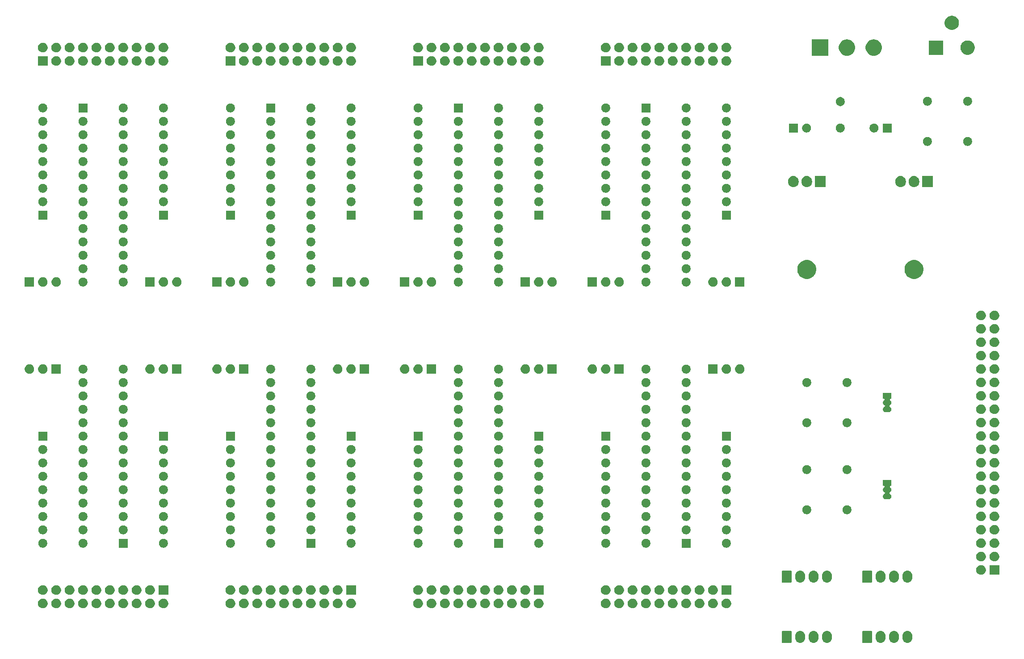
<source format=gbr>
G04 #@! TF.GenerationSoftware,KiCad,Pcbnew,(5.1.5)-3*
G04 #@! TF.CreationDate,2020-12-17T10:26:46+01:00*
G04 #@! TF.ProjectId,FGINT-V3-MASTER-128,4647494e-542d-4563-932d-4d4153544552,rev?*
G04 #@! TF.SameCoordinates,Original*
G04 #@! TF.FileFunction,Soldermask,Bot*
G04 #@! TF.FilePolarity,Negative*
%FSLAX46Y46*%
G04 Gerber Fmt 4.6, Leading zero omitted, Abs format (unit mm)*
G04 Created by KiCad (PCBNEW (5.1.5)-3) date 2020-12-17 10:26:46*
%MOMM*%
%LPD*%
G04 APERTURE LIST*
%ADD10C,0.100000*%
G04 APERTURE END LIST*
D10*
G36*
X204650547Y-153802326D02*
G01*
X204824156Y-153854990D01*
X204824158Y-153854991D01*
X204984155Y-153940511D01*
X205124397Y-154055603D01*
X205203729Y-154152271D01*
X205239489Y-154195844D01*
X205325010Y-154355843D01*
X205377674Y-154529452D01*
X205391000Y-154664756D01*
X205391000Y-155215243D01*
X205377674Y-155350548D01*
X205325010Y-155524157D01*
X205239489Y-155684156D01*
X205203729Y-155727729D01*
X205124397Y-155824397D01*
X205027729Y-155903729D01*
X204984156Y-155939489D01*
X204824157Y-156025010D01*
X204650548Y-156077674D01*
X204470000Y-156095456D01*
X204289453Y-156077674D01*
X204115844Y-156025010D01*
X203955845Y-155939489D01*
X203912272Y-155903729D01*
X203815604Y-155824397D01*
X203700513Y-155684157D01*
X203700512Y-155684155D01*
X203614990Y-155524157D01*
X203562326Y-155350548D01*
X203549000Y-155215244D01*
X203549000Y-154664757D01*
X203562326Y-154529453D01*
X203614990Y-154355844D01*
X203700511Y-154195845D01*
X203700512Y-154195844D01*
X203815603Y-154055603D01*
X203941388Y-153952375D01*
X203955844Y-153940511D01*
X204115843Y-153854990D01*
X204289452Y-153802326D01*
X204470000Y-153784544D01*
X204650547Y-153802326D01*
G37*
G36*
X209730547Y-153802326D02*
G01*
X209904156Y-153854990D01*
X209904158Y-153854991D01*
X210064155Y-153940511D01*
X210204397Y-154055603D01*
X210283729Y-154152271D01*
X210319489Y-154195844D01*
X210405010Y-154355843D01*
X210457674Y-154529452D01*
X210471000Y-154664756D01*
X210471000Y-155215243D01*
X210457674Y-155350548D01*
X210405010Y-155524157D01*
X210319489Y-155684156D01*
X210283729Y-155727729D01*
X210204397Y-155824397D01*
X210107729Y-155903729D01*
X210064156Y-155939489D01*
X209904157Y-156025010D01*
X209730548Y-156077674D01*
X209550000Y-156095456D01*
X209369453Y-156077674D01*
X209195844Y-156025010D01*
X209035845Y-155939489D01*
X208992272Y-155903729D01*
X208895604Y-155824397D01*
X208780513Y-155684157D01*
X208780512Y-155684155D01*
X208694990Y-155524157D01*
X208642326Y-155350548D01*
X208629000Y-155215244D01*
X208629000Y-154664757D01*
X208642326Y-154529453D01*
X208694990Y-154355844D01*
X208780511Y-154195845D01*
X208780512Y-154195844D01*
X208895603Y-154055603D01*
X209021388Y-153952375D01*
X209035844Y-153940511D01*
X209195843Y-153854990D01*
X209369452Y-153802326D01*
X209550000Y-153784544D01*
X209730547Y-153802326D01*
G37*
G36*
X219890547Y-153802326D02*
G01*
X220064156Y-153854990D01*
X220064158Y-153854991D01*
X220224155Y-153940511D01*
X220364397Y-154055603D01*
X220443729Y-154152271D01*
X220479489Y-154195844D01*
X220565010Y-154355843D01*
X220617674Y-154529452D01*
X220631000Y-154664756D01*
X220631000Y-155215243D01*
X220617674Y-155350548D01*
X220565010Y-155524157D01*
X220479489Y-155684156D01*
X220443729Y-155727729D01*
X220364397Y-155824397D01*
X220267729Y-155903729D01*
X220224156Y-155939489D01*
X220064157Y-156025010D01*
X219890548Y-156077674D01*
X219710000Y-156095456D01*
X219529453Y-156077674D01*
X219355844Y-156025010D01*
X219195845Y-155939489D01*
X219152272Y-155903729D01*
X219055604Y-155824397D01*
X218940513Y-155684157D01*
X218940512Y-155684155D01*
X218854990Y-155524157D01*
X218802326Y-155350548D01*
X218789000Y-155215244D01*
X218789000Y-154664757D01*
X218802326Y-154529453D01*
X218854990Y-154355844D01*
X218940511Y-154195845D01*
X218940512Y-154195844D01*
X219055603Y-154055603D01*
X219181388Y-153952375D01*
X219195844Y-153940511D01*
X219355843Y-153854990D01*
X219529452Y-153802326D01*
X219710000Y-153784544D01*
X219890547Y-153802326D01*
G37*
G36*
X222430547Y-153802326D02*
G01*
X222604156Y-153854990D01*
X222604158Y-153854991D01*
X222764155Y-153940511D01*
X222904397Y-154055603D01*
X222983729Y-154152271D01*
X223019489Y-154195844D01*
X223105010Y-154355843D01*
X223157674Y-154529452D01*
X223171000Y-154664756D01*
X223171000Y-155215243D01*
X223157674Y-155350548D01*
X223105010Y-155524157D01*
X223019489Y-155684156D01*
X222983729Y-155727729D01*
X222904397Y-155824397D01*
X222807729Y-155903729D01*
X222764156Y-155939489D01*
X222604157Y-156025010D01*
X222430548Y-156077674D01*
X222250000Y-156095456D01*
X222069453Y-156077674D01*
X221895844Y-156025010D01*
X221735845Y-155939489D01*
X221692272Y-155903729D01*
X221595604Y-155824397D01*
X221480513Y-155684157D01*
X221480512Y-155684155D01*
X221394990Y-155524157D01*
X221342326Y-155350548D01*
X221329000Y-155215244D01*
X221329000Y-154664757D01*
X221342326Y-154529453D01*
X221394990Y-154355844D01*
X221480511Y-154195845D01*
X221480512Y-154195844D01*
X221595603Y-154055603D01*
X221721388Y-153952375D01*
X221735844Y-153940511D01*
X221895843Y-153854990D01*
X222069452Y-153802326D01*
X222250000Y-153784544D01*
X222430547Y-153802326D01*
G37*
G36*
X224970547Y-153802326D02*
G01*
X225144156Y-153854990D01*
X225144158Y-153854991D01*
X225304155Y-153940511D01*
X225444397Y-154055603D01*
X225523729Y-154152271D01*
X225559489Y-154195844D01*
X225645010Y-154355843D01*
X225697674Y-154529452D01*
X225711000Y-154664756D01*
X225711000Y-155215243D01*
X225697674Y-155350548D01*
X225645010Y-155524157D01*
X225559489Y-155684156D01*
X225523729Y-155727729D01*
X225444397Y-155824397D01*
X225347729Y-155903729D01*
X225304156Y-155939489D01*
X225144157Y-156025010D01*
X224970548Y-156077674D01*
X224790000Y-156095456D01*
X224609453Y-156077674D01*
X224435844Y-156025010D01*
X224275845Y-155939489D01*
X224232272Y-155903729D01*
X224135604Y-155824397D01*
X224020513Y-155684157D01*
X224020512Y-155684155D01*
X223934990Y-155524157D01*
X223882326Y-155350548D01*
X223869000Y-155215244D01*
X223869000Y-154664757D01*
X223882326Y-154529453D01*
X223934990Y-154355844D01*
X224020511Y-154195845D01*
X224020512Y-154195844D01*
X224135603Y-154055603D01*
X224261388Y-153952375D01*
X224275844Y-153940511D01*
X224435843Y-153854990D01*
X224609452Y-153802326D01*
X224790000Y-153784544D01*
X224970547Y-153802326D01*
G37*
G36*
X207190547Y-153802326D02*
G01*
X207364156Y-153854990D01*
X207364158Y-153854991D01*
X207524155Y-153940511D01*
X207664397Y-154055603D01*
X207743729Y-154152271D01*
X207779489Y-154195844D01*
X207865010Y-154355843D01*
X207917674Y-154529452D01*
X207931000Y-154664756D01*
X207931000Y-155215243D01*
X207917674Y-155350548D01*
X207865010Y-155524157D01*
X207779489Y-155684156D01*
X207743729Y-155727729D01*
X207664397Y-155824397D01*
X207567729Y-155903729D01*
X207524156Y-155939489D01*
X207364157Y-156025010D01*
X207190548Y-156077674D01*
X207010000Y-156095456D01*
X206829453Y-156077674D01*
X206655844Y-156025010D01*
X206495845Y-155939489D01*
X206452272Y-155903729D01*
X206355604Y-155824397D01*
X206240513Y-155684157D01*
X206240512Y-155684155D01*
X206154990Y-155524157D01*
X206102326Y-155350548D01*
X206089000Y-155215244D01*
X206089000Y-154664757D01*
X206102326Y-154529453D01*
X206154990Y-154355844D01*
X206240511Y-154195845D01*
X206240512Y-154195844D01*
X206355603Y-154055603D01*
X206481388Y-153952375D01*
X206495844Y-153940511D01*
X206655843Y-153854990D01*
X206829452Y-153802326D01*
X207010000Y-153784544D01*
X207190547Y-153802326D01*
G37*
G36*
X202709561Y-153792966D02*
G01*
X202742383Y-153802923D01*
X202772632Y-153819092D01*
X202799148Y-153840852D01*
X202820908Y-153867368D01*
X202837077Y-153897617D01*
X202847034Y-153930439D01*
X202851000Y-153970713D01*
X202851000Y-155909287D01*
X202847034Y-155949561D01*
X202837077Y-155982383D01*
X202820908Y-156012632D01*
X202799148Y-156039148D01*
X202772632Y-156060908D01*
X202742383Y-156077077D01*
X202709561Y-156087034D01*
X202669287Y-156091000D01*
X201190713Y-156091000D01*
X201150439Y-156087034D01*
X201117617Y-156077077D01*
X201087368Y-156060908D01*
X201060852Y-156039148D01*
X201039092Y-156012632D01*
X201022923Y-155982383D01*
X201012966Y-155949561D01*
X201009000Y-155909287D01*
X201009000Y-153970713D01*
X201012966Y-153930439D01*
X201022923Y-153897617D01*
X201039092Y-153867368D01*
X201060852Y-153840852D01*
X201087368Y-153819092D01*
X201117617Y-153802923D01*
X201150439Y-153792966D01*
X201190713Y-153789000D01*
X202669287Y-153789000D01*
X202709561Y-153792966D01*
G37*
G36*
X217949561Y-153792966D02*
G01*
X217982383Y-153802923D01*
X218012632Y-153819092D01*
X218039148Y-153840852D01*
X218060908Y-153867368D01*
X218077077Y-153897617D01*
X218087034Y-153930439D01*
X218091000Y-153970713D01*
X218091000Y-155909287D01*
X218087034Y-155949561D01*
X218077077Y-155982383D01*
X218060908Y-156012632D01*
X218039148Y-156039148D01*
X218012632Y-156060908D01*
X217982383Y-156077077D01*
X217949561Y-156087034D01*
X217909287Y-156091000D01*
X216430713Y-156091000D01*
X216390439Y-156087034D01*
X216357617Y-156077077D01*
X216327368Y-156060908D01*
X216300852Y-156039148D01*
X216279092Y-156012632D01*
X216262923Y-155982383D01*
X216252966Y-155949561D01*
X216249000Y-155909287D01*
X216249000Y-153970713D01*
X216252966Y-153930439D01*
X216262923Y-153897617D01*
X216279092Y-153867368D01*
X216300852Y-153840852D01*
X216327368Y-153819092D01*
X216357617Y-153802923D01*
X216390439Y-153792966D01*
X216430713Y-153789000D01*
X217909287Y-153789000D01*
X217949561Y-153792966D01*
G37*
G36*
X104406778Y-147710547D02*
G01*
X104573224Y-147779491D01*
X104723022Y-147879583D01*
X104850417Y-148006978D01*
X104950509Y-148156776D01*
X105019453Y-148323222D01*
X105054600Y-148499918D01*
X105054600Y-148680082D01*
X105019453Y-148856778D01*
X104950509Y-149023224D01*
X104850417Y-149173022D01*
X104723022Y-149300417D01*
X104573224Y-149400509D01*
X104406778Y-149469453D01*
X104230082Y-149504600D01*
X104049918Y-149504600D01*
X103873222Y-149469453D01*
X103706776Y-149400509D01*
X103556978Y-149300417D01*
X103429583Y-149173022D01*
X103329491Y-149023224D01*
X103260547Y-148856778D01*
X103225400Y-148680082D01*
X103225400Y-148499918D01*
X103260547Y-148323222D01*
X103329491Y-148156776D01*
X103429583Y-148006978D01*
X103556978Y-147879583D01*
X103706776Y-147779491D01*
X103873222Y-147710547D01*
X104049918Y-147675400D01*
X104230082Y-147675400D01*
X104406778Y-147710547D01*
G37*
G36*
X76466778Y-147710547D02*
G01*
X76633224Y-147779491D01*
X76783022Y-147879583D01*
X76910417Y-148006978D01*
X77010509Y-148156776D01*
X77079453Y-148323222D01*
X77114600Y-148499918D01*
X77114600Y-148680082D01*
X77079453Y-148856778D01*
X77010509Y-149023224D01*
X76910417Y-149173022D01*
X76783022Y-149300417D01*
X76633224Y-149400509D01*
X76466778Y-149469453D01*
X76290082Y-149504600D01*
X76109918Y-149504600D01*
X75933222Y-149469453D01*
X75766776Y-149400509D01*
X75616978Y-149300417D01*
X75489583Y-149173022D01*
X75389491Y-149023224D01*
X75320547Y-148856778D01*
X75285400Y-148680082D01*
X75285400Y-148499918D01*
X75320547Y-148323222D01*
X75389491Y-148156776D01*
X75489583Y-148006978D01*
X75616978Y-147879583D01*
X75766776Y-147779491D01*
X75933222Y-147710547D01*
X76109918Y-147675400D01*
X76290082Y-147675400D01*
X76466778Y-147710547D01*
G37*
G36*
X99326778Y-147710547D02*
G01*
X99493224Y-147779491D01*
X99643022Y-147879583D01*
X99770417Y-148006978D01*
X99870509Y-148156776D01*
X99939453Y-148323222D01*
X99974600Y-148499918D01*
X99974600Y-148680082D01*
X99939453Y-148856778D01*
X99870509Y-149023224D01*
X99770417Y-149173022D01*
X99643022Y-149300417D01*
X99493224Y-149400509D01*
X99326778Y-149469453D01*
X99150082Y-149504600D01*
X98969918Y-149504600D01*
X98793222Y-149469453D01*
X98626776Y-149400509D01*
X98476978Y-149300417D01*
X98349583Y-149173022D01*
X98249491Y-149023224D01*
X98180547Y-148856778D01*
X98145400Y-148680082D01*
X98145400Y-148499918D01*
X98180547Y-148323222D01*
X98249491Y-148156776D01*
X98349583Y-148006978D01*
X98476978Y-147879583D01*
X98626776Y-147779491D01*
X98793222Y-147710547D01*
X98969918Y-147675400D01*
X99150082Y-147675400D01*
X99326778Y-147710547D01*
G37*
G36*
X96786778Y-147710547D02*
G01*
X96953224Y-147779491D01*
X97103022Y-147879583D01*
X97230417Y-148006978D01*
X97330509Y-148156776D01*
X97399453Y-148323222D01*
X97434600Y-148499918D01*
X97434600Y-148680082D01*
X97399453Y-148856778D01*
X97330509Y-149023224D01*
X97230417Y-149173022D01*
X97103022Y-149300417D01*
X96953224Y-149400509D01*
X96786778Y-149469453D01*
X96610082Y-149504600D01*
X96429918Y-149504600D01*
X96253222Y-149469453D01*
X96086776Y-149400509D01*
X95936978Y-149300417D01*
X95809583Y-149173022D01*
X95709491Y-149023224D01*
X95640547Y-148856778D01*
X95605400Y-148680082D01*
X95605400Y-148499918D01*
X95640547Y-148323222D01*
X95709491Y-148156776D01*
X95809583Y-148006978D01*
X95936978Y-147879583D01*
X96086776Y-147779491D01*
X96253222Y-147710547D01*
X96429918Y-147675400D01*
X96610082Y-147675400D01*
X96786778Y-147710547D01*
G37*
G36*
X63766778Y-147710547D02*
G01*
X63933224Y-147779491D01*
X64083022Y-147879583D01*
X64210417Y-148006978D01*
X64310509Y-148156776D01*
X64379453Y-148323222D01*
X64414600Y-148499918D01*
X64414600Y-148680082D01*
X64379453Y-148856778D01*
X64310509Y-149023224D01*
X64210417Y-149173022D01*
X64083022Y-149300417D01*
X63933224Y-149400509D01*
X63766778Y-149469453D01*
X63590082Y-149504600D01*
X63409918Y-149504600D01*
X63233222Y-149469453D01*
X63066776Y-149400509D01*
X62916978Y-149300417D01*
X62789583Y-149173022D01*
X62689491Y-149023224D01*
X62620547Y-148856778D01*
X62585400Y-148680082D01*
X62585400Y-148499918D01*
X62620547Y-148323222D01*
X62689491Y-148156776D01*
X62789583Y-148006978D01*
X62916978Y-147879583D01*
X63066776Y-147779491D01*
X63233222Y-147710547D01*
X63409918Y-147675400D01*
X63590082Y-147675400D01*
X63766778Y-147710547D01*
G37*
G36*
X66306778Y-147710547D02*
G01*
X66473224Y-147779491D01*
X66623022Y-147879583D01*
X66750417Y-148006978D01*
X66850509Y-148156776D01*
X66919453Y-148323222D01*
X66954600Y-148499918D01*
X66954600Y-148680082D01*
X66919453Y-148856778D01*
X66850509Y-149023224D01*
X66750417Y-149173022D01*
X66623022Y-149300417D01*
X66473224Y-149400509D01*
X66306778Y-149469453D01*
X66130082Y-149504600D01*
X65949918Y-149504600D01*
X65773222Y-149469453D01*
X65606776Y-149400509D01*
X65456978Y-149300417D01*
X65329583Y-149173022D01*
X65229491Y-149023224D01*
X65160547Y-148856778D01*
X65125400Y-148680082D01*
X65125400Y-148499918D01*
X65160547Y-148323222D01*
X65229491Y-148156776D01*
X65329583Y-148006978D01*
X65456978Y-147879583D01*
X65606776Y-147779491D01*
X65773222Y-147710547D01*
X65949918Y-147675400D01*
X66130082Y-147675400D01*
X66306778Y-147710547D01*
G37*
G36*
X68846778Y-147710547D02*
G01*
X69013224Y-147779491D01*
X69163022Y-147879583D01*
X69290417Y-148006978D01*
X69390509Y-148156776D01*
X69459453Y-148323222D01*
X69494600Y-148499918D01*
X69494600Y-148680082D01*
X69459453Y-148856778D01*
X69390509Y-149023224D01*
X69290417Y-149173022D01*
X69163022Y-149300417D01*
X69013224Y-149400509D01*
X68846778Y-149469453D01*
X68670082Y-149504600D01*
X68489918Y-149504600D01*
X68313222Y-149469453D01*
X68146776Y-149400509D01*
X67996978Y-149300417D01*
X67869583Y-149173022D01*
X67769491Y-149023224D01*
X67700547Y-148856778D01*
X67665400Y-148680082D01*
X67665400Y-148499918D01*
X67700547Y-148323222D01*
X67769491Y-148156776D01*
X67869583Y-148006978D01*
X67996978Y-147879583D01*
X68146776Y-147779491D01*
X68313222Y-147710547D01*
X68489918Y-147675400D01*
X68670082Y-147675400D01*
X68846778Y-147710547D01*
G37*
G36*
X71386778Y-147710547D02*
G01*
X71553224Y-147779491D01*
X71703022Y-147879583D01*
X71830417Y-148006978D01*
X71930509Y-148156776D01*
X71999453Y-148323222D01*
X72034600Y-148499918D01*
X72034600Y-148680082D01*
X71999453Y-148856778D01*
X71930509Y-149023224D01*
X71830417Y-149173022D01*
X71703022Y-149300417D01*
X71553224Y-149400509D01*
X71386778Y-149469453D01*
X71210082Y-149504600D01*
X71029918Y-149504600D01*
X70853222Y-149469453D01*
X70686776Y-149400509D01*
X70536978Y-149300417D01*
X70409583Y-149173022D01*
X70309491Y-149023224D01*
X70240547Y-148856778D01*
X70205400Y-148680082D01*
X70205400Y-148499918D01*
X70240547Y-148323222D01*
X70309491Y-148156776D01*
X70409583Y-148006978D01*
X70536978Y-147879583D01*
X70686776Y-147779491D01*
X70853222Y-147710547D01*
X71029918Y-147675400D01*
X71210082Y-147675400D01*
X71386778Y-147710547D01*
G37*
G36*
X73926778Y-147710547D02*
G01*
X74093224Y-147779491D01*
X74243022Y-147879583D01*
X74370417Y-148006978D01*
X74470509Y-148156776D01*
X74539453Y-148323222D01*
X74574600Y-148499918D01*
X74574600Y-148680082D01*
X74539453Y-148856778D01*
X74470509Y-149023224D01*
X74370417Y-149173022D01*
X74243022Y-149300417D01*
X74093224Y-149400509D01*
X73926778Y-149469453D01*
X73750082Y-149504600D01*
X73569918Y-149504600D01*
X73393222Y-149469453D01*
X73226776Y-149400509D01*
X73076978Y-149300417D01*
X72949583Y-149173022D01*
X72849491Y-149023224D01*
X72780547Y-148856778D01*
X72745400Y-148680082D01*
X72745400Y-148499918D01*
X72780547Y-148323222D01*
X72849491Y-148156776D01*
X72949583Y-148006978D01*
X73076978Y-147879583D01*
X73226776Y-147779491D01*
X73393222Y-147710547D01*
X73569918Y-147675400D01*
X73750082Y-147675400D01*
X73926778Y-147710547D01*
G37*
G36*
X61226778Y-147710547D02*
G01*
X61393224Y-147779491D01*
X61543022Y-147879583D01*
X61670417Y-148006978D01*
X61770509Y-148156776D01*
X61839453Y-148323222D01*
X61874600Y-148499918D01*
X61874600Y-148680082D01*
X61839453Y-148856778D01*
X61770509Y-149023224D01*
X61670417Y-149173022D01*
X61543022Y-149300417D01*
X61393224Y-149400509D01*
X61226778Y-149469453D01*
X61050082Y-149504600D01*
X60869918Y-149504600D01*
X60693222Y-149469453D01*
X60526776Y-149400509D01*
X60376978Y-149300417D01*
X60249583Y-149173022D01*
X60149491Y-149023224D01*
X60080547Y-148856778D01*
X60045400Y-148680082D01*
X60045400Y-148499918D01*
X60080547Y-148323222D01*
X60149491Y-148156776D01*
X60249583Y-148006978D01*
X60376978Y-147879583D01*
X60526776Y-147779491D01*
X60693222Y-147710547D01*
X60869918Y-147675400D01*
X61050082Y-147675400D01*
X61226778Y-147710547D01*
G37*
G36*
X106946778Y-147710547D02*
G01*
X107113224Y-147779491D01*
X107263022Y-147879583D01*
X107390417Y-148006978D01*
X107490509Y-148156776D01*
X107559453Y-148323222D01*
X107594600Y-148499918D01*
X107594600Y-148680082D01*
X107559453Y-148856778D01*
X107490509Y-149023224D01*
X107390417Y-149173022D01*
X107263022Y-149300417D01*
X107113224Y-149400509D01*
X106946778Y-149469453D01*
X106770082Y-149504600D01*
X106589918Y-149504600D01*
X106413222Y-149469453D01*
X106246776Y-149400509D01*
X106096978Y-149300417D01*
X105969583Y-149173022D01*
X105869491Y-149023224D01*
X105800547Y-148856778D01*
X105765400Y-148680082D01*
X105765400Y-148499918D01*
X105800547Y-148323222D01*
X105869491Y-148156776D01*
X105969583Y-148006978D01*
X106096978Y-147879583D01*
X106246776Y-147779491D01*
X106413222Y-147710547D01*
X106589918Y-147675400D01*
X106770082Y-147675400D01*
X106946778Y-147710547D01*
G37*
G36*
X109486778Y-147710547D02*
G01*
X109653224Y-147779491D01*
X109803022Y-147879583D01*
X109930417Y-148006978D01*
X110030509Y-148156776D01*
X110099453Y-148323222D01*
X110134600Y-148499918D01*
X110134600Y-148680082D01*
X110099453Y-148856778D01*
X110030509Y-149023224D01*
X109930417Y-149173022D01*
X109803022Y-149300417D01*
X109653224Y-149400509D01*
X109486778Y-149469453D01*
X109310082Y-149504600D01*
X109129918Y-149504600D01*
X108953222Y-149469453D01*
X108786776Y-149400509D01*
X108636978Y-149300417D01*
X108509583Y-149173022D01*
X108409491Y-149023224D01*
X108340547Y-148856778D01*
X108305400Y-148680082D01*
X108305400Y-148499918D01*
X108340547Y-148323222D01*
X108409491Y-148156776D01*
X108509583Y-148006978D01*
X108636978Y-147879583D01*
X108786776Y-147779491D01*
X108953222Y-147710547D01*
X109129918Y-147675400D01*
X109310082Y-147675400D01*
X109486778Y-147710547D01*
G37*
G36*
X112026778Y-147710547D02*
G01*
X112193224Y-147779491D01*
X112343022Y-147879583D01*
X112470417Y-148006978D01*
X112570509Y-148156776D01*
X112639453Y-148323222D01*
X112674600Y-148499918D01*
X112674600Y-148680082D01*
X112639453Y-148856778D01*
X112570509Y-149023224D01*
X112470417Y-149173022D01*
X112343022Y-149300417D01*
X112193224Y-149400509D01*
X112026778Y-149469453D01*
X111850082Y-149504600D01*
X111669918Y-149504600D01*
X111493222Y-149469453D01*
X111326776Y-149400509D01*
X111176978Y-149300417D01*
X111049583Y-149173022D01*
X110949491Y-149023224D01*
X110880547Y-148856778D01*
X110845400Y-148680082D01*
X110845400Y-148499918D01*
X110880547Y-148323222D01*
X110949491Y-148156776D01*
X111049583Y-148006978D01*
X111176978Y-147879583D01*
X111326776Y-147779491D01*
X111493222Y-147710547D01*
X111669918Y-147675400D01*
X111850082Y-147675400D01*
X112026778Y-147710547D01*
G37*
G36*
X114566778Y-147710547D02*
G01*
X114733224Y-147779491D01*
X114883022Y-147879583D01*
X115010417Y-148006978D01*
X115110509Y-148156776D01*
X115179453Y-148323222D01*
X115214600Y-148499918D01*
X115214600Y-148680082D01*
X115179453Y-148856778D01*
X115110509Y-149023224D01*
X115010417Y-149173022D01*
X114883022Y-149300417D01*
X114733224Y-149400509D01*
X114566778Y-149469453D01*
X114390082Y-149504600D01*
X114209918Y-149504600D01*
X114033222Y-149469453D01*
X113866776Y-149400509D01*
X113716978Y-149300417D01*
X113589583Y-149173022D01*
X113489491Y-149023224D01*
X113420547Y-148856778D01*
X113385400Y-148680082D01*
X113385400Y-148499918D01*
X113420547Y-148323222D01*
X113489491Y-148156776D01*
X113589583Y-148006978D01*
X113716978Y-147879583D01*
X113866776Y-147779491D01*
X114033222Y-147710547D01*
X114209918Y-147675400D01*
X114390082Y-147675400D01*
X114566778Y-147710547D01*
G37*
G36*
X117106778Y-147710547D02*
G01*
X117273224Y-147779491D01*
X117423022Y-147879583D01*
X117550417Y-148006978D01*
X117650509Y-148156776D01*
X117719453Y-148323222D01*
X117754600Y-148499918D01*
X117754600Y-148680082D01*
X117719453Y-148856778D01*
X117650509Y-149023224D01*
X117550417Y-149173022D01*
X117423022Y-149300417D01*
X117273224Y-149400509D01*
X117106778Y-149469453D01*
X116930082Y-149504600D01*
X116749918Y-149504600D01*
X116573222Y-149469453D01*
X116406776Y-149400509D01*
X116256978Y-149300417D01*
X116129583Y-149173022D01*
X116029491Y-149023224D01*
X115960547Y-148856778D01*
X115925400Y-148680082D01*
X115925400Y-148499918D01*
X115960547Y-148323222D01*
X116029491Y-148156776D01*
X116129583Y-148006978D01*
X116256978Y-147879583D01*
X116406776Y-147779491D01*
X116573222Y-147710547D01*
X116749918Y-147675400D01*
X116930082Y-147675400D01*
X117106778Y-147710547D01*
G37*
G36*
X119646778Y-147710547D02*
G01*
X119813224Y-147779491D01*
X119963022Y-147879583D01*
X120090417Y-148006978D01*
X120190509Y-148156776D01*
X120259453Y-148323222D01*
X120294600Y-148499918D01*
X120294600Y-148680082D01*
X120259453Y-148856778D01*
X120190509Y-149023224D01*
X120090417Y-149173022D01*
X119963022Y-149300417D01*
X119813224Y-149400509D01*
X119646778Y-149469453D01*
X119470082Y-149504600D01*
X119289918Y-149504600D01*
X119113222Y-149469453D01*
X118946776Y-149400509D01*
X118796978Y-149300417D01*
X118669583Y-149173022D01*
X118569491Y-149023224D01*
X118500547Y-148856778D01*
X118465400Y-148680082D01*
X118465400Y-148499918D01*
X118500547Y-148323222D01*
X118569491Y-148156776D01*
X118669583Y-148006978D01*
X118796978Y-147879583D01*
X118946776Y-147779491D01*
X119113222Y-147710547D01*
X119289918Y-147675400D01*
X119470082Y-147675400D01*
X119646778Y-147710547D01*
G37*
G36*
X132346778Y-147710547D02*
G01*
X132513224Y-147779491D01*
X132663022Y-147879583D01*
X132790417Y-148006978D01*
X132890509Y-148156776D01*
X132959453Y-148323222D01*
X132994600Y-148499918D01*
X132994600Y-148680082D01*
X132959453Y-148856778D01*
X132890509Y-149023224D01*
X132790417Y-149173022D01*
X132663022Y-149300417D01*
X132513224Y-149400509D01*
X132346778Y-149469453D01*
X132170082Y-149504600D01*
X131989918Y-149504600D01*
X131813222Y-149469453D01*
X131646776Y-149400509D01*
X131496978Y-149300417D01*
X131369583Y-149173022D01*
X131269491Y-149023224D01*
X131200547Y-148856778D01*
X131165400Y-148680082D01*
X131165400Y-148499918D01*
X131200547Y-148323222D01*
X131269491Y-148156776D01*
X131369583Y-148006978D01*
X131496978Y-147879583D01*
X131646776Y-147779491D01*
X131813222Y-147710547D01*
X131989918Y-147675400D01*
X132170082Y-147675400D01*
X132346778Y-147710547D01*
G37*
G36*
X134886778Y-147710547D02*
G01*
X135053224Y-147779491D01*
X135203022Y-147879583D01*
X135330417Y-148006978D01*
X135430509Y-148156776D01*
X135499453Y-148323222D01*
X135534600Y-148499918D01*
X135534600Y-148680082D01*
X135499453Y-148856778D01*
X135430509Y-149023224D01*
X135330417Y-149173022D01*
X135203022Y-149300417D01*
X135053224Y-149400509D01*
X134886778Y-149469453D01*
X134710082Y-149504600D01*
X134529918Y-149504600D01*
X134353222Y-149469453D01*
X134186776Y-149400509D01*
X134036978Y-149300417D01*
X133909583Y-149173022D01*
X133809491Y-149023224D01*
X133740547Y-148856778D01*
X133705400Y-148680082D01*
X133705400Y-148499918D01*
X133740547Y-148323222D01*
X133809491Y-148156776D01*
X133909583Y-148006978D01*
X134036978Y-147879583D01*
X134186776Y-147779491D01*
X134353222Y-147710547D01*
X134529918Y-147675400D01*
X134710082Y-147675400D01*
X134886778Y-147710547D01*
G37*
G36*
X137426778Y-147710547D02*
G01*
X137593224Y-147779491D01*
X137743022Y-147879583D01*
X137870417Y-148006978D01*
X137970509Y-148156776D01*
X138039453Y-148323222D01*
X138074600Y-148499918D01*
X138074600Y-148680082D01*
X138039453Y-148856778D01*
X137970509Y-149023224D01*
X137870417Y-149173022D01*
X137743022Y-149300417D01*
X137593224Y-149400509D01*
X137426778Y-149469453D01*
X137250082Y-149504600D01*
X137069918Y-149504600D01*
X136893222Y-149469453D01*
X136726776Y-149400509D01*
X136576978Y-149300417D01*
X136449583Y-149173022D01*
X136349491Y-149023224D01*
X136280547Y-148856778D01*
X136245400Y-148680082D01*
X136245400Y-148499918D01*
X136280547Y-148323222D01*
X136349491Y-148156776D01*
X136449583Y-148006978D01*
X136576978Y-147879583D01*
X136726776Y-147779491D01*
X136893222Y-147710547D01*
X137069918Y-147675400D01*
X137250082Y-147675400D01*
X137426778Y-147710547D01*
G37*
G36*
X139966778Y-147710547D02*
G01*
X140133224Y-147779491D01*
X140283022Y-147879583D01*
X140410417Y-148006978D01*
X140510509Y-148156776D01*
X140579453Y-148323222D01*
X140614600Y-148499918D01*
X140614600Y-148680082D01*
X140579453Y-148856778D01*
X140510509Y-149023224D01*
X140410417Y-149173022D01*
X140283022Y-149300417D01*
X140133224Y-149400509D01*
X139966778Y-149469453D01*
X139790082Y-149504600D01*
X139609918Y-149504600D01*
X139433222Y-149469453D01*
X139266776Y-149400509D01*
X139116978Y-149300417D01*
X138989583Y-149173022D01*
X138889491Y-149023224D01*
X138820547Y-148856778D01*
X138785400Y-148680082D01*
X138785400Y-148499918D01*
X138820547Y-148323222D01*
X138889491Y-148156776D01*
X138989583Y-148006978D01*
X139116978Y-147879583D01*
X139266776Y-147779491D01*
X139433222Y-147710547D01*
X139609918Y-147675400D01*
X139790082Y-147675400D01*
X139966778Y-147710547D01*
G37*
G36*
X81546778Y-147710547D02*
G01*
X81713224Y-147779491D01*
X81863022Y-147879583D01*
X81990417Y-148006978D01*
X82090509Y-148156776D01*
X82159453Y-148323222D01*
X82194600Y-148499918D01*
X82194600Y-148680082D01*
X82159453Y-148856778D01*
X82090509Y-149023224D01*
X81990417Y-149173022D01*
X81863022Y-149300417D01*
X81713224Y-149400509D01*
X81546778Y-149469453D01*
X81370082Y-149504600D01*
X81189918Y-149504600D01*
X81013222Y-149469453D01*
X80846776Y-149400509D01*
X80696978Y-149300417D01*
X80569583Y-149173022D01*
X80469491Y-149023224D01*
X80400547Y-148856778D01*
X80365400Y-148680082D01*
X80365400Y-148499918D01*
X80400547Y-148323222D01*
X80469491Y-148156776D01*
X80569583Y-148006978D01*
X80696978Y-147879583D01*
X80846776Y-147779491D01*
X81013222Y-147710547D01*
X81189918Y-147675400D01*
X81370082Y-147675400D01*
X81546778Y-147710547D01*
G37*
G36*
X145046778Y-147710547D02*
G01*
X145213224Y-147779491D01*
X145363022Y-147879583D01*
X145490417Y-148006978D01*
X145590509Y-148156776D01*
X145659453Y-148323222D01*
X145694600Y-148499918D01*
X145694600Y-148680082D01*
X145659453Y-148856778D01*
X145590509Y-149023224D01*
X145490417Y-149173022D01*
X145363022Y-149300417D01*
X145213224Y-149400509D01*
X145046778Y-149469453D01*
X144870082Y-149504600D01*
X144689918Y-149504600D01*
X144513222Y-149469453D01*
X144346776Y-149400509D01*
X144196978Y-149300417D01*
X144069583Y-149173022D01*
X143969491Y-149023224D01*
X143900547Y-148856778D01*
X143865400Y-148680082D01*
X143865400Y-148499918D01*
X143900547Y-148323222D01*
X143969491Y-148156776D01*
X144069583Y-148006978D01*
X144196978Y-147879583D01*
X144346776Y-147779491D01*
X144513222Y-147710547D01*
X144689918Y-147675400D01*
X144870082Y-147675400D01*
X145046778Y-147710547D01*
G37*
G36*
X142506778Y-147710547D02*
G01*
X142673224Y-147779491D01*
X142823022Y-147879583D01*
X142950417Y-148006978D01*
X143050509Y-148156776D01*
X143119453Y-148323222D01*
X143154600Y-148499918D01*
X143154600Y-148680082D01*
X143119453Y-148856778D01*
X143050509Y-149023224D01*
X142950417Y-149173022D01*
X142823022Y-149300417D01*
X142673224Y-149400509D01*
X142506778Y-149469453D01*
X142330082Y-149504600D01*
X142149918Y-149504600D01*
X141973222Y-149469453D01*
X141806776Y-149400509D01*
X141656978Y-149300417D01*
X141529583Y-149173022D01*
X141429491Y-149023224D01*
X141360547Y-148856778D01*
X141325400Y-148680082D01*
X141325400Y-148499918D01*
X141360547Y-148323222D01*
X141429491Y-148156776D01*
X141529583Y-148006978D01*
X141656978Y-147879583D01*
X141806776Y-147779491D01*
X141973222Y-147710547D01*
X142149918Y-147675400D01*
X142330082Y-147675400D01*
X142506778Y-147710547D01*
G37*
G36*
X147586778Y-147710547D02*
G01*
X147753224Y-147779491D01*
X147903022Y-147879583D01*
X148030417Y-148006978D01*
X148130509Y-148156776D01*
X148199453Y-148323222D01*
X148234600Y-148499918D01*
X148234600Y-148680082D01*
X148199453Y-148856778D01*
X148130509Y-149023224D01*
X148030417Y-149173022D01*
X147903022Y-149300417D01*
X147753224Y-149400509D01*
X147586778Y-149469453D01*
X147410082Y-149504600D01*
X147229918Y-149504600D01*
X147053222Y-149469453D01*
X146886776Y-149400509D01*
X146736978Y-149300417D01*
X146609583Y-149173022D01*
X146509491Y-149023224D01*
X146440547Y-148856778D01*
X146405400Y-148680082D01*
X146405400Y-148499918D01*
X146440547Y-148323222D01*
X146509491Y-148156776D01*
X146609583Y-148006978D01*
X146736978Y-147879583D01*
X146886776Y-147779491D01*
X147053222Y-147710547D01*
X147229918Y-147675400D01*
X147410082Y-147675400D01*
X147586778Y-147710547D01*
G37*
G36*
X150126778Y-147710547D02*
G01*
X150293224Y-147779491D01*
X150443022Y-147879583D01*
X150570417Y-148006978D01*
X150670509Y-148156776D01*
X150739453Y-148323222D01*
X150774600Y-148499918D01*
X150774600Y-148680082D01*
X150739453Y-148856778D01*
X150670509Y-149023224D01*
X150570417Y-149173022D01*
X150443022Y-149300417D01*
X150293224Y-149400509D01*
X150126778Y-149469453D01*
X149950082Y-149504600D01*
X149769918Y-149504600D01*
X149593222Y-149469453D01*
X149426776Y-149400509D01*
X149276978Y-149300417D01*
X149149583Y-149173022D01*
X149049491Y-149023224D01*
X148980547Y-148856778D01*
X148945400Y-148680082D01*
X148945400Y-148499918D01*
X148980547Y-148323222D01*
X149049491Y-148156776D01*
X149149583Y-148006978D01*
X149276978Y-147879583D01*
X149426776Y-147779491D01*
X149593222Y-147710547D01*
X149769918Y-147675400D01*
X149950082Y-147675400D01*
X150126778Y-147710547D01*
G37*
G36*
X152666778Y-147710547D02*
G01*
X152833224Y-147779491D01*
X152983022Y-147879583D01*
X153110417Y-148006978D01*
X153210509Y-148156776D01*
X153279453Y-148323222D01*
X153314600Y-148499918D01*
X153314600Y-148680082D01*
X153279453Y-148856778D01*
X153210509Y-149023224D01*
X153110417Y-149173022D01*
X152983022Y-149300417D01*
X152833224Y-149400509D01*
X152666778Y-149469453D01*
X152490082Y-149504600D01*
X152309918Y-149504600D01*
X152133222Y-149469453D01*
X151966776Y-149400509D01*
X151816978Y-149300417D01*
X151689583Y-149173022D01*
X151589491Y-149023224D01*
X151520547Y-148856778D01*
X151485400Y-148680082D01*
X151485400Y-148499918D01*
X151520547Y-148323222D01*
X151589491Y-148156776D01*
X151689583Y-148006978D01*
X151816978Y-147879583D01*
X151966776Y-147779491D01*
X152133222Y-147710547D01*
X152309918Y-147675400D01*
X152490082Y-147675400D01*
X152666778Y-147710547D01*
G37*
G36*
X155206778Y-147710547D02*
G01*
X155373224Y-147779491D01*
X155523022Y-147879583D01*
X155650417Y-148006978D01*
X155750509Y-148156776D01*
X155819453Y-148323222D01*
X155854600Y-148499918D01*
X155854600Y-148680082D01*
X155819453Y-148856778D01*
X155750509Y-149023224D01*
X155650417Y-149173022D01*
X155523022Y-149300417D01*
X155373224Y-149400509D01*
X155206778Y-149469453D01*
X155030082Y-149504600D01*
X154849918Y-149504600D01*
X154673222Y-149469453D01*
X154506776Y-149400509D01*
X154356978Y-149300417D01*
X154229583Y-149173022D01*
X154129491Y-149023224D01*
X154060547Y-148856778D01*
X154025400Y-148680082D01*
X154025400Y-148499918D01*
X154060547Y-148323222D01*
X154129491Y-148156776D01*
X154229583Y-148006978D01*
X154356978Y-147879583D01*
X154506776Y-147779491D01*
X154673222Y-147710547D01*
X154849918Y-147675400D01*
X155030082Y-147675400D01*
X155206778Y-147710547D01*
G37*
G36*
X167906778Y-147710547D02*
G01*
X168073224Y-147779491D01*
X168223022Y-147879583D01*
X168350417Y-148006978D01*
X168450509Y-148156776D01*
X168519453Y-148323222D01*
X168554600Y-148499918D01*
X168554600Y-148680082D01*
X168519453Y-148856778D01*
X168450509Y-149023224D01*
X168350417Y-149173022D01*
X168223022Y-149300417D01*
X168073224Y-149400509D01*
X167906778Y-149469453D01*
X167730082Y-149504600D01*
X167549918Y-149504600D01*
X167373222Y-149469453D01*
X167206776Y-149400509D01*
X167056978Y-149300417D01*
X166929583Y-149173022D01*
X166829491Y-149023224D01*
X166760547Y-148856778D01*
X166725400Y-148680082D01*
X166725400Y-148499918D01*
X166760547Y-148323222D01*
X166829491Y-148156776D01*
X166929583Y-148006978D01*
X167056978Y-147879583D01*
X167206776Y-147779491D01*
X167373222Y-147710547D01*
X167549918Y-147675400D01*
X167730082Y-147675400D01*
X167906778Y-147710547D01*
G37*
G36*
X170446778Y-147710547D02*
G01*
X170613224Y-147779491D01*
X170763022Y-147879583D01*
X170890417Y-148006978D01*
X170990509Y-148156776D01*
X171059453Y-148323222D01*
X171094600Y-148499918D01*
X171094600Y-148680082D01*
X171059453Y-148856778D01*
X170990509Y-149023224D01*
X170890417Y-149173022D01*
X170763022Y-149300417D01*
X170613224Y-149400509D01*
X170446778Y-149469453D01*
X170270082Y-149504600D01*
X170089918Y-149504600D01*
X169913222Y-149469453D01*
X169746776Y-149400509D01*
X169596978Y-149300417D01*
X169469583Y-149173022D01*
X169369491Y-149023224D01*
X169300547Y-148856778D01*
X169265400Y-148680082D01*
X169265400Y-148499918D01*
X169300547Y-148323222D01*
X169369491Y-148156776D01*
X169469583Y-148006978D01*
X169596978Y-147879583D01*
X169746776Y-147779491D01*
X169913222Y-147710547D01*
X170089918Y-147675400D01*
X170270082Y-147675400D01*
X170446778Y-147710547D01*
G37*
G36*
X172986778Y-147710547D02*
G01*
X173153224Y-147779491D01*
X173303022Y-147879583D01*
X173430417Y-148006978D01*
X173530509Y-148156776D01*
X173599453Y-148323222D01*
X173634600Y-148499918D01*
X173634600Y-148680082D01*
X173599453Y-148856778D01*
X173530509Y-149023224D01*
X173430417Y-149173022D01*
X173303022Y-149300417D01*
X173153224Y-149400509D01*
X172986778Y-149469453D01*
X172810082Y-149504600D01*
X172629918Y-149504600D01*
X172453222Y-149469453D01*
X172286776Y-149400509D01*
X172136978Y-149300417D01*
X172009583Y-149173022D01*
X171909491Y-149023224D01*
X171840547Y-148856778D01*
X171805400Y-148680082D01*
X171805400Y-148499918D01*
X171840547Y-148323222D01*
X171909491Y-148156776D01*
X172009583Y-148006978D01*
X172136978Y-147879583D01*
X172286776Y-147779491D01*
X172453222Y-147710547D01*
X172629918Y-147675400D01*
X172810082Y-147675400D01*
X172986778Y-147710547D01*
G37*
G36*
X175526778Y-147710547D02*
G01*
X175693224Y-147779491D01*
X175843022Y-147879583D01*
X175970417Y-148006978D01*
X176070509Y-148156776D01*
X176139453Y-148323222D01*
X176174600Y-148499918D01*
X176174600Y-148680082D01*
X176139453Y-148856778D01*
X176070509Y-149023224D01*
X175970417Y-149173022D01*
X175843022Y-149300417D01*
X175693224Y-149400509D01*
X175526778Y-149469453D01*
X175350082Y-149504600D01*
X175169918Y-149504600D01*
X174993222Y-149469453D01*
X174826776Y-149400509D01*
X174676978Y-149300417D01*
X174549583Y-149173022D01*
X174449491Y-149023224D01*
X174380547Y-148856778D01*
X174345400Y-148680082D01*
X174345400Y-148499918D01*
X174380547Y-148323222D01*
X174449491Y-148156776D01*
X174549583Y-148006978D01*
X174676978Y-147879583D01*
X174826776Y-147779491D01*
X174993222Y-147710547D01*
X175169918Y-147675400D01*
X175350082Y-147675400D01*
X175526778Y-147710547D01*
G37*
G36*
X180606778Y-147710547D02*
G01*
X180773224Y-147779491D01*
X180923022Y-147879583D01*
X181050417Y-148006978D01*
X181150509Y-148156776D01*
X181219453Y-148323222D01*
X181254600Y-148499918D01*
X181254600Y-148680082D01*
X181219453Y-148856778D01*
X181150509Y-149023224D01*
X181050417Y-149173022D01*
X180923022Y-149300417D01*
X180773224Y-149400509D01*
X180606778Y-149469453D01*
X180430082Y-149504600D01*
X180249918Y-149504600D01*
X180073222Y-149469453D01*
X179906776Y-149400509D01*
X179756978Y-149300417D01*
X179629583Y-149173022D01*
X179529491Y-149023224D01*
X179460547Y-148856778D01*
X179425400Y-148680082D01*
X179425400Y-148499918D01*
X179460547Y-148323222D01*
X179529491Y-148156776D01*
X179629583Y-148006978D01*
X179756978Y-147879583D01*
X179906776Y-147779491D01*
X180073222Y-147710547D01*
X180249918Y-147675400D01*
X180430082Y-147675400D01*
X180606778Y-147710547D01*
G37*
G36*
X79006778Y-147710547D02*
G01*
X79173224Y-147779491D01*
X79323022Y-147879583D01*
X79450417Y-148006978D01*
X79550509Y-148156776D01*
X79619453Y-148323222D01*
X79654600Y-148499918D01*
X79654600Y-148680082D01*
X79619453Y-148856778D01*
X79550509Y-149023224D01*
X79450417Y-149173022D01*
X79323022Y-149300417D01*
X79173224Y-149400509D01*
X79006778Y-149469453D01*
X78830082Y-149504600D01*
X78649918Y-149504600D01*
X78473222Y-149469453D01*
X78306776Y-149400509D01*
X78156978Y-149300417D01*
X78029583Y-149173022D01*
X77929491Y-149023224D01*
X77860547Y-148856778D01*
X77825400Y-148680082D01*
X77825400Y-148499918D01*
X77860547Y-148323222D01*
X77929491Y-148156776D01*
X78029583Y-148006978D01*
X78156978Y-147879583D01*
X78306776Y-147779491D01*
X78473222Y-147710547D01*
X78649918Y-147675400D01*
X78830082Y-147675400D01*
X79006778Y-147710547D01*
G37*
G36*
X101866778Y-147710547D02*
G01*
X102033224Y-147779491D01*
X102183022Y-147879583D01*
X102310417Y-148006978D01*
X102410509Y-148156776D01*
X102479453Y-148323222D01*
X102514600Y-148499918D01*
X102514600Y-148680082D01*
X102479453Y-148856778D01*
X102410509Y-149023224D01*
X102310417Y-149173022D01*
X102183022Y-149300417D01*
X102033224Y-149400509D01*
X101866778Y-149469453D01*
X101690082Y-149504600D01*
X101509918Y-149504600D01*
X101333222Y-149469453D01*
X101166776Y-149400509D01*
X101016978Y-149300417D01*
X100889583Y-149173022D01*
X100789491Y-149023224D01*
X100720547Y-148856778D01*
X100685400Y-148680082D01*
X100685400Y-148499918D01*
X100720547Y-148323222D01*
X100789491Y-148156776D01*
X100889583Y-148006978D01*
X101016978Y-147879583D01*
X101166776Y-147779491D01*
X101333222Y-147710547D01*
X101509918Y-147675400D01*
X101690082Y-147675400D01*
X101866778Y-147710547D01*
G37*
G36*
X84086778Y-147710547D02*
G01*
X84253224Y-147779491D01*
X84403022Y-147879583D01*
X84530417Y-148006978D01*
X84630509Y-148156776D01*
X84699453Y-148323222D01*
X84734600Y-148499918D01*
X84734600Y-148680082D01*
X84699453Y-148856778D01*
X84630509Y-149023224D01*
X84530417Y-149173022D01*
X84403022Y-149300417D01*
X84253224Y-149400509D01*
X84086778Y-149469453D01*
X83910082Y-149504600D01*
X83729918Y-149504600D01*
X83553222Y-149469453D01*
X83386776Y-149400509D01*
X83236978Y-149300417D01*
X83109583Y-149173022D01*
X83009491Y-149023224D01*
X82940547Y-148856778D01*
X82905400Y-148680082D01*
X82905400Y-148499918D01*
X82940547Y-148323222D01*
X83009491Y-148156776D01*
X83109583Y-148006978D01*
X83236978Y-147879583D01*
X83386776Y-147779491D01*
X83553222Y-147710547D01*
X83729918Y-147675400D01*
X83910082Y-147675400D01*
X84086778Y-147710547D01*
G37*
G36*
X190766778Y-147710547D02*
G01*
X190933224Y-147779491D01*
X191083022Y-147879583D01*
X191210417Y-148006978D01*
X191310509Y-148156776D01*
X191379453Y-148323222D01*
X191414600Y-148499918D01*
X191414600Y-148680082D01*
X191379453Y-148856778D01*
X191310509Y-149023224D01*
X191210417Y-149173022D01*
X191083022Y-149300417D01*
X190933224Y-149400509D01*
X190766778Y-149469453D01*
X190590082Y-149504600D01*
X190409918Y-149504600D01*
X190233222Y-149469453D01*
X190066776Y-149400509D01*
X189916978Y-149300417D01*
X189789583Y-149173022D01*
X189689491Y-149023224D01*
X189620547Y-148856778D01*
X189585400Y-148680082D01*
X189585400Y-148499918D01*
X189620547Y-148323222D01*
X189689491Y-148156776D01*
X189789583Y-148006978D01*
X189916978Y-147879583D01*
X190066776Y-147779491D01*
X190233222Y-147710547D01*
X190409918Y-147675400D01*
X190590082Y-147675400D01*
X190766778Y-147710547D01*
G37*
G36*
X188226778Y-147710547D02*
G01*
X188393224Y-147779491D01*
X188543022Y-147879583D01*
X188670417Y-148006978D01*
X188770509Y-148156776D01*
X188839453Y-148323222D01*
X188874600Y-148499918D01*
X188874600Y-148680082D01*
X188839453Y-148856778D01*
X188770509Y-149023224D01*
X188670417Y-149173022D01*
X188543022Y-149300417D01*
X188393224Y-149400509D01*
X188226778Y-149469453D01*
X188050082Y-149504600D01*
X187869918Y-149504600D01*
X187693222Y-149469453D01*
X187526776Y-149400509D01*
X187376978Y-149300417D01*
X187249583Y-149173022D01*
X187149491Y-149023224D01*
X187080547Y-148856778D01*
X187045400Y-148680082D01*
X187045400Y-148499918D01*
X187080547Y-148323222D01*
X187149491Y-148156776D01*
X187249583Y-148006978D01*
X187376978Y-147879583D01*
X187526776Y-147779491D01*
X187693222Y-147710547D01*
X187869918Y-147675400D01*
X188050082Y-147675400D01*
X188226778Y-147710547D01*
G37*
G36*
X178066778Y-147710547D02*
G01*
X178233224Y-147779491D01*
X178383022Y-147879583D01*
X178510417Y-148006978D01*
X178610509Y-148156776D01*
X178679453Y-148323222D01*
X178714600Y-148499918D01*
X178714600Y-148680082D01*
X178679453Y-148856778D01*
X178610509Y-149023224D01*
X178510417Y-149173022D01*
X178383022Y-149300417D01*
X178233224Y-149400509D01*
X178066778Y-149469453D01*
X177890082Y-149504600D01*
X177709918Y-149504600D01*
X177533222Y-149469453D01*
X177366776Y-149400509D01*
X177216978Y-149300417D01*
X177089583Y-149173022D01*
X176989491Y-149023224D01*
X176920547Y-148856778D01*
X176885400Y-148680082D01*
X176885400Y-148499918D01*
X176920547Y-148323222D01*
X176989491Y-148156776D01*
X177089583Y-148006978D01*
X177216978Y-147879583D01*
X177366776Y-147779491D01*
X177533222Y-147710547D01*
X177709918Y-147675400D01*
X177890082Y-147675400D01*
X178066778Y-147710547D01*
G37*
G36*
X185686778Y-147710547D02*
G01*
X185853224Y-147779491D01*
X186003022Y-147879583D01*
X186130417Y-148006978D01*
X186230509Y-148156776D01*
X186299453Y-148323222D01*
X186334600Y-148499918D01*
X186334600Y-148680082D01*
X186299453Y-148856778D01*
X186230509Y-149023224D01*
X186130417Y-149173022D01*
X186003022Y-149300417D01*
X185853224Y-149400509D01*
X185686778Y-149469453D01*
X185510082Y-149504600D01*
X185329918Y-149504600D01*
X185153222Y-149469453D01*
X184986776Y-149400509D01*
X184836978Y-149300417D01*
X184709583Y-149173022D01*
X184609491Y-149023224D01*
X184540547Y-148856778D01*
X184505400Y-148680082D01*
X184505400Y-148499918D01*
X184540547Y-148323222D01*
X184609491Y-148156776D01*
X184709583Y-148006978D01*
X184836978Y-147879583D01*
X184986776Y-147779491D01*
X185153222Y-147710547D01*
X185329918Y-147675400D01*
X185510082Y-147675400D01*
X185686778Y-147710547D01*
G37*
G36*
X183146778Y-147710547D02*
G01*
X183313224Y-147779491D01*
X183463022Y-147879583D01*
X183590417Y-148006978D01*
X183690509Y-148156776D01*
X183759453Y-148323222D01*
X183794600Y-148499918D01*
X183794600Y-148680082D01*
X183759453Y-148856778D01*
X183690509Y-149023224D01*
X183590417Y-149173022D01*
X183463022Y-149300417D01*
X183313224Y-149400509D01*
X183146778Y-149469453D01*
X182970082Y-149504600D01*
X182789918Y-149504600D01*
X182613222Y-149469453D01*
X182446776Y-149400509D01*
X182296978Y-149300417D01*
X182169583Y-149173022D01*
X182069491Y-149023224D01*
X182000547Y-148856778D01*
X181965400Y-148680082D01*
X181965400Y-148499918D01*
X182000547Y-148323222D01*
X182069491Y-148156776D01*
X182169583Y-148006978D01*
X182296978Y-147879583D01*
X182446776Y-147779491D01*
X182613222Y-147710547D01*
X182789918Y-147675400D01*
X182970082Y-147675400D01*
X183146778Y-147710547D01*
G37*
G36*
X61226778Y-145170547D02*
G01*
X61393224Y-145239491D01*
X61543022Y-145339583D01*
X61670417Y-145466978D01*
X61770509Y-145616776D01*
X61839453Y-145783222D01*
X61874600Y-145959918D01*
X61874600Y-146140082D01*
X61839453Y-146316778D01*
X61770509Y-146483224D01*
X61670417Y-146633022D01*
X61543022Y-146760417D01*
X61393224Y-146860509D01*
X61226778Y-146929453D01*
X61050082Y-146964600D01*
X60869918Y-146964600D01*
X60693222Y-146929453D01*
X60526776Y-146860509D01*
X60376978Y-146760417D01*
X60249583Y-146633022D01*
X60149491Y-146483224D01*
X60080547Y-146316778D01*
X60045400Y-146140082D01*
X60045400Y-145959918D01*
X60080547Y-145783222D01*
X60149491Y-145616776D01*
X60249583Y-145466978D01*
X60376978Y-145339583D01*
X60526776Y-145239491D01*
X60693222Y-145170547D01*
X60869918Y-145135400D01*
X61050082Y-145135400D01*
X61226778Y-145170547D01*
G37*
G36*
X137426778Y-145170547D02*
G01*
X137593224Y-145239491D01*
X137743022Y-145339583D01*
X137870417Y-145466978D01*
X137970509Y-145616776D01*
X138039453Y-145783222D01*
X138074600Y-145959918D01*
X138074600Y-146140082D01*
X138039453Y-146316778D01*
X137970509Y-146483224D01*
X137870417Y-146633022D01*
X137743022Y-146760417D01*
X137593224Y-146860509D01*
X137426778Y-146929453D01*
X137250082Y-146964600D01*
X137069918Y-146964600D01*
X136893222Y-146929453D01*
X136726776Y-146860509D01*
X136576978Y-146760417D01*
X136449583Y-146633022D01*
X136349491Y-146483224D01*
X136280547Y-146316778D01*
X136245400Y-146140082D01*
X136245400Y-145959918D01*
X136280547Y-145783222D01*
X136349491Y-145616776D01*
X136449583Y-145466978D01*
X136576978Y-145339583D01*
X136726776Y-145239491D01*
X136893222Y-145170547D01*
X137069918Y-145135400D01*
X137250082Y-145135400D01*
X137426778Y-145170547D01*
G37*
G36*
X99326778Y-145170547D02*
G01*
X99493224Y-145239491D01*
X99643022Y-145339583D01*
X99770417Y-145466978D01*
X99870509Y-145616776D01*
X99939453Y-145783222D01*
X99974600Y-145959918D01*
X99974600Y-146140082D01*
X99939453Y-146316778D01*
X99870509Y-146483224D01*
X99770417Y-146633022D01*
X99643022Y-146760417D01*
X99493224Y-146860509D01*
X99326778Y-146929453D01*
X99150082Y-146964600D01*
X98969918Y-146964600D01*
X98793222Y-146929453D01*
X98626776Y-146860509D01*
X98476978Y-146760417D01*
X98349583Y-146633022D01*
X98249491Y-146483224D01*
X98180547Y-146316778D01*
X98145400Y-146140082D01*
X98145400Y-145959918D01*
X98180547Y-145783222D01*
X98249491Y-145616776D01*
X98349583Y-145466978D01*
X98476978Y-145339583D01*
X98626776Y-145239491D01*
X98793222Y-145170547D01*
X98969918Y-145135400D01*
X99150082Y-145135400D01*
X99326778Y-145170547D01*
G37*
G36*
X134886778Y-145170547D02*
G01*
X135053224Y-145239491D01*
X135203022Y-145339583D01*
X135330417Y-145466978D01*
X135430509Y-145616776D01*
X135499453Y-145783222D01*
X135534600Y-145959918D01*
X135534600Y-146140082D01*
X135499453Y-146316778D01*
X135430509Y-146483224D01*
X135330417Y-146633022D01*
X135203022Y-146760417D01*
X135053224Y-146860509D01*
X134886778Y-146929453D01*
X134710082Y-146964600D01*
X134529918Y-146964600D01*
X134353222Y-146929453D01*
X134186776Y-146860509D01*
X134036978Y-146760417D01*
X133909583Y-146633022D01*
X133809491Y-146483224D01*
X133740547Y-146316778D01*
X133705400Y-146140082D01*
X133705400Y-145959918D01*
X133740547Y-145783222D01*
X133809491Y-145616776D01*
X133909583Y-145466978D01*
X134036978Y-145339583D01*
X134186776Y-145239491D01*
X134353222Y-145170547D01*
X134529918Y-145135400D01*
X134710082Y-145135400D01*
X134886778Y-145170547D01*
G37*
G36*
X117106778Y-145170547D02*
G01*
X117273224Y-145239491D01*
X117423022Y-145339583D01*
X117550417Y-145466978D01*
X117650509Y-145616776D01*
X117719453Y-145783222D01*
X117754600Y-145959918D01*
X117754600Y-146140082D01*
X117719453Y-146316778D01*
X117650509Y-146483224D01*
X117550417Y-146633022D01*
X117423022Y-146760417D01*
X117273224Y-146860509D01*
X117106778Y-146929453D01*
X116930082Y-146964600D01*
X116749918Y-146964600D01*
X116573222Y-146929453D01*
X116406776Y-146860509D01*
X116256978Y-146760417D01*
X116129583Y-146633022D01*
X116029491Y-146483224D01*
X115960547Y-146316778D01*
X115925400Y-146140082D01*
X115925400Y-145959918D01*
X115960547Y-145783222D01*
X116029491Y-145616776D01*
X116129583Y-145466978D01*
X116256978Y-145339583D01*
X116406776Y-145239491D01*
X116573222Y-145170547D01*
X116749918Y-145135400D01*
X116930082Y-145135400D01*
X117106778Y-145170547D01*
G37*
G36*
X132346778Y-145170547D02*
G01*
X132513224Y-145239491D01*
X132663022Y-145339583D01*
X132790417Y-145466978D01*
X132890509Y-145616776D01*
X132959453Y-145783222D01*
X132994600Y-145959918D01*
X132994600Y-146140082D01*
X132959453Y-146316778D01*
X132890509Y-146483224D01*
X132790417Y-146633022D01*
X132663022Y-146760417D01*
X132513224Y-146860509D01*
X132346778Y-146929453D01*
X132170082Y-146964600D01*
X131989918Y-146964600D01*
X131813222Y-146929453D01*
X131646776Y-146860509D01*
X131496978Y-146760417D01*
X131369583Y-146633022D01*
X131269491Y-146483224D01*
X131200547Y-146316778D01*
X131165400Y-146140082D01*
X131165400Y-145959918D01*
X131200547Y-145783222D01*
X131269491Y-145616776D01*
X131369583Y-145466978D01*
X131496978Y-145339583D01*
X131646776Y-145239491D01*
X131813222Y-145170547D01*
X131989918Y-145135400D01*
X132170082Y-145135400D01*
X132346778Y-145170547D01*
G37*
G36*
X96786778Y-145170547D02*
G01*
X96953224Y-145239491D01*
X97103022Y-145339583D01*
X97230417Y-145466978D01*
X97330509Y-145616776D01*
X97399453Y-145783222D01*
X97434600Y-145959918D01*
X97434600Y-146140082D01*
X97399453Y-146316778D01*
X97330509Y-146483224D01*
X97230417Y-146633022D01*
X97103022Y-146760417D01*
X96953224Y-146860509D01*
X96786778Y-146929453D01*
X96610082Y-146964600D01*
X96429918Y-146964600D01*
X96253222Y-146929453D01*
X96086776Y-146860509D01*
X95936978Y-146760417D01*
X95809583Y-146633022D01*
X95709491Y-146483224D01*
X95640547Y-146316778D01*
X95605400Y-146140082D01*
X95605400Y-145959918D01*
X95640547Y-145783222D01*
X95709491Y-145616776D01*
X95809583Y-145466978D01*
X95936978Y-145339583D01*
X96086776Y-145239491D01*
X96253222Y-145170547D01*
X96429918Y-145135400D01*
X96610082Y-145135400D01*
X96786778Y-145170547D01*
G37*
G36*
X120294600Y-146964600D02*
G01*
X118465400Y-146964600D01*
X118465400Y-145135400D01*
X120294600Y-145135400D01*
X120294600Y-146964600D01*
G37*
G36*
X84734600Y-146964600D02*
G01*
X82905400Y-146964600D01*
X82905400Y-145135400D01*
X84734600Y-145135400D01*
X84734600Y-146964600D01*
G37*
G36*
X152666778Y-145170547D02*
G01*
X152833224Y-145239491D01*
X152983022Y-145339583D01*
X153110417Y-145466978D01*
X153210509Y-145616776D01*
X153279453Y-145783222D01*
X153314600Y-145959918D01*
X153314600Y-146140082D01*
X153279453Y-146316778D01*
X153210509Y-146483224D01*
X153110417Y-146633022D01*
X152983022Y-146760417D01*
X152833224Y-146860509D01*
X152666778Y-146929453D01*
X152490082Y-146964600D01*
X152309918Y-146964600D01*
X152133222Y-146929453D01*
X151966776Y-146860509D01*
X151816978Y-146760417D01*
X151689583Y-146633022D01*
X151589491Y-146483224D01*
X151520547Y-146316778D01*
X151485400Y-146140082D01*
X151485400Y-145959918D01*
X151520547Y-145783222D01*
X151589491Y-145616776D01*
X151689583Y-145466978D01*
X151816978Y-145339583D01*
X151966776Y-145239491D01*
X152133222Y-145170547D01*
X152309918Y-145135400D01*
X152490082Y-145135400D01*
X152666778Y-145170547D01*
G37*
G36*
X155854600Y-146964600D02*
G01*
X154025400Y-146964600D01*
X154025400Y-145135400D01*
X155854600Y-145135400D01*
X155854600Y-146964600D01*
G37*
G36*
X167906778Y-145170547D02*
G01*
X168073224Y-145239491D01*
X168223022Y-145339583D01*
X168350417Y-145466978D01*
X168450509Y-145616776D01*
X168519453Y-145783222D01*
X168554600Y-145959918D01*
X168554600Y-146140082D01*
X168519453Y-146316778D01*
X168450509Y-146483224D01*
X168350417Y-146633022D01*
X168223022Y-146760417D01*
X168073224Y-146860509D01*
X167906778Y-146929453D01*
X167730082Y-146964600D01*
X167549918Y-146964600D01*
X167373222Y-146929453D01*
X167206776Y-146860509D01*
X167056978Y-146760417D01*
X166929583Y-146633022D01*
X166829491Y-146483224D01*
X166760547Y-146316778D01*
X166725400Y-146140082D01*
X166725400Y-145959918D01*
X166760547Y-145783222D01*
X166829491Y-145616776D01*
X166929583Y-145466978D01*
X167056978Y-145339583D01*
X167206776Y-145239491D01*
X167373222Y-145170547D01*
X167549918Y-145135400D01*
X167730082Y-145135400D01*
X167906778Y-145170547D01*
G37*
G36*
X172986778Y-145170547D02*
G01*
X173153224Y-145239491D01*
X173303022Y-145339583D01*
X173430417Y-145466978D01*
X173530509Y-145616776D01*
X173599453Y-145783222D01*
X173634600Y-145959918D01*
X173634600Y-146140082D01*
X173599453Y-146316778D01*
X173530509Y-146483224D01*
X173430417Y-146633022D01*
X173303022Y-146760417D01*
X173153224Y-146860509D01*
X172986778Y-146929453D01*
X172810082Y-146964600D01*
X172629918Y-146964600D01*
X172453222Y-146929453D01*
X172286776Y-146860509D01*
X172136978Y-146760417D01*
X172009583Y-146633022D01*
X171909491Y-146483224D01*
X171840547Y-146316778D01*
X171805400Y-146140082D01*
X171805400Y-145959918D01*
X171840547Y-145783222D01*
X171909491Y-145616776D01*
X172009583Y-145466978D01*
X172136978Y-145339583D01*
X172286776Y-145239491D01*
X172453222Y-145170547D01*
X172629918Y-145135400D01*
X172810082Y-145135400D01*
X172986778Y-145170547D01*
G37*
G36*
X175526778Y-145170547D02*
G01*
X175693224Y-145239491D01*
X175843022Y-145339583D01*
X175970417Y-145466978D01*
X176070509Y-145616776D01*
X176139453Y-145783222D01*
X176174600Y-145959918D01*
X176174600Y-146140082D01*
X176139453Y-146316778D01*
X176070509Y-146483224D01*
X175970417Y-146633022D01*
X175843022Y-146760417D01*
X175693224Y-146860509D01*
X175526778Y-146929453D01*
X175350082Y-146964600D01*
X175169918Y-146964600D01*
X174993222Y-146929453D01*
X174826776Y-146860509D01*
X174676978Y-146760417D01*
X174549583Y-146633022D01*
X174449491Y-146483224D01*
X174380547Y-146316778D01*
X174345400Y-146140082D01*
X174345400Y-145959918D01*
X174380547Y-145783222D01*
X174449491Y-145616776D01*
X174549583Y-145466978D01*
X174676978Y-145339583D01*
X174826776Y-145239491D01*
X174993222Y-145170547D01*
X175169918Y-145135400D01*
X175350082Y-145135400D01*
X175526778Y-145170547D01*
G37*
G36*
X178066778Y-145170547D02*
G01*
X178233224Y-145239491D01*
X178383022Y-145339583D01*
X178510417Y-145466978D01*
X178610509Y-145616776D01*
X178679453Y-145783222D01*
X178714600Y-145959918D01*
X178714600Y-146140082D01*
X178679453Y-146316778D01*
X178610509Y-146483224D01*
X178510417Y-146633022D01*
X178383022Y-146760417D01*
X178233224Y-146860509D01*
X178066778Y-146929453D01*
X177890082Y-146964600D01*
X177709918Y-146964600D01*
X177533222Y-146929453D01*
X177366776Y-146860509D01*
X177216978Y-146760417D01*
X177089583Y-146633022D01*
X176989491Y-146483224D01*
X176920547Y-146316778D01*
X176885400Y-146140082D01*
X176885400Y-145959918D01*
X176920547Y-145783222D01*
X176989491Y-145616776D01*
X177089583Y-145466978D01*
X177216978Y-145339583D01*
X177366776Y-145239491D01*
X177533222Y-145170547D01*
X177709918Y-145135400D01*
X177890082Y-145135400D01*
X178066778Y-145170547D01*
G37*
G36*
X183146778Y-145170547D02*
G01*
X183313224Y-145239491D01*
X183463022Y-145339583D01*
X183590417Y-145466978D01*
X183690509Y-145616776D01*
X183759453Y-145783222D01*
X183794600Y-145959918D01*
X183794600Y-146140082D01*
X183759453Y-146316778D01*
X183690509Y-146483224D01*
X183590417Y-146633022D01*
X183463022Y-146760417D01*
X183313224Y-146860509D01*
X183146778Y-146929453D01*
X182970082Y-146964600D01*
X182789918Y-146964600D01*
X182613222Y-146929453D01*
X182446776Y-146860509D01*
X182296978Y-146760417D01*
X182169583Y-146633022D01*
X182069491Y-146483224D01*
X182000547Y-146316778D01*
X181965400Y-146140082D01*
X181965400Y-145959918D01*
X182000547Y-145783222D01*
X182069491Y-145616776D01*
X182169583Y-145466978D01*
X182296978Y-145339583D01*
X182446776Y-145239491D01*
X182613222Y-145170547D01*
X182789918Y-145135400D01*
X182970082Y-145135400D01*
X183146778Y-145170547D01*
G37*
G36*
X185686778Y-145170547D02*
G01*
X185853224Y-145239491D01*
X186003022Y-145339583D01*
X186130417Y-145466978D01*
X186230509Y-145616776D01*
X186299453Y-145783222D01*
X186334600Y-145959918D01*
X186334600Y-146140082D01*
X186299453Y-146316778D01*
X186230509Y-146483224D01*
X186130417Y-146633022D01*
X186003022Y-146760417D01*
X185853224Y-146860509D01*
X185686778Y-146929453D01*
X185510082Y-146964600D01*
X185329918Y-146964600D01*
X185153222Y-146929453D01*
X184986776Y-146860509D01*
X184836978Y-146760417D01*
X184709583Y-146633022D01*
X184609491Y-146483224D01*
X184540547Y-146316778D01*
X184505400Y-146140082D01*
X184505400Y-145959918D01*
X184540547Y-145783222D01*
X184609491Y-145616776D01*
X184709583Y-145466978D01*
X184836978Y-145339583D01*
X184986776Y-145239491D01*
X185153222Y-145170547D01*
X185329918Y-145135400D01*
X185510082Y-145135400D01*
X185686778Y-145170547D01*
G37*
G36*
X188226778Y-145170547D02*
G01*
X188393224Y-145239491D01*
X188543022Y-145339583D01*
X188670417Y-145466978D01*
X188770509Y-145616776D01*
X188839453Y-145783222D01*
X188874600Y-145959918D01*
X188874600Y-146140082D01*
X188839453Y-146316778D01*
X188770509Y-146483224D01*
X188670417Y-146633022D01*
X188543022Y-146760417D01*
X188393224Y-146860509D01*
X188226778Y-146929453D01*
X188050082Y-146964600D01*
X187869918Y-146964600D01*
X187693222Y-146929453D01*
X187526776Y-146860509D01*
X187376978Y-146760417D01*
X187249583Y-146633022D01*
X187149491Y-146483224D01*
X187080547Y-146316778D01*
X187045400Y-146140082D01*
X187045400Y-145959918D01*
X187080547Y-145783222D01*
X187149491Y-145616776D01*
X187249583Y-145466978D01*
X187376978Y-145339583D01*
X187526776Y-145239491D01*
X187693222Y-145170547D01*
X187869918Y-145135400D01*
X188050082Y-145135400D01*
X188226778Y-145170547D01*
G37*
G36*
X191414600Y-146964600D02*
G01*
X189585400Y-146964600D01*
X189585400Y-145135400D01*
X191414600Y-145135400D01*
X191414600Y-146964600D01*
G37*
G36*
X180606778Y-145170547D02*
G01*
X180773224Y-145239491D01*
X180923022Y-145339583D01*
X181050417Y-145466978D01*
X181150509Y-145616776D01*
X181219453Y-145783222D01*
X181254600Y-145959918D01*
X181254600Y-146140082D01*
X181219453Y-146316778D01*
X181150509Y-146483224D01*
X181050417Y-146633022D01*
X180923022Y-146760417D01*
X180773224Y-146860509D01*
X180606778Y-146929453D01*
X180430082Y-146964600D01*
X180249918Y-146964600D01*
X180073222Y-146929453D01*
X179906776Y-146860509D01*
X179756978Y-146760417D01*
X179629583Y-146633022D01*
X179529491Y-146483224D01*
X179460547Y-146316778D01*
X179425400Y-146140082D01*
X179425400Y-145959918D01*
X179460547Y-145783222D01*
X179529491Y-145616776D01*
X179629583Y-145466978D01*
X179756978Y-145339583D01*
X179906776Y-145239491D01*
X180073222Y-145170547D01*
X180249918Y-145135400D01*
X180430082Y-145135400D01*
X180606778Y-145170547D01*
G37*
G36*
X139966778Y-145170547D02*
G01*
X140133224Y-145239491D01*
X140283022Y-145339583D01*
X140410417Y-145466978D01*
X140510509Y-145616776D01*
X140579453Y-145783222D01*
X140614600Y-145959918D01*
X140614600Y-146140082D01*
X140579453Y-146316778D01*
X140510509Y-146483224D01*
X140410417Y-146633022D01*
X140283022Y-146760417D01*
X140133224Y-146860509D01*
X139966778Y-146929453D01*
X139790082Y-146964600D01*
X139609918Y-146964600D01*
X139433222Y-146929453D01*
X139266776Y-146860509D01*
X139116978Y-146760417D01*
X138989583Y-146633022D01*
X138889491Y-146483224D01*
X138820547Y-146316778D01*
X138785400Y-146140082D01*
X138785400Y-145959918D01*
X138820547Y-145783222D01*
X138889491Y-145616776D01*
X138989583Y-145466978D01*
X139116978Y-145339583D01*
X139266776Y-145239491D01*
X139433222Y-145170547D01*
X139609918Y-145135400D01*
X139790082Y-145135400D01*
X139966778Y-145170547D01*
G37*
G36*
X114566778Y-145170547D02*
G01*
X114733224Y-145239491D01*
X114883022Y-145339583D01*
X115010417Y-145466978D01*
X115110509Y-145616776D01*
X115179453Y-145783222D01*
X115214600Y-145959918D01*
X115214600Y-146140082D01*
X115179453Y-146316778D01*
X115110509Y-146483224D01*
X115010417Y-146633022D01*
X114883022Y-146760417D01*
X114733224Y-146860509D01*
X114566778Y-146929453D01*
X114390082Y-146964600D01*
X114209918Y-146964600D01*
X114033222Y-146929453D01*
X113866776Y-146860509D01*
X113716978Y-146760417D01*
X113589583Y-146633022D01*
X113489491Y-146483224D01*
X113420547Y-146316778D01*
X113385400Y-146140082D01*
X113385400Y-145959918D01*
X113420547Y-145783222D01*
X113489491Y-145616776D01*
X113589583Y-145466978D01*
X113716978Y-145339583D01*
X113866776Y-145239491D01*
X114033222Y-145170547D01*
X114209918Y-145135400D01*
X114390082Y-145135400D01*
X114566778Y-145170547D01*
G37*
G36*
X81546778Y-145170547D02*
G01*
X81713224Y-145239491D01*
X81863022Y-145339583D01*
X81990417Y-145466978D01*
X82090509Y-145616776D01*
X82159453Y-145783222D01*
X82194600Y-145959918D01*
X82194600Y-146140082D01*
X82159453Y-146316778D01*
X82090509Y-146483224D01*
X81990417Y-146633022D01*
X81863022Y-146760417D01*
X81713224Y-146860509D01*
X81546778Y-146929453D01*
X81370082Y-146964600D01*
X81189918Y-146964600D01*
X81013222Y-146929453D01*
X80846776Y-146860509D01*
X80696978Y-146760417D01*
X80569583Y-146633022D01*
X80469491Y-146483224D01*
X80400547Y-146316778D01*
X80365400Y-146140082D01*
X80365400Y-145959918D01*
X80400547Y-145783222D01*
X80469491Y-145616776D01*
X80569583Y-145466978D01*
X80696978Y-145339583D01*
X80846776Y-145239491D01*
X81013222Y-145170547D01*
X81189918Y-145135400D01*
X81370082Y-145135400D01*
X81546778Y-145170547D01*
G37*
G36*
X104406778Y-145170547D02*
G01*
X104573224Y-145239491D01*
X104723022Y-145339583D01*
X104850417Y-145466978D01*
X104950509Y-145616776D01*
X105019453Y-145783222D01*
X105054600Y-145959918D01*
X105054600Y-146140082D01*
X105019453Y-146316778D01*
X104950509Y-146483224D01*
X104850417Y-146633022D01*
X104723022Y-146760417D01*
X104573224Y-146860509D01*
X104406778Y-146929453D01*
X104230082Y-146964600D01*
X104049918Y-146964600D01*
X103873222Y-146929453D01*
X103706776Y-146860509D01*
X103556978Y-146760417D01*
X103429583Y-146633022D01*
X103329491Y-146483224D01*
X103260547Y-146316778D01*
X103225400Y-146140082D01*
X103225400Y-145959918D01*
X103260547Y-145783222D01*
X103329491Y-145616776D01*
X103429583Y-145466978D01*
X103556978Y-145339583D01*
X103706776Y-145239491D01*
X103873222Y-145170547D01*
X104049918Y-145135400D01*
X104230082Y-145135400D01*
X104406778Y-145170547D01*
G37*
G36*
X79006778Y-145170547D02*
G01*
X79173224Y-145239491D01*
X79323022Y-145339583D01*
X79450417Y-145466978D01*
X79550509Y-145616776D01*
X79619453Y-145783222D01*
X79654600Y-145959918D01*
X79654600Y-146140082D01*
X79619453Y-146316778D01*
X79550509Y-146483224D01*
X79450417Y-146633022D01*
X79323022Y-146760417D01*
X79173224Y-146860509D01*
X79006778Y-146929453D01*
X78830082Y-146964600D01*
X78649918Y-146964600D01*
X78473222Y-146929453D01*
X78306776Y-146860509D01*
X78156978Y-146760417D01*
X78029583Y-146633022D01*
X77929491Y-146483224D01*
X77860547Y-146316778D01*
X77825400Y-146140082D01*
X77825400Y-145959918D01*
X77860547Y-145783222D01*
X77929491Y-145616776D01*
X78029583Y-145466978D01*
X78156978Y-145339583D01*
X78306776Y-145239491D01*
X78473222Y-145170547D01*
X78649918Y-145135400D01*
X78830082Y-145135400D01*
X79006778Y-145170547D01*
G37*
G36*
X150126778Y-145170547D02*
G01*
X150293224Y-145239491D01*
X150443022Y-145339583D01*
X150570417Y-145466978D01*
X150670509Y-145616776D01*
X150739453Y-145783222D01*
X150774600Y-145959918D01*
X150774600Y-146140082D01*
X150739453Y-146316778D01*
X150670509Y-146483224D01*
X150570417Y-146633022D01*
X150443022Y-146760417D01*
X150293224Y-146860509D01*
X150126778Y-146929453D01*
X149950082Y-146964600D01*
X149769918Y-146964600D01*
X149593222Y-146929453D01*
X149426776Y-146860509D01*
X149276978Y-146760417D01*
X149149583Y-146633022D01*
X149049491Y-146483224D01*
X148980547Y-146316778D01*
X148945400Y-146140082D01*
X148945400Y-145959918D01*
X148980547Y-145783222D01*
X149049491Y-145616776D01*
X149149583Y-145466978D01*
X149276978Y-145339583D01*
X149426776Y-145239491D01*
X149593222Y-145170547D01*
X149769918Y-145135400D01*
X149950082Y-145135400D01*
X150126778Y-145170547D01*
G37*
G36*
X112026778Y-145170547D02*
G01*
X112193224Y-145239491D01*
X112343022Y-145339583D01*
X112470417Y-145466978D01*
X112570509Y-145616776D01*
X112639453Y-145783222D01*
X112674600Y-145959918D01*
X112674600Y-146140082D01*
X112639453Y-146316778D01*
X112570509Y-146483224D01*
X112470417Y-146633022D01*
X112343022Y-146760417D01*
X112193224Y-146860509D01*
X112026778Y-146929453D01*
X111850082Y-146964600D01*
X111669918Y-146964600D01*
X111493222Y-146929453D01*
X111326776Y-146860509D01*
X111176978Y-146760417D01*
X111049583Y-146633022D01*
X110949491Y-146483224D01*
X110880547Y-146316778D01*
X110845400Y-146140082D01*
X110845400Y-145959918D01*
X110880547Y-145783222D01*
X110949491Y-145616776D01*
X111049583Y-145466978D01*
X111176978Y-145339583D01*
X111326776Y-145239491D01*
X111493222Y-145170547D01*
X111669918Y-145135400D01*
X111850082Y-145135400D01*
X112026778Y-145170547D01*
G37*
G36*
X106946778Y-145170547D02*
G01*
X107113224Y-145239491D01*
X107263022Y-145339583D01*
X107390417Y-145466978D01*
X107490509Y-145616776D01*
X107559453Y-145783222D01*
X107594600Y-145959918D01*
X107594600Y-146140082D01*
X107559453Y-146316778D01*
X107490509Y-146483224D01*
X107390417Y-146633022D01*
X107263022Y-146760417D01*
X107113224Y-146860509D01*
X106946778Y-146929453D01*
X106770082Y-146964600D01*
X106589918Y-146964600D01*
X106413222Y-146929453D01*
X106246776Y-146860509D01*
X106096978Y-146760417D01*
X105969583Y-146633022D01*
X105869491Y-146483224D01*
X105800547Y-146316778D01*
X105765400Y-146140082D01*
X105765400Y-145959918D01*
X105800547Y-145783222D01*
X105869491Y-145616776D01*
X105969583Y-145466978D01*
X106096978Y-145339583D01*
X106246776Y-145239491D01*
X106413222Y-145170547D01*
X106589918Y-145135400D01*
X106770082Y-145135400D01*
X106946778Y-145170547D01*
G37*
G36*
X76466778Y-145170547D02*
G01*
X76633224Y-145239491D01*
X76783022Y-145339583D01*
X76910417Y-145466978D01*
X77010509Y-145616776D01*
X77079453Y-145783222D01*
X77114600Y-145959918D01*
X77114600Y-146140082D01*
X77079453Y-146316778D01*
X77010509Y-146483224D01*
X76910417Y-146633022D01*
X76783022Y-146760417D01*
X76633224Y-146860509D01*
X76466778Y-146929453D01*
X76290082Y-146964600D01*
X76109918Y-146964600D01*
X75933222Y-146929453D01*
X75766776Y-146860509D01*
X75616978Y-146760417D01*
X75489583Y-146633022D01*
X75389491Y-146483224D01*
X75320547Y-146316778D01*
X75285400Y-146140082D01*
X75285400Y-145959918D01*
X75320547Y-145783222D01*
X75389491Y-145616776D01*
X75489583Y-145466978D01*
X75616978Y-145339583D01*
X75766776Y-145239491D01*
X75933222Y-145170547D01*
X76109918Y-145135400D01*
X76290082Y-145135400D01*
X76466778Y-145170547D01*
G37*
G36*
X101866778Y-145170547D02*
G01*
X102033224Y-145239491D01*
X102183022Y-145339583D01*
X102310417Y-145466978D01*
X102410509Y-145616776D01*
X102479453Y-145783222D01*
X102514600Y-145959918D01*
X102514600Y-146140082D01*
X102479453Y-146316778D01*
X102410509Y-146483224D01*
X102310417Y-146633022D01*
X102183022Y-146760417D01*
X102033224Y-146860509D01*
X101866778Y-146929453D01*
X101690082Y-146964600D01*
X101509918Y-146964600D01*
X101333222Y-146929453D01*
X101166776Y-146860509D01*
X101016978Y-146760417D01*
X100889583Y-146633022D01*
X100789491Y-146483224D01*
X100720547Y-146316778D01*
X100685400Y-146140082D01*
X100685400Y-145959918D01*
X100720547Y-145783222D01*
X100789491Y-145616776D01*
X100889583Y-145466978D01*
X101016978Y-145339583D01*
X101166776Y-145239491D01*
X101333222Y-145170547D01*
X101509918Y-145135400D01*
X101690082Y-145135400D01*
X101866778Y-145170547D01*
G37*
G36*
X147586778Y-145170547D02*
G01*
X147753224Y-145239491D01*
X147903022Y-145339583D01*
X148030417Y-145466978D01*
X148130509Y-145616776D01*
X148199453Y-145783222D01*
X148234600Y-145959918D01*
X148234600Y-146140082D01*
X148199453Y-146316778D01*
X148130509Y-146483224D01*
X148030417Y-146633022D01*
X147903022Y-146760417D01*
X147753224Y-146860509D01*
X147586778Y-146929453D01*
X147410082Y-146964600D01*
X147229918Y-146964600D01*
X147053222Y-146929453D01*
X146886776Y-146860509D01*
X146736978Y-146760417D01*
X146609583Y-146633022D01*
X146509491Y-146483224D01*
X146440547Y-146316778D01*
X146405400Y-146140082D01*
X146405400Y-145959918D01*
X146440547Y-145783222D01*
X146509491Y-145616776D01*
X146609583Y-145466978D01*
X146736978Y-145339583D01*
X146886776Y-145239491D01*
X147053222Y-145170547D01*
X147229918Y-145135400D01*
X147410082Y-145135400D01*
X147586778Y-145170547D01*
G37*
G36*
X73926778Y-145170547D02*
G01*
X74093224Y-145239491D01*
X74243022Y-145339583D01*
X74370417Y-145466978D01*
X74470509Y-145616776D01*
X74539453Y-145783222D01*
X74574600Y-145959918D01*
X74574600Y-146140082D01*
X74539453Y-146316778D01*
X74470509Y-146483224D01*
X74370417Y-146633022D01*
X74243022Y-146760417D01*
X74093224Y-146860509D01*
X73926778Y-146929453D01*
X73750082Y-146964600D01*
X73569918Y-146964600D01*
X73393222Y-146929453D01*
X73226776Y-146860509D01*
X73076978Y-146760417D01*
X72949583Y-146633022D01*
X72849491Y-146483224D01*
X72780547Y-146316778D01*
X72745400Y-146140082D01*
X72745400Y-145959918D01*
X72780547Y-145783222D01*
X72849491Y-145616776D01*
X72949583Y-145466978D01*
X73076978Y-145339583D01*
X73226776Y-145239491D01*
X73393222Y-145170547D01*
X73569918Y-145135400D01*
X73750082Y-145135400D01*
X73926778Y-145170547D01*
G37*
G36*
X109486778Y-145170547D02*
G01*
X109653224Y-145239491D01*
X109803022Y-145339583D01*
X109930417Y-145466978D01*
X110030509Y-145616776D01*
X110099453Y-145783222D01*
X110134600Y-145959918D01*
X110134600Y-146140082D01*
X110099453Y-146316778D01*
X110030509Y-146483224D01*
X109930417Y-146633022D01*
X109803022Y-146760417D01*
X109653224Y-146860509D01*
X109486778Y-146929453D01*
X109310082Y-146964600D01*
X109129918Y-146964600D01*
X108953222Y-146929453D01*
X108786776Y-146860509D01*
X108636978Y-146760417D01*
X108509583Y-146633022D01*
X108409491Y-146483224D01*
X108340547Y-146316778D01*
X108305400Y-146140082D01*
X108305400Y-145959918D01*
X108340547Y-145783222D01*
X108409491Y-145616776D01*
X108509583Y-145466978D01*
X108636978Y-145339583D01*
X108786776Y-145239491D01*
X108953222Y-145170547D01*
X109129918Y-145135400D01*
X109310082Y-145135400D01*
X109486778Y-145170547D01*
G37*
G36*
X71386778Y-145170547D02*
G01*
X71553224Y-145239491D01*
X71703022Y-145339583D01*
X71830417Y-145466978D01*
X71930509Y-145616776D01*
X71999453Y-145783222D01*
X72034600Y-145959918D01*
X72034600Y-146140082D01*
X71999453Y-146316778D01*
X71930509Y-146483224D01*
X71830417Y-146633022D01*
X71703022Y-146760417D01*
X71553224Y-146860509D01*
X71386778Y-146929453D01*
X71210082Y-146964600D01*
X71029918Y-146964600D01*
X70853222Y-146929453D01*
X70686776Y-146860509D01*
X70536978Y-146760417D01*
X70409583Y-146633022D01*
X70309491Y-146483224D01*
X70240547Y-146316778D01*
X70205400Y-146140082D01*
X70205400Y-145959918D01*
X70240547Y-145783222D01*
X70309491Y-145616776D01*
X70409583Y-145466978D01*
X70536978Y-145339583D01*
X70686776Y-145239491D01*
X70853222Y-145170547D01*
X71029918Y-145135400D01*
X71210082Y-145135400D01*
X71386778Y-145170547D01*
G37*
G36*
X145046778Y-145170547D02*
G01*
X145213224Y-145239491D01*
X145363022Y-145339583D01*
X145490417Y-145466978D01*
X145590509Y-145616776D01*
X145659453Y-145783222D01*
X145694600Y-145959918D01*
X145694600Y-146140082D01*
X145659453Y-146316778D01*
X145590509Y-146483224D01*
X145490417Y-146633022D01*
X145363022Y-146760417D01*
X145213224Y-146860509D01*
X145046778Y-146929453D01*
X144870082Y-146964600D01*
X144689918Y-146964600D01*
X144513222Y-146929453D01*
X144346776Y-146860509D01*
X144196978Y-146760417D01*
X144069583Y-146633022D01*
X143969491Y-146483224D01*
X143900547Y-146316778D01*
X143865400Y-146140082D01*
X143865400Y-145959918D01*
X143900547Y-145783222D01*
X143969491Y-145616776D01*
X144069583Y-145466978D01*
X144196978Y-145339583D01*
X144346776Y-145239491D01*
X144513222Y-145170547D01*
X144689918Y-145135400D01*
X144870082Y-145135400D01*
X145046778Y-145170547D01*
G37*
G36*
X68846778Y-145170547D02*
G01*
X69013224Y-145239491D01*
X69163022Y-145339583D01*
X69290417Y-145466978D01*
X69390509Y-145616776D01*
X69459453Y-145783222D01*
X69494600Y-145959918D01*
X69494600Y-146140082D01*
X69459453Y-146316778D01*
X69390509Y-146483224D01*
X69290417Y-146633022D01*
X69163022Y-146760417D01*
X69013224Y-146860509D01*
X68846778Y-146929453D01*
X68670082Y-146964600D01*
X68489918Y-146964600D01*
X68313222Y-146929453D01*
X68146776Y-146860509D01*
X67996978Y-146760417D01*
X67869583Y-146633022D01*
X67769491Y-146483224D01*
X67700547Y-146316778D01*
X67665400Y-146140082D01*
X67665400Y-145959918D01*
X67700547Y-145783222D01*
X67769491Y-145616776D01*
X67869583Y-145466978D01*
X67996978Y-145339583D01*
X68146776Y-145239491D01*
X68313222Y-145170547D01*
X68489918Y-145135400D01*
X68670082Y-145135400D01*
X68846778Y-145170547D01*
G37*
G36*
X142506778Y-145170547D02*
G01*
X142673224Y-145239491D01*
X142823022Y-145339583D01*
X142950417Y-145466978D01*
X143050509Y-145616776D01*
X143119453Y-145783222D01*
X143154600Y-145959918D01*
X143154600Y-146140082D01*
X143119453Y-146316778D01*
X143050509Y-146483224D01*
X142950417Y-146633022D01*
X142823022Y-146760417D01*
X142673224Y-146860509D01*
X142506778Y-146929453D01*
X142330082Y-146964600D01*
X142149918Y-146964600D01*
X141973222Y-146929453D01*
X141806776Y-146860509D01*
X141656978Y-146760417D01*
X141529583Y-146633022D01*
X141429491Y-146483224D01*
X141360547Y-146316778D01*
X141325400Y-146140082D01*
X141325400Y-145959918D01*
X141360547Y-145783222D01*
X141429491Y-145616776D01*
X141529583Y-145466978D01*
X141656978Y-145339583D01*
X141806776Y-145239491D01*
X141973222Y-145170547D01*
X142149918Y-145135400D01*
X142330082Y-145135400D01*
X142506778Y-145170547D01*
G37*
G36*
X66306778Y-145170547D02*
G01*
X66473224Y-145239491D01*
X66623022Y-145339583D01*
X66750417Y-145466978D01*
X66850509Y-145616776D01*
X66919453Y-145783222D01*
X66954600Y-145959918D01*
X66954600Y-146140082D01*
X66919453Y-146316778D01*
X66850509Y-146483224D01*
X66750417Y-146633022D01*
X66623022Y-146760417D01*
X66473224Y-146860509D01*
X66306778Y-146929453D01*
X66130082Y-146964600D01*
X65949918Y-146964600D01*
X65773222Y-146929453D01*
X65606776Y-146860509D01*
X65456978Y-146760417D01*
X65329583Y-146633022D01*
X65229491Y-146483224D01*
X65160547Y-146316778D01*
X65125400Y-146140082D01*
X65125400Y-145959918D01*
X65160547Y-145783222D01*
X65229491Y-145616776D01*
X65329583Y-145466978D01*
X65456978Y-145339583D01*
X65606776Y-145239491D01*
X65773222Y-145170547D01*
X65949918Y-145135400D01*
X66130082Y-145135400D01*
X66306778Y-145170547D01*
G37*
G36*
X170446778Y-145170547D02*
G01*
X170613224Y-145239491D01*
X170763022Y-145339583D01*
X170890417Y-145466978D01*
X170990509Y-145616776D01*
X171059453Y-145783222D01*
X171094600Y-145959918D01*
X171094600Y-146140082D01*
X171059453Y-146316778D01*
X170990509Y-146483224D01*
X170890417Y-146633022D01*
X170763022Y-146760417D01*
X170613224Y-146860509D01*
X170446778Y-146929453D01*
X170270082Y-146964600D01*
X170089918Y-146964600D01*
X169913222Y-146929453D01*
X169746776Y-146860509D01*
X169596978Y-146760417D01*
X169469583Y-146633022D01*
X169369491Y-146483224D01*
X169300547Y-146316778D01*
X169265400Y-146140082D01*
X169265400Y-145959918D01*
X169300547Y-145783222D01*
X169369491Y-145616776D01*
X169469583Y-145466978D01*
X169596978Y-145339583D01*
X169746776Y-145239491D01*
X169913222Y-145170547D01*
X170089918Y-145135400D01*
X170270082Y-145135400D01*
X170446778Y-145170547D01*
G37*
G36*
X63766778Y-145170547D02*
G01*
X63933224Y-145239491D01*
X64083022Y-145339583D01*
X64210417Y-145466978D01*
X64310509Y-145616776D01*
X64379453Y-145783222D01*
X64414600Y-145959918D01*
X64414600Y-146140082D01*
X64379453Y-146316778D01*
X64310509Y-146483224D01*
X64210417Y-146633022D01*
X64083022Y-146760417D01*
X63933224Y-146860509D01*
X63766778Y-146929453D01*
X63590082Y-146964600D01*
X63409918Y-146964600D01*
X63233222Y-146929453D01*
X63066776Y-146860509D01*
X62916978Y-146760417D01*
X62789583Y-146633022D01*
X62689491Y-146483224D01*
X62620547Y-146316778D01*
X62585400Y-146140082D01*
X62585400Y-145959918D01*
X62620547Y-145783222D01*
X62689491Y-145616776D01*
X62789583Y-145466978D01*
X62916978Y-145339583D01*
X63066776Y-145239491D01*
X63233222Y-145170547D01*
X63409918Y-145135400D01*
X63590082Y-145135400D01*
X63766778Y-145170547D01*
G37*
G36*
X207190547Y-142372326D02*
G01*
X207364156Y-142424990D01*
X207364158Y-142424991D01*
X207524155Y-142510511D01*
X207664397Y-142625603D01*
X207743729Y-142722271D01*
X207779489Y-142765844D01*
X207865010Y-142925843D01*
X207917674Y-143099452D01*
X207931000Y-143234756D01*
X207931000Y-143785243D01*
X207917674Y-143920548D01*
X207865010Y-144094157D01*
X207779489Y-144254156D01*
X207743729Y-144297729D01*
X207664397Y-144394397D01*
X207567729Y-144473729D01*
X207524156Y-144509489D01*
X207364157Y-144595010D01*
X207190548Y-144647674D01*
X207010000Y-144665456D01*
X206829453Y-144647674D01*
X206655844Y-144595010D01*
X206495845Y-144509489D01*
X206452272Y-144473729D01*
X206355604Y-144394397D01*
X206240513Y-144254157D01*
X206240512Y-144254155D01*
X206154990Y-144094157D01*
X206102326Y-143920548D01*
X206089000Y-143785244D01*
X206089000Y-143234757D01*
X206102326Y-143099453D01*
X206154990Y-142925844D01*
X206240511Y-142765845D01*
X206240512Y-142765844D01*
X206355603Y-142625603D01*
X206481388Y-142522375D01*
X206495844Y-142510511D01*
X206655843Y-142424990D01*
X206829452Y-142372326D01*
X207010000Y-142354544D01*
X207190547Y-142372326D01*
G37*
G36*
X224970547Y-142372326D02*
G01*
X225144156Y-142424990D01*
X225144158Y-142424991D01*
X225304155Y-142510511D01*
X225444397Y-142625603D01*
X225523729Y-142722271D01*
X225559489Y-142765844D01*
X225645010Y-142925843D01*
X225697674Y-143099452D01*
X225711000Y-143234756D01*
X225711000Y-143785243D01*
X225697674Y-143920548D01*
X225645010Y-144094157D01*
X225559489Y-144254156D01*
X225523729Y-144297729D01*
X225444397Y-144394397D01*
X225347729Y-144473729D01*
X225304156Y-144509489D01*
X225144157Y-144595010D01*
X224970548Y-144647674D01*
X224790000Y-144665456D01*
X224609453Y-144647674D01*
X224435844Y-144595010D01*
X224275845Y-144509489D01*
X224232272Y-144473729D01*
X224135604Y-144394397D01*
X224020513Y-144254157D01*
X224020512Y-144254155D01*
X223934990Y-144094157D01*
X223882326Y-143920548D01*
X223869000Y-143785244D01*
X223869000Y-143234757D01*
X223882326Y-143099453D01*
X223934990Y-142925844D01*
X224020511Y-142765845D01*
X224020512Y-142765844D01*
X224135603Y-142625603D01*
X224261388Y-142522375D01*
X224275844Y-142510511D01*
X224435843Y-142424990D01*
X224609452Y-142372326D01*
X224790000Y-142354544D01*
X224970547Y-142372326D01*
G37*
G36*
X219890547Y-142372326D02*
G01*
X220064156Y-142424990D01*
X220064158Y-142424991D01*
X220224155Y-142510511D01*
X220364397Y-142625603D01*
X220443729Y-142722271D01*
X220479489Y-142765844D01*
X220565010Y-142925843D01*
X220617674Y-143099452D01*
X220631000Y-143234756D01*
X220631000Y-143785243D01*
X220617674Y-143920548D01*
X220565010Y-144094157D01*
X220479489Y-144254156D01*
X220443729Y-144297729D01*
X220364397Y-144394397D01*
X220267729Y-144473729D01*
X220224156Y-144509489D01*
X220064157Y-144595010D01*
X219890548Y-144647674D01*
X219710000Y-144665456D01*
X219529453Y-144647674D01*
X219355844Y-144595010D01*
X219195845Y-144509489D01*
X219152272Y-144473729D01*
X219055604Y-144394397D01*
X218940513Y-144254157D01*
X218940512Y-144254155D01*
X218854990Y-144094157D01*
X218802326Y-143920548D01*
X218789000Y-143785244D01*
X218789000Y-143234757D01*
X218802326Y-143099453D01*
X218854990Y-142925844D01*
X218940511Y-142765845D01*
X218940512Y-142765844D01*
X219055603Y-142625603D01*
X219181388Y-142522375D01*
X219195844Y-142510511D01*
X219355843Y-142424990D01*
X219529452Y-142372326D01*
X219710000Y-142354544D01*
X219890547Y-142372326D01*
G37*
G36*
X209730547Y-142372326D02*
G01*
X209904156Y-142424990D01*
X209904158Y-142424991D01*
X210064155Y-142510511D01*
X210204397Y-142625603D01*
X210283729Y-142722271D01*
X210319489Y-142765844D01*
X210405010Y-142925843D01*
X210457674Y-143099452D01*
X210471000Y-143234756D01*
X210471000Y-143785243D01*
X210457674Y-143920548D01*
X210405010Y-144094157D01*
X210319489Y-144254156D01*
X210283729Y-144297729D01*
X210204397Y-144394397D01*
X210107729Y-144473729D01*
X210064156Y-144509489D01*
X209904157Y-144595010D01*
X209730548Y-144647674D01*
X209550000Y-144665456D01*
X209369453Y-144647674D01*
X209195844Y-144595010D01*
X209035845Y-144509489D01*
X208992272Y-144473729D01*
X208895604Y-144394397D01*
X208780513Y-144254157D01*
X208780512Y-144254155D01*
X208694990Y-144094157D01*
X208642326Y-143920548D01*
X208629000Y-143785244D01*
X208629000Y-143234757D01*
X208642326Y-143099453D01*
X208694990Y-142925844D01*
X208780511Y-142765845D01*
X208780512Y-142765844D01*
X208895603Y-142625603D01*
X209021388Y-142522375D01*
X209035844Y-142510511D01*
X209195843Y-142424990D01*
X209369452Y-142372326D01*
X209550000Y-142354544D01*
X209730547Y-142372326D01*
G37*
G36*
X204650547Y-142372326D02*
G01*
X204824156Y-142424990D01*
X204824158Y-142424991D01*
X204984155Y-142510511D01*
X205124397Y-142625603D01*
X205203729Y-142722271D01*
X205239489Y-142765844D01*
X205325010Y-142925843D01*
X205377674Y-143099452D01*
X205391000Y-143234756D01*
X205391000Y-143785243D01*
X205377674Y-143920548D01*
X205325010Y-144094157D01*
X205239489Y-144254156D01*
X205203729Y-144297729D01*
X205124397Y-144394397D01*
X205027729Y-144473729D01*
X204984156Y-144509489D01*
X204824157Y-144595010D01*
X204650548Y-144647674D01*
X204470000Y-144665456D01*
X204289453Y-144647674D01*
X204115844Y-144595010D01*
X203955845Y-144509489D01*
X203912272Y-144473729D01*
X203815604Y-144394397D01*
X203700513Y-144254157D01*
X203700512Y-144254155D01*
X203614990Y-144094157D01*
X203562326Y-143920548D01*
X203549000Y-143785244D01*
X203549000Y-143234757D01*
X203562326Y-143099453D01*
X203614990Y-142925844D01*
X203700511Y-142765845D01*
X203700512Y-142765844D01*
X203815603Y-142625603D01*
X203941388Y-142522375D01*
X203955844Y-142510511D01*
X204115843Y-142424990D01*
X204289452Y-142372326D01*
X204470000Y-142354544D01*
X204650547Y-142372326D01*
G37*
G36*
X222430547Y-142372326D02*
G01*
X222604156Y-142424990D01*
X222604158Y-142424991D01*
X222764155Y-142510511D01*
X222904397Y-142625603D01*
X222983729Y-142722271D01*
X223019489Y-142765844D01*
X223105010Y-142925843D01*
X223157674Y-143099452D01*
X223171000Y-143234756D01*
X223171000Y-143785243D01*
X223157674Y-143920548D01*
X223105010Y-144094157D01*
X223019489Y-144254156D01*
X222983729Y-144297729D01*
X222904397Y-144394397D01*
X222807729Y-144473729D01*
X222764156Y-144509489D01*
X222604157Y-144595010D01*
X222430548Y-144647674D01*
X222250000Y-144665456D01*
X222069453Y-144647674D01*
X221895844Y-144595010D01*
X221735845Y-144509489D01*
X221692272Y-144473729D01*
X221595604Y-144394397D01*
X221480513Y-144254157D01*
X221480512Y-144254155D01*
X221394990Y-144094157D01*
X221342326Y-143920548D01*
X221329000Y-143785244D01*
X221329000Y-143234757D01*
X221342326Y-143099453D01*
X221394990Y-142925844D01*
X221480511Y-142765845D01*
X221480512Y-142765844D01*
X221595603Y-142625603D01*
X221721388Y-142522375D01*
X221735844Y-142510511D01*
X221895843Y-142424990D01*
X222069452Y-142372326D01*
X222250000Y-142354544D01*
X222430547Y-142372326D01*
G37*
G36*
X202709561Y-142362966D02*
G01*
X202742383Y-142372923D01*
X202772632Y-142389092D01*
X202799148Y-142410852D01*
X202820908Y-142437368D01*
X202837077Y-142467617D01*
X202847034Y-142500439D01*
X202851000Y-142540713D01*
X202851000Y-144479287D01*
X202847034Y-144519561D01*
X202837077Y-144552383D01*
X202820908Y-144582632D01*
X202799148Y-144609148D01*
X202772632Y-144630908D01*
X202742383Y-144647077D01*
X202709561Y-144657034D01*
X202669287Y-144661000D01*
X201190713Y-144661000D01*
X201150439Y-144657034D01*
X201117617Y-144647077D01*
X201087368Y-144630908D01*
X201060852Y-144609148D01*
X201039092Y-144582632D01*
X201022923Y-144552383D01*
X201012966Y-144519561D01*
X201009000Y-144479287D01*
X201009000Y-142540713D01*
X201012966Y-142500439D01*
X201022923Y-142467617D01*
X201039092Y-142437368D01*
X201060852Y-142410852D01*
X201087368Y-142389092D01*
X201117617Y-142372923D01*
X201150439Y-142362966D01*
X201190713Y-142359000D01*
X202669287Y-142359000D01*
X202709561Y-142362966D01*
G37*
G36*
X217949561Y-142362966D02*
G01*
X217982383Y-142372923D01*
X218012632Y-142389092D01*
X218039148Y-142410852D01*
X218060908Y-142437368D01*
X218077077Y-142467617D01*
X218087034Y-142500439D01*
X218091000Y-142540713D01*
X218091000Y-144479287D01*
X218087034Y-144519561D01*
X218077077Y-144552383D01*
X218060908Y-144582632D01*
X218039148Y-144609148D01*
X218012632Y-144630908D01*
X217982383Y-144647077D01*
X217949561Y-144657034D01*
X217909287Y-144661000D01*
X216430713Y-144661000D01*
X216390439Y-144657034D01*
X216357617Y-144647077D01*
X216327368Y-144630908D01*
X216300852Y-144609148D01*
X216279092Y-144582632D01*
X216262923Y-144552383D01*
X216252966Y-144519561D01*
X216249000Y-144479287D01*
X216249000Y-142540713D01*
X216252966Y-142500439D01*
X216262923Y-142467617D01*
X216279092Y-142437368D01*
X216300852Y-142410852D01*
X216327368Y-142389092D01*
X216357617Y-142372923D01*
X216390439Y-142362966D01*
X216430713Y-142359000D01*
X217909287Y-142359000D01*
X217949561Y-142362966D01*
G37*
G36*
X242214600Y-143154600D02*
G01*
X240385400Y-143154600D01*
X240385400Y-141325400D01*
X242214600Y-141325400D01*
X242214600Y-143154600D01*
G37*
G36*
X239026778Y-141360547D02*
G01*
X239193224Y-141429491D01*
X239343022Y-141529583D01*
X239470417Y-141656978D01*
X239570509Y-141806776D01*
X239639453Y-141973222D01*
X239674600Y-142149918D01*
X239674600Y-142330082D01*
X239639453Y-142506778D01*
X239570509Y-142673224D01*
X239470417Y-142823022D01*
X239343022Y-142950417D01*
X239193224Y-143050509D01*
X239026778Y-143119453D01*
X238850082Y-143154600D01*
X238669918Y-143154600D01*
X238493222Y-143119453D01*
X238326776Y-143050509D01*
X238176978Y-142950417D01*
X238049583Y-142823022D01*
X237949491Y-142673224D01*
X237880547Y-142506778D01*
X237845400Y-142330082D01*
X237845400Y-142149918D01*
X237880547Y-141973222D01*
X237949491Y-141806776D01*
X238049583Y-141656978D01*
X238176978Y-141529583D01*
X238326776Y-141429491D01*
X238493222Y-141360547D01*
X238669918Y-141325400D01*
X238850082Y-141325400D01*
X239026778Y-141360547D01*
G37*
G36*
X241566778Y-138820547D02*
G01*
X241733224Y-138889491D01*
X241883022Y-138989583D01*
X242010417Y-139116978D01*
X242110509Y-139266776D01*
X242179453Y-139433222D01*
X242214600Y-139609918D01*
X242214600Y-139790082D01*
X242179453Y-139966778D01*
X242110509Y-140133224D01*
X242010417Y-140283022D01*
X241883022Y-140410417D01*
X241733224Y-140510509D01*
X241566778Y-140579453D01*
X241390082Y-140614600D01*
X241209918Y-140614600D01*
X241033222Y-140579453D01*
X240866776Y-140510509D01*
X240716978Y-140410417D01*
X240589583Y-140283022D01*
X240489491Y-140133224D01*
X240420547Y-139966778D01*
X240385400Y-139790082D01*
X240385400Y-139609918D01*
X240420547Y-139433222D01*
X240489491Y-139266776D01*
X240589583Y-139116978D01*
X240716978Y-138989583D01*
X240866776Y-138889491D01*
X241033222Y-138820547D01*
X241209918Y-138785400D01*
X241390082Y-138785400D01*
X241566778Y-138820547D01*
G37*
G36*
X239026778Y-138820547D02*
G01*
X239193224Y-138889491D01*
X239343022Y-138989583D01*
X239470417Y-139116978D01*
X239570509Y-139266776D01*
X239639453Y-139433222D01*
X239674600Y-139609918D01*
X239674600Y-139790082D01*
X239639453Y-139966778D01*
X239570509Y-140133224D01*
X239470417Y-140283022D01*
X239343022Y-140410417D01*
X239193224Y-140510509D01*
X239026778Y-140579453D01*
X238850082Y-140614600D01*
X238669918Y-140614600D01*
X238493222Y-140579453D01*
X238326776Y-140510509D01*
X238176978Y-140410417D01*
X238049583Y-140283022D01*
X237949491Y-140133224D01*
X237880547Y-139966778D01*
X237845400Y-139790082D01*
X237845400Y-139609918D01*
X237880547Y-139433222D01*
X237949491Y-139266776D01*
X238049583Y-139116978D01*
X238176978Y-138989583D01*
X238326776Y-138889491D01*
X238493222Y-138820547D01*
X238669918Y-138785400D01*
X238850082Y-138785400D01*
X239026778Y-138820547D01*
G37*
G36*
X241566778Y-136280547D02*
G01*
X241733224Y-136349491D01*
X241883022Y-136449583D01*
X242010417Y-136576978D01*
X242110509Y-136726776D01*
X242179453Y-136893222D01*
X242214600Y-137069918D01*
X242214600Y-137250082D01*
X242179453Y-137426778D01*
X242110509Y-137593224D01*
X242010417Y-137743022D01*
X241883022Y-137870417D01*
X241733224Y-137970509D01*
X241566778Y-138039453D01*
X241390082Y-138074600D01*
X241209918Y-138074600D01*
X241033222Y-138039453D01*
X240866776Y-137970509D01*
X240716978Y-137870417D01*
X240589583Y-137743022D01*
X240489491Y-137593224D01*
X240420547Y-137426778D01*
X240385400Y-137250082D01*
X240385400Y-137069918D01*
X240420547Y-136893222D01*
X240489491Y-136726776D01*
X240589583Y-136576978D01*
X240716978Y-136449583D01*
X240866776Y-136349491D01*
X241033222Y-136280547D01*
X241209918Y-136245400D01*
X241390082Y-136245400D01*
X241566778Y-136280547D01*
G37*
G36*
X239026778Y-136280547D02*
G01*
X239193224Y-136349491D01*
X239343022Y-136449583D01*
X239470417Y-136576978D01*
X239570509Y-136726776D01*
X239639453Y-136893222D01*
X239674600Y-137069918D01*
X239674600Y-137250082D01*
X239639453Y-137426778D01*
X239570509Y-137593224D01*
X239470417Y-137743022D01*
X239343022Y-137870417D01*
X239193224Y-137970509D01*
X239026778Y-138039453D01*
X238850082Y-138074600D01*
X238669918Y-138074600D01*
X238493222Y-138039453D01*
X238326776Y-137970509D01*
X238176978Y-137870417D01*
X238049583Y-137743022D01*
X237949491Y-137593224D01*
X237880547Y-137426778D01*
X237845400Y-137250082D01*
X237845400Y-137069918D01*
X237880547Y-136893222D01*
X237949491Y-136726776D01*
X238049583Y-136576978D01*
X238176978Y-136449583D01*
X238326776Y-136349491D01*
X238493222Y-136280547D01*
X238669918Y-136245400D01*
X238850082Y-136245400D01*
X239026778Y-136280547D01*
G37*
G36*
X183731000Y-138011000D02*
G01*
X182029000Y-138011000D01*
X182029000Y-136309000D01*
X183731000Y-136309000D01*
X183731000Y-138011000D01*
G37*
G36*
X104388228Y-136341703D02*
G01*
X104543100Y-136405853D01*
X104682481Y-136498985D01*
X104801015Y-136617519D01*
X104894147Y-136756900D01*
X104958297Y-136911772D01*
X104991000Y-137076184D01*
X104991000Y-137243816D01*
X104958297Y-137408228D01*
X104894147Y-137563100D01*
X104801015Y-137702481D01*
X104682481Y-137821015D01*
X104543100Y-137914147D01*
X104388228Y-137978297D01*
X104223816Y-138011000D01*
X104056184Y-138011000D01*
X103891772Y-137978297D01*
X103736900Y-137914147D01*
X103597519Y-137821015D01*
X103478985Y-137702481D01*
X103385853Y-137563100D01*
X103321703Y-137408228D01*
X103289000Y-137243816D01*
X103289000Y-137076184D01*
X103321703Y-136911772D01*
X103385853Y-136756900D01*
X103478985Y-136617519D01*
X103597519Y-136498985D01*
X103736900Y-136405853D01*
X103891772Y-136341703D01*
X104056184Y-136309000D01*
X104223816Y-136309000D01*
X104388228Y-136341703D01*
G37*
G36*
X175508228Y-136341703D02*
G01*
X175663100Y-136405853D01*
X175802481Y-136498985D01*
X175921015Y-136617519D01*
X176014147Y-136756900D01*
X176078297Y-136911772D01*
X176111000Y-137076184D01*
X176111000Y-137243816D01*
X176078297Y-137408228D01*
X176014147Y-137563100D01*
X175921015Y-137702481D01*
X175802481Y-137821015D01*
X175663100Y-137914147D01*
X175508228Y-137978297D01*
X175343816Y-138011000D01*
X175176184Y-138011000D01*
X175011772Y-137978297D01*
X174856900Y-137914147D01*
X174717519Y-137821015D01*
X174598985Y-137702481D01*
X174505853Y-137563100D01*
X174441703Y-137408228D01*
X174409000Y-137243816D01*
X174409000Y-137076184D01*
X174441703Y-136911772D01*
X174505853Y-136756900D01*
X174598985Y-136617519D01*
X174717519Y-136498985D01*
X174856900Y-136405853D01*
X175011772Y-136341703D01*
X175176184Y-136309000D01*
X175343816Y-136309000D01*
X175508228Y-136341703D01*
G37*
G36*
X112611000Y-138011000D02*
G01*
X110909000Y-138011000D01*
X110909000Y-136309000D01*
X112611000Y-136309000D01*
X112611000Y-138011000D01*
G37*
G36*
X96768228Y-136341703D02*
G01*
X96923100Y-136405853D01*
X97062481Y-136498985D01*
X97181015Y-136617519D01*
X97274147Y-136756900D01*
X97338297Y-136911772D01*
X97371000Y-137076184D01*
X97371000Y-137243816D01*
X97338297Y-137408228D01*
X97274147Y-137563100D01*
X97181015Y-137702481D01*
X97062481Y-137821015D01*
X96923100Y-137914147D01*
X96768228Y-137978297D01*
X96603816Y-138011000D01*
X96436184Y-138011000D01*
X96271772Y-137978297D01*
X96116900Y-137914147D01*
X95977519Y-137821015D01*
X95858985Y-137702481D01*
X95765853Y-137563100D01*
X95701703Y-137408228D01*
X95669000Y-137243816D01*
X95669000Y-137076184D01*
X95701703Y-136911772D01*
X95765853Y-136756900D01*
X95858985Y-136617519D01*
X95977519Y-136498985D01*
X96116900Y-136405853D01*
X96271772Y-136341703D01*
X96436184Y-136309000D01*
X96603816Y-136309000D01*
X96768228Y-136341703D01*
G37*
G36*
X84068228Y-136341703D02*
G01*
X84223100Y-136405853D01*
X84362481Y-136498985D01*
X84481015Y-136617519D01*
X84574147Y-136756900D01*
X84638297Y-136911772D01*
X84671000Y-137076184D01*
X84671000Y-137243816D01*
X84638297Y-137408228D01*
X84574147Y-137563100D01*
X84481015Y-137702481D01*
X84362481Y-137821015D01*
X84223100Y-137914147D01*
X84068228Y-137978297D01*
X83903816Y-138011000D01*
X83736184Y-138011000D01*
X83571772Y-137978297D01*
X83416900Y-137914147D01*
X83277519Y-137821015D01*
X83158985Y-137702481D01*
X83065853Y-137563100D01*
X83001703Y-137408228D01*
X82969000Y-137243816D01*
X82969000Y-137076184D01*
X83001703Y-136911772D01*
X83065853Y-136756900D01*
X83158985Y-136617519D01*
X83277519Y-136498985D01*
X83416900Y-136405853D01*
X83571772Y-136341703D01*
X83736184Y-136309000D01*
X83903816Y-136309000D01*
X84068228Y-136341703D01*
G37*
G36*
X132328228Y-136341703D02*
G01*
X132483100Y-136405853D01*
X132622481Y-136498985D01*
X132741015Y-136617519D01*
X132834147Y-136756900D01*
X132898297Y-136911772D01*
X132931000Y-137076184D01*
X132931000Y-137243816D01*
X132898297Y-137408228D01*
X132834147Y-137563100D01*
X132741015Y-137702481D01*
X132622481Y-137821015D01*
X132483100Y-137914147D01*
X132328228Y-137978297D01*
X132163816Y-138011000D01*
X131996184Y-138011000D01*
X131831772Y-137978297D01*
X131676900Y-137914147D01*
X131537519Y-137821015D01*
X131418985Y-137702481D01*
X131325853Y-137563100D01*
X131261703Y-137408228D01*
X131229000Y-137243816D01*
X131229000Y-137076184D01*
X131261703Y-136911772D01*
X131325853Y-136756900D01*
X131418985Y-136617519D01*
X131537519Y-136498985D01*
X131676900Y-136405853D01*
X131831772Y-136341703D01*
X131996184Y-136309000D01*
X132163816Y-136309000D01*
X132328228Y-136341703D01*
G37*
G36*
X155188228Y-136341703D02*
G01*
X155343100Y-136405853D01*
X155482481Y-136498985D01*
X155601015Y-136617519D01*
X155694147Y-136756900D01*
X155758297Y-136911772D01*
X155791000Y-137076184D01*
X155791000Y-137243816D01*
X155758297Y-137408228D01*
X155694147Y-137563100D01*
X155601015Y-137702481D01*
X155482481Y-137821015D01*
X155343100Y-137914147D01*
X155188228Y-137978297D01*
X155023816Y-138011000D01*
X154856184Y-138011000D01*
X154691772Y-137978297D01*
X154536900Y-137914147D01*
X154397519Y-137821015D01*
X154278985Y-137702481D01*
X154185853Y-137563100D01*
X154121703Y-137408228D01*
X154089000Y-137243816D01*
X154089000Y-137076184D01*
X154121703Y-136911772D01*
X154185853Y-136756900D01*
X154278985Y-136617519D01*
X154397519Y-136498985D01*
X154536900Y-136405853D01*
X154691772Y-136341703D01*
X154856184Y-136309000D01*
X155023816Y-136309000D01*
X155188228Y-136341703D01*
G37*
G36*
X77051000Y-138011000D02*
G01*
X75349000Y-138011000D01*
X75349000Y-136309000D01*
X77051000Y-136309000D01*
X77051000Y-138011000D01*
G37*
G36*
X68828228Y-136341703D02*
G01*
X68983100Y-136405853D01*
X69122481Y-136498985D01*
X69241015Y-136617519D01*
X69334147Y-136756900D01*
X69398297Y-136911772D01*
X69431000Y-137076184D01*
X69431000Y-137243816D01*
X69398297Y-137408228D01*
X69334147Y-137563100D01*
X69241015Y-137702481D01*
X69122481Y-137821015D01*
X68983100Y-137914147D01*
X68828228Y-137978297D01*
X68663816Y-138011000D01*
X68496184Y-138011000D01*
X68331772Y-137978297D01*
X68176900Y-137914147D01*
X68037519Y-137821015D01*
X67918985Y-137702481D01*
X67825853Y-137563100D01*
X67761703Y-137408228D01*
X67729000Y-137243816D01*
X67729000Y-137076184D01*
X67761703Y-136911772D01*
X67825853Y-136756900D01*
X67918985Y-136617519D01*
X68037519Y-136498985D01*
X68176900Y-136405853D01*
X68331772Y-136341703D01*
X68496184Y-136309000D01*
X68663816Y-136309000D01*
X68828228Y-136341703D01*
G37*
G36*
X167888228Y-136341703D02*
G01*
X168043100Y-136405853D01*
X168182481Y-136498985D01*
X168301015Y-136617519D01*
X168394147Y-136756900D01*
X168458297Y-136911772D01*
X168491000Y-137076184D01*
X168491000Y-137243816D01*
X168458297Y-137408228D01*
X168394147Y-137563100D01*
X168301015Y-137702481D01*
X168182481Y-137821015D01*
X168043100Y-137914147D01*
X167888228Y-137978297D01*
X167723816Y-138011000D01*
X167556184Y-138011000D01*
X167391772Y-137978297D01*
X167236900Y-137914147D01*
X167097519Y-137821015D01*
X166978985Y-137702481D01*
X166885853Y-137563100D01*
X166821703Y-137408228D01*
X166789000Y-137243816D01*
X166789000Y-137076184D01*
X166821703Y-136911772D01*
X166885853Y-136756900D01*
X166978985Y-136617519D01*
X167097519Y-136498985D01*
X167236900Y-136405853D01*
X167391772Y-136341703D01*
X167556184Y-136309000D01*
X167723816Y-136309000D01*
X167888228Y-136341703D01*
G37*
G36*
X190748228Y-136341703D02*
G01*
X190903100Y-136405853D01*
X191042481Y-136498985D01*
X191161015Y-136617519D01*
X191254147Y-136756900D01*
X191318297Y-136911772D01*
X191351000Y-137076184D01*
X191351000Y-137243816D01*
X191318297Y-137408228D01*
X191254147Y-137563100D01*
X191161015Y-137702481D01*
X191042481Y-137821015D01*
X190903100Y-137914147D01*
X190748228Y-137978297D01*
X190583816Y-138011000D01*
X190416184Y-138011000D01*
X190251772Y-137978297D01*
X190096900Y-137914147D01*
X189957519Y-137821015D01*
X189838985Y-137702481D01*
X189745853Y-137563100D01*
X189681703Y-137408228D01*
X189649000Y-137243816D01*
X189649000Y-137076184D01*
X189681703Y-136911772D01*
X189745853Y-136756900D01*
X189838985Y-136617519D01*
X189957519Y-136498985D01*
X190096900Y-136405853D01*
X190251772Y-136341703D01*
X190416184Y-136309000D01*
X190583816Y-136309000D01*
X190748228Y-136341703D01*
G37*
G36*
X148171000Y-138011000D02*
G01*
X146469000Y-138011000D01*
X146469000Y-136309000D01*
X148171000Y-136309000D01*
X148171000Y-138011000D01*
G37*
G36*
X61208228Y-136341703D02*
G01*
X61363100Y-136405853D01*
X61502481Y-136498985D01*
X61621015Y-136617519D01*
X61714147Y-136756900D01*
X61778297Y-136911772D01*
X61811000Y-137076184D01*
X61811000Y-137243816D01*
X61778297Y-137408228D01*
X61714147Y-137563100D01*
X61621015Y-137702481D01*
X61502481Y-137821015D01*
X61363100Y-137914147D01*
X61208228Y-137978297D01*
X61043816Y-138011000D01*
X60876184Y-138011000D01*
X60711772Y-137978297D01*
X60556900Y-137914147D01*
X60417519Y-137821015D01*
X60298985Y-137702481D01*
X60205853Y-137563100D01*
X60141703Y-137408228D01*
X60109000Y-137243816D01*
X60109000Y-137076184D01*
X60141703Y-136911772D01*
X60205853Y-136756900D01*
X60298985Y-136617519D01*
X60417519Y-136498985D01*
X60556900Y-136405853D01*
X60711772Y-136341703D01*
X60876184Y-136309000D01*
X61043816Y-136309000D01*
X61208228Y-136341703D01*
G37*
G36*
X119628228Y-136341703D02*
G01*
X119783100Y-136405853D01*
X119922481Y-136498985D01*
X120041015Y-136617519D01*
X120134147Y-136756900D01*
X120198297Y-136911772D01*
X120231000Y-137076184D01*
X120231000Y-137243816D01*
X120198297Y-137408228D01*
X120134147Y-137563100D01*
X120041015Y-137702481D01*
X119922481Y-137821015D01*
X119783100Y-137914147D01*
X119628228Y-137978297D01*
X119463816Y-138011000D01*
X119296184Y-138011000D01*
X119131772Y-137978297D01*
X118976900Y-137914147D01*
X118837519Y-137821015D01*
X118718985Y-137702481D01*
X118625853Y-137563100D01*
X118561703Y-137408228D01*
X118529000Y-137243816D01*
X118529000Y-137076184D01*
X118561703Y-136911772D01*
X118625853Y-136756900D01*
X118718985Y-136617519D01*
X118837519Y-136498985D01*
X118976900Y-136405853D01*
X119131772Y-136341703D01*
X119296184Y-136309000D01*
X119463816Y-136309000D01*
X119628228Y-136341703D01*
G37*
G36*
X139948228Y-136341703D02*
G01*
X140103100Y-136405853D01*
X140242481Y-136498985D01*
X140361015Y-136617519D01*
X140454147Y-136756900D01*
X140518297Y-136911772D01*
X140551000Y-137076184D01*
X140551000Y-137243816D01*
X140518297Y-137408228D01*
X140454147Y-137563100D01*
X140361015Y-137702481D01*
X140242481Y-137821015D01*
X140103100Y-137914147D01*
X139948228Y-137978297D01*
X139783816Y-138011000D01*
X139616184Y-138011000D01*
X139451772Y-137978297D01*
X139296900Y-137914147D01*
X139157519Y-137821015D01*
X139038985Y-137702481D01*
X138945853Y-137563100D01*
X138881703Y-137408228D01*
X138849000Y-137243816D01*
X138849000Y-137076184D01*
X138881703Y-136911772D01*
X138945853Y-136756900D01*
X139038985Y-136617519D01*
X139157519Y-136498985D01*
X139296900Y-136405853D01*
X139451772Y-136341703D01*
X139616184Y-136309000D01*
X139783816Y-136309000D01*
X139948228Y-136341703D01*
G37*
G36*
X241566778Y-133740547D02*
G01*
X241733224Y-133809491D01*
X241883022Y-133909583D01*
X242010417Y-134036978D01*
X242110509Y-134186776D01*
X242179453Y-134353222D01*
X242214600Y-134529918D01*
X242214600Y-134710082D01*
X242179453Y-134886778D01*
X242110509Y-135053224D01*
X242010417Y-135203022D01*
X241883022Y-135330417D01*
X241733224Y-135430509D01*
X241566778Y-135499453D01*
X241390082Y-135534600D01*
X241209918Y-135534600D01*
X241033222Y-135499453D01*
X240866776Y-135430509D01*
X240716978Y-135330417D01*
X240589583Y-135203022D01*
X240489491Y-135053224D01*
X240420547Y-134886778D01*
X240385400Y-134710082D01*
X240385400Y-134529918D01*
X240420547Y-134353222D01*
X240489491Y-134186776D01*
X240589583Y-134036978D01*
X240716978Y-133909583D01*
X240866776Y-133809491D01*
X241033222Y-133740547D01*
X241209918Y-133705400D01*
X241390082Y-133705400D01*
X241566778Y-133740547D01*
G37*
G36*
X239026778Y-133740547D02*
G01*
X239193224Y-133809491D01*
X239343022Y-133909583D01*
X239470417Y-134036978D01*
X239570509Y-134186776D01*
X239639453Y-134353222D01*
X239674600Y-134529918D01*
X239674600Y-134710082D01*
X239639453Y-134886778D01*
X239570509Y-135053224D01*
X239470417Y-135203022D01*
X239343022Y-135330417D01*
X239193224Y-135430509D01*
X239026778Y-135499453D01*
X238850082Y-135534600D01*
X238669918Y-135534600D01*
X238493222Y-135499453D01*
X238326776Y-135430509D01*
X238176978Y-135330417D01*
X238049583Y-135203022D01*
X237949491Y-135053224D01*
X237880547Y-134886778D01*
X237845400Y-134710082D01*
X237845400Y-134529918D01*
X237880547Y-134353222D01*
X237949491Y-134186776D01*
X238049583Y-134036978D01*
X238176978Y-133909583D01*
X238326776Y-133809491D01*
X238493222Y-133740547D01*
X238669918Y-133705400D01*
X238850082Y-133705400D01*
X239026778Y-133740547D01*
G37*
G36*
X167888228Y-133801703D02*
G01*
X168043100Y-133865853D01*
X168182481Y-133958985D01*
X168301015Y-134077519D01*
X168394147Y-134216900D01*
X168458297Y-134371772D01*
X168491000Y-134536184D01*
X168491000Y-134703816D01*
X168458297Y-134868228D01*
X168394147Y-135023100D01*
X168301015Y-135162481D01*
X168182481Y-135281015D01*
X168043100Y-135374147D01*
X167888228Y-135438297D01*
X167723816Y-135471000D01*
X167556184Y-135471000D01*
X167391772Y-135438297D01*
X167236900Y-135374147D01*
X167097519Y-135281015D01*
X166978985Y-135162481D01*
X166885853Y-135023100D01*
X166821703Y-134868228D01*
X166789000Y-134703816D01*
X166789000Y-134536184D01*
X166821703Y-134371772D01*
X166885853Y-134216900D01*
X166978985Y-134077519D01*
X167097519Y-133958985D01*
X167236900Y-133865853D01*
X167391772Y-133801703D01*
X167556184Y-133769000D01*
X167723816Y-133769000D01*
X167888228Y-133801703D01*
G37*
G36*
X96768228Y-133801703D02*
G01*
X96923100Y-133865853D01*
X97062481Y-133958985D01*
X97181015Y-134077519D01*
X97274147Y-134216900D01*
X97338297Y-134371772D01*
X97371000Y-134536184D01*
X97371000Y-134703816D01*
X97338297Y-134868228D01*
X97274147Y-135023100D01*
X97181015Y-135162481D01*
X97062481Y-135281015D01*
X96923100Y-135374147D01*
X96768228Y-135438297D01*
X96603816Y-135471000D01*
X96436184Y-135471000D01*
X96271772Y-135438297D01*
X96116900Y-135374147D01*
X95977519Y-135281015D01*
X95858985Y-135162481D01*
X95765853Y-135023100D01*
X95701703Y-134868228D01*
X95669000Y-134703816D01*
X95669000Y-134536184D01*
X95701703Y-134371772D01*
X95765853Y-134216900D01*
X95858985Y-134077519D01*
X95977519Y-133958985D01*
X96116900Y-133865853D01*
X96271772Y-133801703D01*
X96436184Y-133769000D01*
X96603816Y-133769000D01*
X96768228Y-133801703D01*
G37*
G36*
X119628228Y-133801703D02*
G01*
X119783100Y-133865853D01*
X119922481Y-133958985D01*
X120041015Y-134077519D01*
X120134147Y-134216900D01*
X120198297Y-134371772D01*
X120231000Y-134536184D01*
X120231000Y-134703816D01*
X120198297Y-134868228D01*
X120134147Y-135023100D01*
X120041015Y-135162481D01*
X119922481Y-135281015D01*
X119783100Y-135374147D01*
X119628228Y-135438297D01*
X119463816Y-135471000D01*
X119296184Y-135471000D01*
X119131772Y-135438297D01*
X118976900Y-135374147D01*
X118837519Y-135281015D01*
X118718985Y-135162481D01*
X118625853Y-135023100D01*
X118561703Y-134868228D01*
X118529000Y-134703816D01*
X118529000Y-134536184D01*
X118561703Y-134371772D01*
X118625853Y-134216900D01*
X118718985Y-134077519D01*
X118837519Y-133958985D01*
X118976900Y-133865853D01*
X119131772Y-133801703D01*
X119296184Y-133769000D01*
X119463816Y-133769000D01*
X119628228Y-133801703D01*
G37*
G36*
X61208228Y-133801703D02*
G01*
X61363100Y-133865853D01*
X61502481Y-133958985D01*
X61621015Y-134077519D01*
X61714147Y-134216900D01*
X61778297Y-134371772D01*
X61811000Y-134536184D01*
X61811000Y-134703816D01*
X61778297Y-134868228D01*
X61714147Y-135023100D01*
X61621015Y-135162481D01*
X61502481Y-135281015D01*
X61363100Y-135374147D01*
X61208228Y-135438297D01*
X61043816Y-135471000D01*
X60876184Y-135471000D01*
X60711772Y-135438297D01*
X60556900Y-135374147D01*
X60417519Y-135281015D01*
X60298985Y-135162481D01*
X60205853Y-135023100D01*
X60141703Y-134868228D01*
X60109000Y-134703816D01*
X60109000Y-134536184D01*
X60141703Y-134371772D01*
X60205853Y-134216900D01*
X60298985Y-134077519D01*
X60417519Y-133958985D01*
X60556900Y-133865853D01*
X60711772Y-133801703D01*
X60876184Y-133769000D01*
X61043816Y-133769000D01*
X61208228Y-133801703D01*
G37*
G36*
X84068228Y-133801703D02*
G01*
X84223100Y-133865853D01*
X84362481Y-133958985D01*
X84481015Y-134077519D01*
X84574147Y-134216900D01*
X84638297Y-134371772D01*
X84671000Y-134536184D01*
X84671000Y-134703816D01*
X84638297Y-134868228D01*
X84574147Y-135023100D01*
X84481015Y-135162481D01*
X84362481Y-135281015D01*
X84223100Y-135374147D01*
X84068228Y-135438297D01*
X83903816Y-135471000D01*
X83736184Y-135471000D01*
X83571772Y-135438297D01*
X83416900Y-135374147D01*
X83277519Y-135281015D01*
X83158985Y-135162481D01*
X83065853Y-135023100D01*
X83001703Y-134868228D01*
X82969000Y-134703816D01*
X82969000Y-134536184D01*
X83001703Y-134371772D01*
X83065853Y-134216900D01*
X83158985Y-134077519D01*
X83277519Y-133958985D01*
X83416900Y-133865853D01*
X83571772Y-133801703D01*
X83736184Y-133769000D01*
X83903816Y-133769000D01*
X84068228Y-133801703D01*
G37*
G36*
X175508228Y-133801703D02*
G01*
X175663100Y-133865853D01*
X175802481Y-133958985D01*
X175921015Y-134077519D01*
X176014147Y-134216900D01*
X176078297Y-134371772D01*
X176111000Y-134536184D01*
X176111000Y-134703816D01*
X176078297Y-134868228D01*
X176014147Y-135023100D01*
X175921015Y-135162481D01*
X175802481Y-135281015D01*
X175663100Y-135374147D01*
X175508228Y-135438297D01*
X175343816Y-135471000D01*
X175176184Y-135471000D01*
X175011772Y-135438297D01*
X174856900Y-135374147D01*
X174717519Y-135281015D01*
X174598985Y-135162481D01*
X174505853Y-135023100D01*
X174441703Y-134868228D01*
X174409000Y-134703816D01*
X174409000Y-134536184D01*
X174441703Y-134371772D01*
X174505853Y-134216900D01*
X174598985Y-134077519D01*
X174717519Y-133958985D01*
X174856900Y-133865853D01*
X175011772Y-133801703D01*
X175176184Y-133769000D01*
X175343816Y-133769000D01*
X175508228Y-133801703D01*
G37*
G36*
X190748228Y-133801703D02*
G01*
X190903100Y-133865853D01*
X191042481Y-133958985D01*
X191161015Y-134077519D01*
X191254147Y-134216900D01*
X191318297Y-134371772D01*
X191351000Y-134536184D01*
X191351000Y-134703816D01*
X191318297Y-134868228D01*
X191254147Y-135023100D01*
X191161015Y-135162481D01*
X191042481Y-135281015D01*
X190903100Y-135374147D01*
X190748228Y-135438297D01*
X190583816Y-135471000D01*
X190416184Y-135471000D01*
X190251772Y-135438297D01*
X190096900Y-135374147D01*
X189957519Y-135281015D01*
X189838985Y-135162481D01*
X189745853Y-135023100D01*
X189681703Y-134868228D01*
X189649000Y-134703816D01*
X189649000Y-134536184D01*
X189681703Y-134371772D01*
X189745853Y-134216900D01*
X189838985Y-134077519D01*
X189957519Y-133958985D01*
X190096900Y-133865853D01*
X190251772Y-133801703D01*
X190416184Y-133769000D01*
X190583816Y-133769000D01*
X190748228Y-133801703D01*
G37*
G36*
X76448228Y-133801703D02*
G01*
X76603100Y-133865853D01*
X76742481Y-133958985D01*
X76861015Y-134077519D01*
X76954147Y-134216900D01*
X77018297Y-134371772D01*
X77051000Y-134536184D01*
X77051000Y-134703816D01*
X77018297Y-134868228D01*
X76954147Y-135023100D01*
X76861015Y-135162481D01*
X76742481Y-135281015D01*
X76603100Y-135374147D01*
X76448228Y-135438297D01*
X76283816Y-135471000D01*
X76116184Y-135471000D01*
X75951772Y-135438297D01*
X75796900Y-135374147D01*
X75657519Y-135281015D01*
X75538985Y-135162481D01*
X75445853Y-135023100D01*
X75381703Y-134868228D01*
X75349000Y-134703816D01*
X75349000Y-134536184D01*
X75381703Y-134371772D01*
X75445853Y-134216900D01*
X75538985Y-134077519D01*
X75657519Y-133958985D01*
X75796900Y-133865853D01*
X75951772Y-133801703D01*
X76116184Y-133769000D01*
X76283816Y-133769000D01*
X76448228Y-133801703D01*
G37*
G36*
X183128228Y-133801703D02*
G01*
X183283100Y-133865853D01*
X183422481Y-133958985D01*
X183541015Y-134077519D01*
X183634147Y-134216900D01*
X183698297Y-134371772D01*
X183731000Y-134536184D01*
X183731000Y-134703816D01*
X183698297Y-134868228D01*
X183634147Y-135023100D01*
X183541015Y-135162481D01*
X183422481Y-135281015D01*
X183283100Y-135374147D01*
X183128228Y-135438297D01*
X182963816Y-135471000D01*
X182796184Y-135471000D01*
X182631772Y-135438297D01*
X182476900Y-135374147D01*
X182337519Y-135281015D01*
X182218985Y-135162481D01*
X182125853Y-135023100D01*
X182061703Y-134868228D01*
X182029000Y-134703816D01*
X182029000Y-134536184D01*
X182061703Y-134371772D01*
X182125853Y-134216900D01*
X182218985Y-134077519D01*
X182337519Y-133958985D01*
X182476900Y-133865853D01*
X182631772Y-133801703D01*
X182796184Y-133769000D01*
X182963816Y-133769000D01*
X183128228Y-133801703D01*
G37*
G36*
X68828228Y-133801703D02*
G01*
X68983100Y-133865853D01*
X69122481Y-133958985D01*
X69241015Y-134077519D01*
X69334147Y-134216900D01*
X69398297Y-134371772D01*
X69431000Y-134536184D01*
X69431000Y-134703816D01*
X69398297Y-134868228D01*
X69334147Y-135023100D01*
X69241015Y-135162481D01*
X69122481Y-135281015D01*
X68983100Y-135374147D01*
X68828228Y-135438297D01*
X68663816Y-135471000D01*
X68496184Y-135471000D01*
X68331772Y-135438297D01*
X68176900Y-135374147D01*
X68037519Y-135281015D01*
X67918985Y-135162481D01*
X67825853Y-135023100D01*
X67761703Y-134868228D01*
X67729000Y-134703816D01*
X67729000Y-134536184D01*
X67761703Y-134371772D01*
X67825853Y-134216900D01*
X67918985Y-134077519D01*
X68037519Y-133958985D01*
X68176900Y-133865853D01*
X68331772Y-133801703D01*
X68496184Y-133769000D01*
X68663816Y-133769000D01*
X68828228Y-133801703D01*
G37*
G36*
X147568228Y-133801703D02*
G01*
X147723100Y-133865853D01*
X147862481Y-133958985D01*
X147981015Y-134077519D01*
X148074147Y-134216900D01*
X148138297Y-134371772D01*
X148171000Y-134536184D01*
X148171000Y-134703816D01*
X148138297Y-134868228D01*
X148074147Y-135023100D01*
X147981015Y-135162481D01*
X147862481Y-135281015D01*
X147723100Y-135374147D01*
X147568228Y-135438297D01*
X147403816Y-135471000D01*
X147236184Y-135471000D01*
X147071772Y-135438297D01*
X146916900Y-135374147D01*
X146777519Y-135281015D01*
X146658985Y-135162481D01*
X146565853Y-135023100D01*
X146501703Y-134868228D01*
X146469000Y-134703816D01*
X146469000Y-134536184D01*
X146501703Y-134371772D01*
X146565853Y-134216900D01*
X146658985Y-134077519D01*
X146777519Y-133958985D01*
X146916900Y-133865853D01*
X147071772Y-133801703D01*
X147236184Y-133769000D01*
X147403816Y-133769000D01*
X147568228Y-133801703D01*
G37*
G36*
X112008228Y-133801703D02*
G01*
X112163100Y-133865853D01*
X112302481Y-133958985D01*
X112421015Y-134077519D01*
X112514147Y-134216900D01*
X112578297Y-134371772D01*
X112611000Y-134536184D01*
X112611000Y-134703816D01*
X112578297Y-134868228D01*
X112514147Y-135023100D01*
X112421015Y-135162481D01*
X112302481Y-135281015D01*
X112163100Y-135374147D01*
X112008228Y-135438297D01*
X111843816Y-135471000D01*
X111676184Y-135471000D01*
X111511772Y-135438297D01*
X111356900Y-135374147D01*
X111217519Y-135281015D01*
X111098985Y-135162481D01*
X111005853Y-135023100D01*
X110941703Y-134868228D01*
X110909000Y-134703816D01*
X110909000Y-134536184D01*
X110941703Y-134371772D01*
X111005853Y-134216900D01*
X111098985Y-134077519D01*
X111217519Y-133958985D01*
X111356900Y-133865853D01*
X111511772Y-133801703D01*
X111676184Y-133769000D01*
X111843816Y-133769000D01*
X112008228Y-133801703D01*
G37*
G36*
X104388228Y-133801703D02*
G01*
X104543100Y-133865853D01*
X104682481Y-133958985D01*
X104801015Y-134077519D01*
X104894147Y-134216900D01*
X104958297Y-134371772D01*
X104991000Y-134536184D01*
X104991000Y-134703816D01*
X104958297Y-134868228D01*
X104894147Y-135023100D01*
X104801015Y-135162481D01*
X104682481Y-135281015D01*
X104543100Y-135374147D01*
X104388228Y-135438297D01*
X104223816Y-135471000D01*
X104056184Y-135471000D01*
X103891772Y-135438297D01*
X103736900Y-135374147D01*
X103597519Y-135281015D01*
X103478985Y-135162481D01*
X103385853Y-135023100D01*
X103321703Y-134868228D01*
X103289000Y-134703816D01*
X103289000Y-134536184D01*
X103321703Y-134371772D01*
X103385853Y-134216900D01*
X103478985Y-134077519D01*
X103597519Y-133958985D01*
X103736900Y-133865853D01*
X103891772Y-133801703D01*
X104056184Y-133769000D01*
X104223816Y-133769000D01*
X104388228Y-133801703D01*
G37*
G36*
X132328228Y-133801703D02*
G01*
X132483100Y-133865853D01*
X132622481Y-133958985D01*
X132741015Y-134077519D01*
X132834147Y-134216900D01*
X132898297Y-134371772D01*
X132931000Y-134536184D01*
X132931000Y-134703816D01*
X132898297Y-134868228D01*
X132834147Y-135023100D01*
X132741015Y-135162481D01*
X132622481Y-135281015D01*
X132483100Y-135374147D01*
X132328228Y-135438297D01*
X132163816Y-135471000D01*
X131996184Y-135471000D01*
X131831772Y-135438297D01*
X131676900Y-135374147D01*
X131537519Y-135281015D01*
X131418985Y-135162481D01*
X131325853Y-135023100D01*
X131261703Y-134868228D01*
X131229000Y-134703816D01*
X131229000Y-134536184D01*
X131261703Y-134371772D01*
X131325853Y-134216900D01*
X131418985Y-134077519D01*
X131537519Y-133958985D01*
X131676900Y-133865853D01*
X131831772Y-133801703D01*
X131996184Y-133769000D01*
X132163816Y-133769000D01*
X132328228Y-133801703D01*
G37*
G36*
X139948228Y-133801703D02*
G01*
X140103100Y-133865853D01*
X140242481Y-133958985D01*
X140361015Y-134077519D01*
X140454147Y-134216900D01*
X140518297Y-134371772D01*
X140551000Y-134536184D01*
X140551000Y-134703816D01*
X140518297Y-134868228D01*
X140454147Y-135023100D01*
X140361015Y-135162481D01*
X140242481Y-135281015D01*
X140103100Y-135374147D01*
X139948228Y-135438297D01*
X139783816Y-135471000D01*
X139616184Y-135471000D01*
X139451772Y-135438297D01*
X139296900Y-135374147D01*
X139157519Y-135281015D01*
X139038985Y-135162481D01*
X138945853Y-135023100D01*
X138881703Y-134868228D01*
X138849000Y-134703816D01*
X138849000Y-134536184D01*
X138881703Y-134371772D01*
X138945853Y-134216900D01*
X139038985Y-134077519D01*
X139157519Y-133958985D01*
X139296900Y-133865853D01*
X139451772Y-133801703D01*
X139616184Y-133769000D01*
X139783816Y-133769000D01*
X139948228Y-133801703D01*
G37*
G36*
X155188228Y-133801703D02*
G01*
X155343100Y-133865853D01*
X155482481Y-133958985D01*
X155601015Y-134077519D01*
X155694147Y-134216900D01*
X155758297Y-134371772D01*
X155791000Y-134536184D01*
X155791000Y-134703816D01*
X155758297Y-134868228D01*
X155694147Y-135023100D01*
X155601015Y-135162481D01*
X155482481Y-135281015D01*
X155343100Y-135374147D01*
X155188228Y-135438297D01*
X155023816Y-135471000D01*
X154856184Y-135471000D01*
X154691772Y-135438297D01*
X154536900Y-135374147D01*
X154397519Y-135281015D01*
X154278985Y-135162481D01*
X154185853Y-135023100D01*
X154121703Y-134868228D01*
X154089000Y-134703816D01*
X154089000Y-134536184D01*
X154121703Y-134371772D01*
X154185853Y-134216900D01*
X154278985Y-134077519D01*
X154397519Y-133958985D01*
X154536900Y-133865853D01*
X154691772Y-133801703D01*
X154856184Y-133769000D01*
X155023816Y-133769000D01*
X155188228Y-133801703D01*
G37*
G36*
X241566778Y-131200547D02*
G01*
X241733224Y-131269491D01*
X241883022Y-131369583D01*
X242010417Y-131496978D01*
X242110509Y-131646776D01*
X242179453Y-131813222D01*
X242214600Y-131989918D01*
X242214600Y-132170082D01*
X242179453Y-132346778D01*
X242110509Y-132513224D01*
X242010417Y-132663022D01*
X241883022Y-132790417D01*
X241733224Y-132890509D01*
X241566778Y-132959453D01*
X241390082Y-132994600D01*
X241209918Y-132994600D01*
X241033222Y-132959453D01*
X240866776Y-132890509D01*
X240716978Y-132790417D01*
X240589583Y-132663022D01*
X240489491Y-132513224D01*
X240420547Y-132346778D01*
X240385400Y-132170082D01*
X240385400Y-131989918D01*
X240420547Y-131813222D01*
X240489491Y-131646776D01*
X240589583Y-131496978D01*
X240716978Y-131369583D01*
X240866776Y-131269491D01*
X241033222Y-131200547D01*
X241209918Y-131165400D01*
X241390082Y-131165400D01*
X241566778Y-131200547D01*
G37*
G36*
X239026778Y-131200547D02*
G01*
X239193224Y-131269491D01*
X239343022Y-131369583D01*
X239470417Y-131496978D01*
X239570509Y-131646776D01*
X239639453Y-131813222D01*
X239674600Y-131989918D01*
X239674600Y-132170082D01*
X239639453Y-132346778D01*
X239570509Y-132513224D01*
X239470417Y-132663022D01*
X239343022Y-132790417D01*
X239193224Y-132890509D01*
X239026778Y-132959453D01*
X238850082Y-132994600D01*
X238669918Y-132994600D01*
X238493222Y-132959453D01*
X238326776Y-132890509D01*
X238176978Y-132790417D01*
X238049583Y-132663022D01*
X237949491Y-132513224D01*
X237880547Y-132346778D01*
X237845400Y-132170082D01*
X237845400Y-131989918D01*
X237880547Y-131813222D01*
X237949491Y-131646776D01*
X238049583Y-131496978D01*
X238176978Y-131369583D01*
X238326776Y-131269491D01*
X238493222Y-131200547D01*
X238669918Y-131165400D01*
X238850082Y-131165400D01*
X239026778Y-131200547D01*
G37*
G36*
X139948228Y-131261703D02*
G01*
X140103100Y-131325853D01*
X140242481Y-131418985D01*
X140361015Y-131537519D01*
X140454147Y-131676900D01*
X140518297Y-131831772D01*
X140551000Y-131996184D01*
X140551000Y-132163816D01*
X140518297Y-132328228D01*
X140454147Y-132483100D01*
X140361015Y-132622481D01*
X140242481Y-132741015D01*
X140103100Y-132834147D01*
X139948228Y-132898297D01*
X139783816Y-132931000D01*
X139616184Y-132931000D01*
X139451772Y-132898297D01*
X139296900Y-132834147D01*
X139157519Y-132741015D01*
X139038985Y-132622481D01*
X138945853Y-132483100D01*
X138881703Y-132328228D01*
X138849000Y-132163816D01*
X138849000Y-131996184D01*
X138881703Y-131831772D01*
X138945853Y-131676900D01*
X139038985Y-131537519D01*
X139157519Y-131418985D01*
X139296900Y-131325853D01*
X139451772Y-131261703D01*
X139616184Y-131229000D01*
X139783816Y-131229000D01*
X139948228Y-131261703D01*
G37*
G36*
X76448228Y-131261703D02*
G01*
X76603100Y-131325853D01*
X76742481Y-131418985D01*
X76861015Y-131537519D01*
X76954147Y-131676900D01*
X77018297Y-131831772D01*
X77051000Y-131996184D01*
X77051000Y-132163816D01*
X77018297Y-132328228D01*
X76954147Y-132483100D01*
X76861015Y-132622481D01*
X76742481Y-132741015D01*
X76603100Y-132834147D01*
X76448228Y-132898297D01*
X76283816Y-132931000D01*
X76116184Y-132931000D01*
X75951772Y-132898297D01*
X75796900Y-132834147D01*
X75657519Y-132741015D01*
X75538985Y-132622481D01*
X75445853Y-132483100D01*
X75381703Y-132328228D01*
X75349000Y-132163816D01*
X75349000Y-131996184D01*
X75381703Y-131831772D01*
X75445853Y-131676900D01*
X75538985Y-131537519D01*
X75657519Y-131418985D01*
X75796900Y-131325853D01*
X75951772Y-131261703D01*
X76116184Y-131229000D01*
X76283816Y-131229000D01*
X76448228Y-131261703D01*
G37*
G36*
X68828228Y-131261703D02*
G01*
X68983100Y-131325853D01*
X69122481Y-131418985D01*
X69241015Y-131537519D01*
X69334147Y-131676900D01*
X69398297Y-131831772D01*
X69431000Y-131996184D01*
X69431000Y-132163816D01*
X69398297Y-132328228D01*
X69334147Y-132483100D01*
X69241015Y-132622481D01*
X69122481Y-132741015D01*
X68983100Y-132834147D01*
X68828228Y-132898297D01*
X68663816Y-132931000D01*
X68496184Y-132931000D01*
X68331772Y-132898297D01*
X68176900Y-132834147D01*
X68037519Y-132741015D01*
X67918985Y-132622481D01*
X67825853Y-132483100D01*
X67761703Y-132328228D01*
X67729000Y-132163816D01*
X67729000Y-131996184D01*
X67761703Y-131831772D01*
X67825853Y-131676900D01*
X67918985Y-131537519D01*
X68037519Y-131418985D01*
X68176900Y-131325853D01*
X68331772Y-131261703D01*
X68496184Y-131229000D01*
X68663816Y-131229000D01*
X68828228Y-131261703D01*
G37*
G36*
X84068228Y-131261703D02*
G01*
X84223100Y-131325853D01*
X84362481Y-131418985D01*
X84481015Y-131537519D01*
X84574147Y-131676900D01*
X84638297Y-131831772D01*
X84671000Y-131996184D01*
X84671000Y-132163816D01*
X84638297Y-132328228D01*
X84574147Y-132483100D01*
X84481015Y-132622481D01*
X84362481Y-132741015D01*
X84223100Y-132834147D01*
X84068228Y-132898297D01*
X83903816Y-132931000D01*
X83736184Y-132931000D01*
X83571772Y-132898297D01*
X83416900Y-132834147D01*
X83277519Y-132741015D01*
X83158985Y-132622481D01*
X83065853Y-132483100D01*
X83001703Y-132328228D01*
X82969000Y-132163816D01*
X82969000Y-131996184D01*
X83001703Y-131831772D01*
X83065853Y-131676900D01*
X83158985Y-131537519D01*
X83277519Y-131418985D01*
X83416900Y-131325853D01*
X83571772Y-131261703D01*
X83736184Y-131229000D01*
X83903816Y-131229000D01*
X84068228Y-131261703D01*
G37*
G36*
X61208228Y-131261703D02*
G01*
X61363100Y-131325853D01*
X61502481Y-131418985D01*
X61621015Y-131537519D01*
X61714147Y-131676900D01*
X61778297Y-131831772D01*
X61811000Y-131996184D01*
X61811000Y-132163816D01*
X61778297Y-132328228D01*
X61714147Y-132483100D01*
X61621015Y-132622481D01*
X61502481Y-132741015D01*
X61363100Y-132834147D01*
X61208228Y-132898297D01*
X61043816Y-132931000D01*
X60876184Y-132931000D01*
X60711772Y-132898297D01*
X60556900Y-132834147D01*
X60417519Y-132741015D01*
X60298985Y-132622481D01*
X60205853Y-132483100D01*
X60141703Y-132328228D01*
X60109000Y-132163816D01*
X60109000Y-131996184D01*
X60141703Y-131831772D01*
X60205853Y-131676900D01*
X60298985Y-131537519D01*
X60417519Y-131418985D01*
X60556900Y-131325853D01*
X60711772Y-131261703D01*
X60876184Y-131229000D01*
X61043816Y-131229000D01*
X61208228Y-131261703D01*
G37*
G36*
X183128228Y-131261703D02*
G01*
X183283100Y-131325853D01*
X183422481Y-131418985D01*
X183541015Y-131537519D01*
X183634147Y-131676900D01*
X183698297Y-131831772D01*
X183731000Y-131996184D01*
X183731000Y-132163816D01*
X183698297Y-132328228D01*
X183634147Y-132483100D01*
X183541015Y-132622481D01*
X183422481Y-132741015D01*
X183283100Y-132834147D01*
X183128228Y-132898297D01*
X182963816Y-132931000D01*
X182796184Y-132931000D01*
X182631772Y-132898297D01*
X182476900Y-132834147D01*
X182337519Y-132741015D01*
X182218985Y-132622481D01*
X182125853Y-132483100D01*
X182061703Y-132328228D01*
X182029000Y-132163816D01*
X182029000Y-131996184D01*
X182061703Y-131831772D01*
X182125853Y-131676900D01*
X182218985Y-131537519D01*
X182337519Y-131418985D01*
X182476900Y-131325853D01*
X182631772Y-131261703D01*
X182796184Y-131229000D01*
X182963816Y-131229000D01*
X183128228Y-131261703D01*
G37*
G36*
X190748228Y-131261703D02*
G01*
X190903100Y-131325853D01*
X191042481Y-131418985D01*
X191161015Y-131537519D01*
X191254147Y-131676900D01*
X191318297Y-131831772D01*
X191351000Y-131996184D01*
X191351000Y-132163816D01*
X191318297Y-132328228D01*
X191254147Y-132483100D01*
X191161015Y-132622481D01*
X191042481Y-132741015D01*
X190903100Y-132834147D01*
X190748228Y-132898297D01*
X190583816Y-132931000D01*
X190416184Y-132931000D01*
X190251772Y-132898297D01*
X190096900Y-132834147D01*
X189957519Y-132741015D01*
X189838985Y-132622481D01*
X189745853Y-132483100D01*
X189681703Y-132328228D01*
X189649000Y-132163816D01*
X189649000Y-131996184D01*
X189681703Y-131831772D01*
X189745853Y-131676900D01*
X189838985Y-131537519D01*
X189957519Y-131418985D01*
X190096900Y-131325853D01*
X190251772Y-131261703D01*
X190416184Y-131229000D01*
X190583816Y-131229000D01*
X190748228Y-131261703D01*
G37*
G36*
X175508228Y-131261703D02*
G01*
X175663100Y-131325853D01*
X175802481Y-131418985D01*
X175921015Y-131537519D01*
X176014147Y-131676900D01*
X176078297Y-131831772D01*
X176111000Y-131996184D01*
X176111000Y-132163816D01*
X176078297Y-132328228D01*
X176014147Y-132483100D01*
X175921015Y-132622481D01*
X175802481Y-132741015D01*
X175663100Y-132834147D01*
X175508228Y-132898297D01*
X175343816Y-132931000D01*
X175176184Y-132931000D01*
X175011772Y-132898297D01*
X174856900Y-132834147D01*
X174717519Y-132741015D01*
X174598985Y-132622481D01*
X174505853Y-132483100D01*
X174441703Y-132328228D01*
X174409000Y-132163816D01*
X174409000Y-131996184D01*
X174441703Y-131831772D01*
X174505853Y-131676900D01*
X174598985Y-131537519D01*
X174717519Y-131418985D01*
X174856900Y-131325853D01*
X175011772Y-131261703D01*
X175176184Y-131229000D01*
X175343816Y-131229000D01*
X175508228Y-131261703D01*
G37*
G36*
X155188228Y-131261703D02*
G01*
X155343100Y-131325853D01*
X155482481Y-131418985D01*
X155601015Y-131537519D01*
X155694147Y-131676900D01*
X155758297Y-131831772D01*
X155791000Y-131996184D01*
X155791000Y-132163816D01*
X155758297Y-132328228D01*
X155694147Y-132483100D01*
X155601015Y-132622481D01*
X155482481Y-132741015D01*
X155343100Y-132834147D01*
X155188228Y-132898297D01*
X155023816Y-132931000D01*
X154856184Y-132931000D01*
X154691772Y-132898297D01*
X154536900Y-132834147D01*
X154397519Y-132741015D01*
X154278985Y-132622481D01*
X154185853Y-132483100D01*
X154121703Y-132328228D01*
X154089000Y-132163816D01*
X154089000Y-131996184D01*
X154121703Y-131831772D01*
X154185853Y-131676900D01*
X154278985Y-131537519D01*
X154397519Y-131418985D01*
X154536900Y-131325853D01*
X154691772Y-131261703D01*
X154856184Y-131229000D01*
X155023816Y-131229000D01*
X155188228Y-131261703D01*
G37*
G36*
X147568228Y-131261703D02*
G01*
X147723100Y-131325853D01*
X147862481Y-131418985D01*
X147981015Y-131537519D01*
X148074147Y-131676900D01*
X148138297Y-131831772D01*
X148171000Y-131996184D01*
X148171000Y-132163816D01*
X148138297Y-132328228D01*
X148074147Y-132483100D01*
X147981015Y-132622481D01*
X147862481Y-132741015D01*
X147723100Y-132834147D01*
X147568228Y-132898297D01*
X147403816Y-132931000D01*
X147236184Y-132931000D01*
X147071772Y-132898297D01*
X146916900Y-132834147D01*
X146777519Y-132741015D01*
X146658985Y-132622481D01*
X146565853Y-132483100D01*
X146501703Y-132328228D01*
X146469000Y-132163816D01*
X146469000Y-131996184D01*
X146501703Y-131831772D01*
X146565853Y-131676900D01*
X146658985Y-131537519D01*
X146777519Y-131418985D01*
X146916900Y-131325853D01*
X147071772Y-131261703D01*
X147236184Y-131229000D01*
X147403816Y-131229000D01*
X147568228Y-131261703D01*
G37*
G36*
X104388228Y-131261703D02*
G01*
X104543100Y-131325853D01*
X104682481Y-131418985D01*
X104801015Y-131537519D01*
X104894147Y-131676900D01*
X104958297Y-131831772D01*
X104991000Y-131996184D01*
X104991000Y-132163816D01*
X104958297Y-132328228D01*
X104894147Y-132483100D01*
X104801015Y-132622481D01*
X104682481Y-132741015D01*
X104543100Y-132834147D01*
X104388228Y-132898297D01*
X104223816Y-132931000D01*
X104056184Y-132931000D01*
X103891772Y-132898297D01*
X103736900Y-132834147D01*
X103597519Y-132741015D01*
X103478985Y-132622481D01*
X103385853Y-132483100D01*
X103321703Y-132328228D01*
X103289000Y-132163816D01*
X103289000Y-131996184D01*
X103321703Y-131831772D01*
X103385853Y-131676900D01*
X103478985Y-131537519D01*
X103597519Y-131418985D01*
X103736900Y-131325853D01*
X103891772Y-131261703D01*
X104056184Y-131229000D01*
X104223816Y-131229000D01*
X104388228Y-131261703D01*
G37*
G36*
X96768228Y-131261703D02*
G01*
X96923100Y-131325853D01*
X97062481Y-131418985D01*
X97181015Y-131537519D01*
X97274147Y-131676900D01*
X97338297Y-131831772D01*
X97371000Y-131996184D01*
X97371000Y-132163816D01*
X97338297Y-132328228D01*
X97274147Y-132483100D01*
X97181015Y-132622481D01*
X97062481Y-132741015D01*
X96923100Y-132834147D01*
X96768228Y-132898297D01*
X96603816Y-132931000D01*
X96436184Y-132931000D01*
X96271772Y-132898297D01*
X96116900Y-132834147D01*
X95977519Y-132741015D01*
X95858985Y-132622481D01*
X95765853Y-132483100D01*
X95701703Y-132328228D01*
X95669000Y-132163816D01*
X95669000Y-131996184D01*
X95701703Y-131831772D01*
X95765853Y-131676900D01*
X95858985Y-131537519D01*
X95977519Y-131418985D01*
X96116900Y-131325853D01*
X96271772Y-131261703D01*
X96436184Y-131229000D01*
X96603816Y-131229000D01*
X96768228Y-131261703D01*
G37*
G36*
X132328228Y-131261703D02*
G01*
X132483100Y-131325853D01*
X132622481Y-131418985D01*
X132741015Y-131537519D01*
X132834147Y-131676900D01*
X132898297Y-131831772D01*
X132931000Y-131996184D01*
X132931000Y-132163816D01*
X132898297Y-132328228D01*
X132834147Y-132483100D01*
X132741015Y-132622481D01*
X132622481Y-132741015D01*
X132483100Y-132834147D01*
X132328228Y-132898297D01*
X132163816Y-132931000D01*
X131996184Y-132931000D01*
X131831772Y-132898297D01*
X131676900Y-132834147D01*
X131537519Y-132741015D01*
X131418985Y-132622481D01*
X131325853Y-132483100D01*
X131261703Y-132328228D01*
X131229000Y-132163816D01*
X131229000Y-131996184D01*
X131261703Y-131831772D01*
X131325853Y-131676900D01*
X131418985Y-131537519D01*
X131537519Y-131418985D01*
X131676900Y-131325853D01*
X131831772Y-131261703D01*
X131996184Y-131229000D01*
X132163816Y-131229000D01*
X132328228Y-131261703D01*
G37*
G36*
X119628228Y-131261703D02*
G01*
X119783100Y-131325853D01*
X119922481Y-131418985D01*
X120041015Y-131537519D01*
X120134147Y-131676900D01*
X120198297Y-131831772D01*
X120231000Y-131996184D01*
X120231000Y-132163816D01*
X120198297Y-132328228D01*
X120134147Y-132483100D01*
X120041015Y-132622481D01*
X119922481Y-132741015D01*
X119783100Y-132834147D01*
X119628228Y-132898297D01*
X119463816Y-132931000D01*
X119296184Y-132931000D01*
X119131772Y-132898297D01*
X118976900Y-132834147D01*
X118837519Y-132741015D01*
X118718985Y-132622481D01*
X118625853Y-132483100D01*
X118561703Y-132328228D01*
X118529000Y-132163816D01*
X118529000Y-131996184D01*
X118561703Y-131831772D01*
X118625853Y-131676900D01*
X118718985Y-131537519D01*
X118837519Y-131418985D01*
X118976900Y-131325853D01*
X119131772Y-131261703D01*
X119296184Y-131229000D01*
X119463816Y-131229000D01*
X119628228Y-131261703D01*
G37*
G36*
X112008228Y-131261703D02*
G01*
X112163100Y-131325853D01*
X112302481Y-131418985D01*
X112421015Y-131537519D01*
X112514147Y-131676900D01*
X112578297Y-131831772D01*
X112611000Y-131996184D01*
X112611000Y-132163816D01*
X112578297Y-132328228D01*
X112514147Y-132483100D01*
X112421015Y-132622481D01*
X112302481Y-132741015D01*
X112163100Y-132834147D01*
X112008228Y-132898297D01*
X111843816Y-132931000D01*
X111676184Y-132931000D01*
X111511772Y-132898297D01*
X111356900Y-132834147D01*
X111217519Y-132741015D01*
X111098985Y-132622481D01*
X111005853Y-132483100D01*
X110941703Y-132328228D01*
X110909000Y-132163816D01*
X110909000Y-131996184D01*
X110941703Y-131831772D01*
X111005853Y-131676900D01*
X111098985Y-131537519D01*
X111217519Y-131418985D01*
X111356900Y-131325853D01*
X111511772Y-131261703D01*
X111676184Y-131229000D01*
X111843816Y-131229000D01*
X112008228Y-131261703D01*
G37*
G36*
X167888228Y-131261703D02*
G01*
X168043100Y-131325853D01*
X168182481Y-131418985D01*
X168301015Y-131537519D01*
X168394147Y-131676900D01*
X168458297Y-131831772D01*
X168491000Y-131996184D01*
X168491000Y-132163816D01*
X168458297Y-132328228D01*
X168394147Y-132483100D01*
X168301015Y-132622481D01*
X168182481Y-132741015D01*
X168043100Y-132834147D01*
X167888228Y-132898297D01*
X167723816Y-132931000D01*
X167556184Y-132931000D01*
X167391772Y-132898297D01*
X167236900Y-132834147D01*
X167097519Y-132741015D01*
X166978985Y-132622481D01*
X166885853Y-132483100D01*
X166821703Y-132328228D01*
X166789000Y-132163816D01*
X166789000Y-131996184D01*
X166821703Y-131831772D01*
X166885853Y-131676900D01*
X166978985Y-131537519D01*
X167097519Y-131418985D01*
X167236900Y-131325853D01*
X167391772Y-131261703D01*
X167556184Y-131229000D01*
X167723816Y-131229000D01*
X167888228Y-131261703D01*
G37*
G36*
X213608228Y-129991703D02*
G01*
X213763100Y-130055853D01*
X213902481Y-130148985D01*
X214021015Y-130267519D01*
X214114147Y-130406900D01*
X214178297Y-130561772D01*
X214211000Y-130726184D01*
X214211000Y-130893816D01*
X214178297Y-131058228D01*
X214114147Y-131213100D01*
X214021015Y-131352481D01*
X213902481Y-131471015D01*
X213763100Y-131564147D01*
X213608228Y-131628297D01*
X213443816Y-131661000D01*
X213276184Y-131661000D01*
X213111772Y-131628297D01*
X212956900Y-131564147D01*
X212817519Y-131471015D01*
X212698985Y-131352481D01*
X212605853Y-131213100D01*
X212541703Y-131058228D01*
X212509000Y-130893816D01*
X212509000Y-130726184D01*
X212541703Y-130561772D01*
X212605853Y-130406900D01*
X212698985Y-130267519D01*
X212817519Y-130148985D01*
X212956900Y-130055853D01*
X213111772Y-129991703D01*
X213276184Y-129959000D01*
X213443816Y-129959000D01*
X213608228Y-129991703D01*
G37*
G36*
X205988228Y-129991703D02*
G01*
X206143100Y-130055853D01*
X206282481Y-130148985D01*
X206401015Y-130267519D01*
X206494147Y-130406900D01*
X206558297Y-130561772D01*
X206591000Y-130726184D01*
X206591000Y-130893816D01*
X206558297Y-131058228D01*
X206494147Y-131213100D01*
X206401015Y-131352481D01*
X206282481Y-131471015D01*
X206143100Y-131564147D01*
X205988228Y-131628297D01*
X205823816Y-131661000D01*
X205656184Y-131661000D01*
X205491772Y-131628297D01*
X205336900Y-131564147D01*
X205197519Y-131471015D01*
X205078985Y-131352481D01*
X204985853Y-131213100D01*
X204921703Y-131058228D01*
X204889000Y-130893816D01*
X204889000Y-130726184D01*
X204921703Y-130561772D01*
X204985853Y-130406900D01*
X205078985Y-130267519D01*
X205197519Y-130148985D01*
X205336900Y-130055853D01*
X205491772Y-129991703D01*
X205656184Y-129959000D01*
X205823816Y-129959000D01*
X205988228Y-129991703D01*
G37*
G36*
X239026778Y-128660547D02*
G01*
X239193224Y-128729491D01*
X239343022Y-128829583D01*
X239470417Y-128956978D01*
X239570509Y-129106776D01*
X239639453Y-129273222D01*
X239674600Y-129449918D01*
X239674600Y-129630082D01*
X239639453Y-129806778D01*
X239570509Y-129973224D01*
X239470417Y-130123022D01*
X239343022Y-130250417D01*
X239193224Y-130350509D01*
X239026778Y-130419453D01*
X238850082Y-130454600D01*
X238669918Y-130454600D01*
X238493222Y-130419453D01*
X238326776Y-130350509D01*
X238176978Y-130250417D01*
X238049583Y-130123022D01*
X237949491Y-129973224D01*
X237880547Y-129806778D01*
X237845400Y-129630082D01*
X237845400Y-129449918D01*
X237880547Y-129273222D01*
X237949491Y-129106776D01*
X238049583Y-128956978D01*
X238176978Y-128829583D01*
X238326776Y-128729491D01*
X238493222Y-128660547D01*
X238669918Y-128625400D01*
X238850082Y-128625400D01*
X239026778Y-128660547D01*
G37*
G36*
X241566778Y-128660547D02*
G01*
X241733224Y-128729491D01*
X241883022Y-128829583D01*
X242010417Y-128956978D01*
X242110509Y-129106776D01*
X242179453Y-129273222D01*
X242214600Y-129449918D01*
X242214600Y-129630082D01*
X242179453Y-129806778D01*
X242110509Y-129973224D01*
X242010417Y-130123022D01*
X241883022Y-130250417D01*
X241733224Y-130350509D01*
X241566778Y-130419453D01*
X241390082Y-130454600D01*
X241209918Y-130454600D01*
X241033222Y-130419453D01*
X240866776Y-130350509D01*
X240716978Y-130250417D01*
X240589583Y-130123022D01*
X240489491Y-129973224D01*
X240420547Y-129806778D01*
X240385400Y-129630082D01*
X240385400Y-129449918D01*
X240420547Y-129273222D01*
X240489491Y-129106776D01*
X240589583Y-128956978D01*
X240716978Y-128829583D01*
X240866776Y-128729491D01*
X241033222Y-128660547D01*
X241209918Y-128625400D01*
X241390082Y-128625400D01*
X241566778Y-128660547D01*
G37*
G36*
X84068228Y-128721703D02*
G01*
X84223100Y-128785853D01*
X84362481Y-128878985D01*
X84481015Y-128997519D01*
X84574147Y-129136900D01*
X84638297Y-129291772D01*
X84671000Y-129456184D01*
X84671000Y-129623816D01*
X84638297Y-129788228D01*
X84574147Y-129943100D01*
X84481015Y-130082481D01*
X84362481Y-130201015D01*
X84223100Y-130294147D01*
X84068228Y-130358297D01*
X83903816Y-130391000D01*
X83736184Y-130391000D01*
X83571772Y-130358297D01*
X83416900Y-130294147D01*
X83277519Y-130201015D01*
X83158985Y-130082481D01*
X83065853Y-129943100D01*
X83001703Y-129788228D01*
X82969000Y-129623816D01*
X82969000Y-129456184D01*
X83001703Y-129291772D01*
X83065853Y-129136900D01*
X83158985Y-128997519D01*
X83277519Y-128878985D01*
X83416900Y-128785853D01*
X83571772Y-128721703D01*
X83736184Y-128689000D01*
X83903816Y-128689000D01*
X84068228Y-128721703D01*
G37*
G36*
X183128228Y-128721703D02*
G01*
X183283100Y-128785853D01*
X183422481Y-128878985D01*
X183541015Y-128997519D01*
X183634147Y-129136900D01*
X183698297Y-129291772D01*
X183731000Y-129456184D01*
X183731000Y-129623816D01*
X183698297Y-129788228D01*
X183634147Y-129943100D01*
X183541015Y-130082481D01*
X183422481Y-130201015D01*
X183283100Y-130294147D01*
X183128228Y-130358297D01*
X182963816Y-130391000D01*
X182796184Y-130391000D01*
X182631772Y-130358297D01*
X182476900Y-130294147D01*
X182337519Y-130201015D01*
X182218985Y-130082481D01*
X182125853Y-129943100D01*
X182061703Y-129788228D01*
X182029000Y-129623816D01*
X182029000Y-129456184D01*
X182061703Y-129291772D01*
X182125853Y-129136900D01*
X182218985Y-128997519D01*
X182337519Y-128878985D01*
X182476900Y-128785853D01*
X182631772Y-128721703D01*
X182796184Y-128689000D01*
X182963816Y-128689000D01*
X183128228Y-128721703D01*
G37*
G36*
X175508228Y-128721703D02*
G01*
X175663100Y-128785853D01*
X175802481Y-128878985D01*
X175921015Y-128997519D01*
X176014147Y-129136900D01*
X176078297Y-129291772D01*
X176111000Y-129456184D01*
X176111000Y-129623816D01*
X176078297Y-129788228D01*
X176014147Y-129943100D01*
X175921015Y-130082481D01*
X175802481Y-130201015D01*
X175663100Y-130294147D01*
X175508228Y-130358297D01*
X175343816Y-130391000D01*
X175176184Y-130391000D01*
X175011772Y-130358297D01*
X174856900Y-130294147D01*
X174717519Y-130201015D01*
X174598985Y-130082481D01*
X174505853Y-129943100D01*
X174441703Y-129788228D01*
X174409000Y-129623816D01*
X174409000Y-129456184D01*
X174441703Y-129291772D01*
X174505853Y-129136900D01*
X174598985Y-128997519D01*
X174717519Y-128878985D01*
X174856900Y-128785853D01*
X175011772Y-128721703D01*
X175176184Y-128689000D01*
X175343816Y-128689000D01*
X175508228Y-128721703D01*
G37*
G36*
X167888228Y-128721703D02*
G01*
X168043100Y-128785853D01*
X168182481Y-128878985D01*
X168301015Y-128997519D01*
X168394147Y-129136900D01*
X168458297Y-129291772D01*
X168491000Y-129456184D01*
X168491000Y-129623816D01*
X168458297Y-129788228D01*
X168394147Y-129943100D01*
X168301015Y-130082481D01*
X168182481Y-130201015D01*
X168043100Y-130294147D01*
X167888228Y-130358297D01*
X167723816Y-130391000D01*
X167556184Y-130391000D01*
X167391772Y-130358297D01*
X167236900Y-130294147D01*
X167097519Y-130201015D01*
X166978985Y-130082481D01*
X166885853Y-129943100D01*
X166821703Y-129788228D01*
X166789000Y-129623816D01*
X166789000Y-129456184D01*
X166821703Y-129291772D01*
X166885853Y-129136900D01*
X166978985Y-128997519D01*
X167097519Y-128878985D01*
X167236900Y-128785853D01*
X167391772Y-128721703D01*
X167556184Y-128689000D01*
X167723816Y-128689000D01*
X167888228Y-128721703D01*
G37*
G36*
X155188228Y-128721703D02*
G01*
X155343100Y-128785853D01*
X155482481Y-128878985D01*
X155601015Y-128997519D01*
X155694147Y-129136900D01*
X155758297Y-129291772D01*
X155791000Y-129456184D01*
X155791000Y-129623816D01*
X155758297Y-129788228D01*
X155694147Y-129943100D01*
X155601015Y-130082481D01*
X155482481Y-130201015D01*
X155343100Y-130294147D01*
X155188228Y-130358297D01*
X155023816Y-130391000D01*
X154856184Y-130391000D01*
X154691772Y-130358297D01*
X154536900Y-130294147D01*
X154397519Y-130201015D01*
X154278985Y-130082481D01*
X154185853Y-129943100D01*
X154121703Y-129788228D01*
X154089000Y-129623816D01*
X154089000Y-129456184D01*
X154121703Y-129291772D01*
X154185853Y-129136900D01*
X154278985Y-128997519D01*
X154397519Y-128878985D01*
X154536900Y-128785853D01*
X154691772Y-128721703D01*
X154856184Y-128689000D01*
X155023816Y-128689000D01*
X155188228Y-128721703D01*
G37*
G36*
X147568228Y-128721703D02*
G01*
X147723100Y-128785853D01*
X147862481Y-128878985D01*
X147981015Y-128997519D01*
X148074147Y-129136900D01*
X148138297Y-129291772D01*
X148171000Y-129456184D01*
X148171000Y-129623816D01*
X148138297Y-129788228D01*
X148074147Y-129943100D01*
X147981015Y-130082481D01*
X147862481Y-130201015D01*
X147723100Y-130294147D01*
X147568228Y-130358297D01*
X147403816Y-130391000D01*
X147236184Y-130391000D01*
X147071772Y-130358297D01*
X146916900Y-130294147D01*
X146777519Y-130201015D01*
X146658985Y-130082481D01*
X146565853Y-129943100D01*
X146501703Y-129788228D01*
X146469000Y-129623816D01*
X146469000Y-129456184D01*
X146501703Y-129291772D01*
X146565853Y-129136900D01*
X146658985Y-128997519D01*
X146777519Y-128878985D01*
X146916900Y-128785853D01*
X147071772Y-128721703D01*
X147236184Y-128689000D01*
X147403816Y-128689000D01*
X147568228Y-128721703D01*
G37*
G36*
X132328228Y-128721703D02*
G01*
X132483100Y-128785853D01*
X132622481Y-128878985D01*
X132741015Y-128997519D01*
X132834147Y-129136900D01*
X132898297Y-129291772D01*
X132931000Y-129456184D01*
X132931000Y-129623816D01*
X132898297Y-129788228D01*
X132834147Y-129943100D01*
X132741015Y-130082481D01*
X132622481Y-130201015D01*
X132483100Y-130294147D01*
X132328228Y-130358297D01*
X132163816Y-130391000D01*
X131996184Y-130391000D01*
X131831772Y-130358297D01*
X131676900Y-130294147D01*
X131537519Y-130201015D01*
X131418985Y-130082481D01*
X131325853Y-129943100D01*
X131261703Y-129788228D01*
X131229000Y-129623816D01*
X131229000Y-129456184D01*
X131261703Y-129291772D01*
X131325853Y-129136900D01*
X131418985Y-128997519D01*
X131537519Y-128878985D01*
X131676900Y-128785853D01*
X131831772Y-128721703D01*
X131996184Y-128689000D01*
X132163816Y-128689000D01*
X132328228Y-128721703D01*
G37*
G36*
X119628228Y-128721703D02*
G01*
X119783100Y-128785853D01*
X119922481Y-128878985D01*
X120041015Y-128997519D01*
X120134147Y-129136900D01*
X120198297Y-129291772D01*
X120231000Y-129456184D01*
X120231000Y-129623816D01*
X120198297Y-129788228D01*
X120134147Y-129943100D01*
X120041015Y-130082481D01*
X119922481Y-130201015D01*
X119783100Y-130294147D01*
X119628228Y-130358297D01*
X119463816Y-130391000D01*
X119296184Y-130391000D01*
X119131772Y-130358297D01*
X118976900Y-130294147D01*
X118837519Y-130201015D01*
X118718985Y-130082481D01*
X118625853Y-129943100D01*
X118561703Y-129788228D01*
X118529000Y-129623816D01*
X118529000Y-129456184D01*
X118561703Y-129291772D01*
X118625853Y-129136900D01*
X118718985Y-128997519D01*
X118837519Y-128878985D01*
X118976900Y-128785853D01*
X119131772Y-128721703D01*
X119296184Y-128689000D01*
X119463816Y-128689000D01*
X119628228Y-128721703D01*
G37*
G36*
X104388228Y-128721703D02*
G01*
X104543100Y-128785853D01*
X104682481Y-128878985D01*
X104801015Y-128997519D01*
X104894147Y-129136900D01*
X104958297Y-129291772D01*
X104991000Y-129456184D01*
X104991000Y-129623816D01*
X104958297Y-129788228D01*
X104894147Y-129943100D01*
X104801015Y-130082481D01*
X104682481Y-130201015D01*
X104543100Y-130294147D01*
X104388228Y-130358297D01*
X104223816Y-130391000D01*
X104056184Y-130391000D01*
X103891772Y-130358297D01*
X103736900Y-130294147D01*
X103597519Y-130201015D01*
X103478985Y-130082481D01*
X103385853Y-129943100D01*
X103321703Y-129788228D01*
X103289000Y-129623816D01*
X103289000Y-129456184D01*
X103321703Y-129291772D01*
X103385853Y-129136900D01*
X103478985Y-128997519D01*
X103597519Y-128878985D01*
X103736900Y-128785853D01*
X103891772Y-128721703D01*
X104056184Y-128689000D01*
X104223816Y-128689000D01*
X104388228Y-128721703D01*
G37*
G36*
X96768228Y-128721703D02*
G01*
X96923100Y-128785853D01*
X97062481Y-128878985D01*
X97181015Y-128997519D01*
X97274147Y-129136900D01*
X97338297Y-129291772D01*
X97371000Y-129456184D01*
X97371000Y-129623816D01*
X97338297Y-129788228D01*
X97274147Y-129943100D01*
X97181015Y-130082481D01*
X97062481Y-130201015D01*
X96923100Y-130294147D01*
X96768228Y-130358297D01*
X96603816Y-130391000D01*
X96436184Y-130391000D01*
X96271772Y-130358297D01*
X96116900Y-130294147D01*
X95977519Y-130201015D01*
X95858985Y-130082481D01*
X95765853Y-129943100D01*
X95701703Y-129788228D01*
X95669000Y-129623816D01*
X95669000Y-129456184D01*
X95701703Y-129291772D01*
X95765853Y-129136900D01*
X95858985Y-128997519D01*
X95977519Y-128878985D01*
X96116900Y-128785853D01*
X96271772Y-128721703D01*
X96436184Y-128689000D01*
X96603816Y-128689000D01*
X96768228Y-128721703D01*
G37*
G36*
X190748228Y-128721703D02*
G01*
X190903100Y-128785853D01*
X191042481Y-128878985D01*
X191161015Y-128997519D01*
X191254147Y-129136900D01*
X191318297Y-129291772D01*
X191351000Y-129456184D01*
X191351000Y-129623816D01*
X191318297Y-129788228D01*
X191254147Y-129943100D01*
X191161015Y-130082481D01*
X191042481Y-130201015D01*
X190903100Y-130294147D01*
X190748228Y-130358297D01*
X190583816Y-130391000D01*
X190416184Y-130391000D01*
X190251772Y-130358297D01*
X190096900Y-130294147D01*
X189957519Y-130201015D01*
X189838985Y-130082481D01*
X189745853Y-129943100D01*
X189681703Y-129788228D01*
X189649000Y-129623816D01*
X189649000Y-129456184D01*
X189681703Y-129291772D01*
X189745853Y-129136900D01*
X189838985Y-128997519D01*
X189957519Y-128878985D01*
X190096900Y-128785853D01*
X190251772Y-128721703D01*
X190416184Y-128689000D01*
X190583816Y-128689000D01*
X190748228Y-128721703D01*
G37*
G36*
X76448228Y-128721703D02*
G01*
X76603100Y-128785853D01*
X76742481Y-128878985D01*
X76861015Y-128997519D01*
X76954147Y-129136900D01*
X77018297Y-129291772D01*
X77051000Y-129456184D01*
X77051000Y-129623816D01*
X77018297Y-129788228D01*
X76954147Y-129943100D01*
X76861015Y-130082481D01*
X76742481Y-130201015D01*
X76603100Y-130294147D01*
X76448228Y-130358297D01*
X76283816Y-130391000D01*
X76116184Y-130391000D01*
X75951772Y-130358297D01*
X75796900Y-130294147D01*
X75657519Y-130201015D01*
X75538985Y-130082481D01*
X75445853Y-129943100D01*
X75381703Y-129788228D01*
X75349000Y-129623816D01*
X75349000Y-129456184D01*
X75381703Y-129291772D01*
X75445853Y-129136900D01*
X75538985Y-128997519D01*
X75657519Y-128878985D01*
X75796900Y-128785853D01*
X75951772Y-128721703D01*
X76116184Y-128689000D01*
X76283816Y-128689000D01*
X76448228Y-128721703D01*
G37*
G36*
X68828228Y-128721703D02*
G01*
X68983100Y-128785853D01*
X69122481Y-128878985D01*
X69241015Y-128997519D01*
X69334147Y-129136900D01*
X69398297Y-129291772D01*
X69431000Y-129456184D01*
X69431000Y-129623816D01*
X69398297Y-129788228D01*
X69334147Y-129943100D01*
X69241015Y-130082481D01*
X69122481Y-130201015D01*
X68983100Y-130294147D01*
X68828228Y-130358297D01*
X68663816Y-130391000D01*
X68496184Y-130391000D01*
X68331772Y-130358297D01*
X68176900Y-130294147D01*
X68037519Y-130201015D01*
X67918985Y-130082481D01*
X67825853Y-129943100D01*
X67761703Y-129788228D01*
X67729000Y-129623816D01*
X67729000Y-129456184D01*
X67761703Y-129291772D01*
X67825853Y-129136900D01*
X67918985Y-128997519D01*
X68037519Y-128878985D01*
X68176900Y-128785853D01*
X68331772Y-128721703D01*
X68496184Y-128689000D01*
X68663816Y-128689000D01*
X68828228Y-128721703D01*
G37*
G36*
X61208228Y-128721703D02*
G01*
X61363100Y-128785853D01*
X61502481Y-128878985D01*
X61621015Y-128997519D01*
X61714147Y-129136900D01*
X61778297Y-129291772D01*
X61811000Y-129456184D01*
X61811000Y-129623816D01*
X61778297Y-129788228D01*
X61714147Y-129943100D01*
X61621015Y-130082481D01*
X61502481Y-130201015D01*
X61363100Y-130294147D01*
X61208228Y-130358297D01*
X61043816Y-130391000D01*
X60876184Y-130391000D01*
X60711772Y-130358297D01*
X60556900Y-130294147D01*
X60417519Y-130201015D01*
X60298985Y-130082481D01*
X60205853Y-129943100D01*
X60141703Y-129788228D01*
X60109000Y-129623816D01*
X60109000Y-129456184D01*
X60141703Y-129291772D01*
X60205853Y-129136900D01*
X60298985Y-128997519D01*
X60417519Y-128878985D01*
X60556900Y-128785853D01*
X60711772Y-128721703D01*
X60876184Y-128689000D01*
X61043816Y-128689000D01*
X61208228Y-128721703D01*
G37*
G36*
X139948228Y-128721703D02*
G01*
X140103100Y-128785853D01*
X140242481Y-128878985D01*
X140361015Y-128997519D01*
X140454147Y-129136900D01*
X140518297Y-129291772D01*
X140551000Y-129456184D01*
X140551000Y-129623816D01*
X140518297Y-129788228D01*
X140454147Y-129943100D01*
X140361015Y-130082481D01*
X140242481Y-130201015D01*
X140103100Y-130294147D01*
X139948228Y-130358297D01*
X139783816Y-130391000D01*
X139616184Y-130391000D01*
X139451772Y-130358297D01*
X139296900Y-130294147D01*
X139157519Y-130201015D01*
X139038985Y-130082481D01*
X138945853Y-129943100D01*
X138881703Y-129788228D01*
X138849000Y-129623816D01*
X138849000Y-129456184D01*
X138881703Y-129291772D01*
X138945853Y-129136900D01*
X139038985Y-128997519D01*
X139157519Y-128878985D01*
X139296900Y-128785853D01*
X139451772Y-128721703D01*
X139616184Y-128689000D01*
X139783816Y-128689000D01*
X139948228Y-128721703D01*
G37*
G36*
X112008228Y-128721703D02*
G01*
X112163100Y-128785853D01*
X112302481Y-128878985D01*
X112421015Y-128997519D01*
X112514147Y-129136900D01*
X112578297Y-129291772D01*
X112611000Y-129456184D01*
X112611000Y-129623816D01*
X112578297Y-129788228D01*
X112514147Y-129943100D01*
X112421015Y-130082481D01*
X112302481Y-130201015D01*
X112163100Y-130294147D01*
X112008228Y-130358297D01*
X111843816Y-130391000D01*
X111676184Y-130391000D01*
X111511772Y-130358297D01*
X111356900Y-130294147D01*
X111217519Y-130201015D01*
X111098985Y-130082481D01*
X111005853Y-129943100D01*
X110941703Y-129788228D01*
X110909000Y-129623816D01*
X110909000Y-129456184D01*
X110941703Y-129291772D01*
X111005853Y-129136900D01*
X111098985Y-128997519D01*
X111217519Y-128878985D01*
X111356900Y-128785853D01*
X111511772Y-128721703D01*
X111676184Y-128689000D01*
X111843816Y-128689000D01*
X112008228Y-128721703D01*
G37*
G36*
X221781000Y-126306000D02*
G01*
X221616660Y-126306000D01*
X221592274Y-126308402D01*
X221568825Y-126315515D01*
X221547214Y-126327066D01*
X221528272Y-126342611D01*
X221512727Y-126361553D01*
X221501176Y-126383164D01*
X221494063Y-126406613D01*
X221491661Y-126430999D01*
X221494063Y-126455385D01*
X221501176Y-126478834D01*
X221512727Y-126500445D01*
X221528272Y-126519387D01*
X221537345Y-126527609D01*
X221614264Y-126590736D01*
X221686244Y-126678443D01*
X221720429Y-126742399D01*
X221739728Y-126778505D01*
X221739729Y-126778508D01*
X221772666Y-126887084D01*
X221783787Y-127000000D01*
X221772666Y-127112916D01*
X221739729Y-127221492D01*
X221739728Y-127221495D01*
X221725439Y-127248228D01*
X221686244Y-127321557D01*
X221614264Y-127409264D01*
X221526557Y-127481244D01*
X221445141Y-127524761D01*
X221424766Y-127538375D01*
X221407439Y-127555702D01*
X221393826Y-127576076D01*
X221384448Y-127598715D01*
X221379668Y-127622748D01*
X221379668Y-127647252D01*
X221384448Y-127671285D01*
X221393826Y-127693924D01*
X221407440Y-127714299D01*
X221424767Y-127731626D01*
X221445141Y-127745239D01*
X221526557Y-127788756D01*
X221614264Y-127860736D01*
X221686244Y-127948443D01*
X221720429Y-128012399D01*
X221739728Y-128048505D01*
X221739729Y-128048508D01*
X221772666Y-128157084D01*
X221783787Y-128270000D01*
X221772666Y-128382916D01*
X221739729Y-128491492D01*
X221739728Y-128491495D01*
X221720429Y-128527601D01*
X221686244Y-128591557D01*
X221614264Y-128679264D01*
X221526557Y-128751244D01*
X221462601Y-128785429D01*
X221426495Y-128804728D01*
X221426492Y-128804729D01*
X221317916Y-128837666D01*
X221233298Y-128846000D01*
X220726702Y-128846000D01*
X220642084Y-128837666D01*
X220533508Y-128804729D01*
X220533505Y-128804728D01*
X220497399Y-128785429D01*
X220433443Y-128751244D01*
X220345736Y-128679264D01*
X220273756Y-128591557D01*
X220239571Y-128527601D01*
X220220272Y-128491495D01*
X220220271Y-128491492D01*
X220187334Y-128382916D01*
X220176213Y-128270000D01*
X220187334Y-128157084D01*
X220220271Y-128048508D01*
X220220272Y-128048505D01*
X220239571Y-128012399D01*
X220273756Y-127948443D01*
X220345736Y-127860736D01*
X220433443Y-127788756D01*
X220514859Y-127745239D01*
X220535234Y-127731625D01*
X220552561Y-127714298D01*
X220566174Y-127693924D01*
X220575552Y-127671285D01*
X220580332Y-127647252D01*
X220580332Y-127622748D01*
X220575552Y-127598715D01*
X220566174Y-127576076D01*
X220552560Y-127555701D01*
X220535233Y-127538374D01*
X220514859Y-127524761D01*
X220433443Y-127481244D01*
X220345736Y-127409264D01*
X220273756Y-127321557D01*
X220234561Y-127248228D01*
X220220272Y-127221495D01*
X220220271Y-127221492D01*
X220187334Y-127112916D01*
X220176213Y-127000000D01*
X220187334Y-126887084D01*
X220220271Y-126778508D01*
X220220272Y-126778505D01*
X220239571Y-126742399D01*
X220273756Y-126678443D01*
X220345736Y-126590736D01*
X220422646Y-126527617D01*
X220439965Y-126510298D01*
X220453579Y-126489923D01*
X220462957Y-126467284D01*
X220467737Y-126443251D01*
X220467737Y-126418747D01*
X220462957Y-126394714D01*
X220453579Y-126372075D01*
X220439966Y-126351701D01*
X220422639Y-126334374D01*
X220402264Y-126320760D01*
X220379625Y-126311382D01*
X220355592Y-126306602D01*
X220343340Y-126306000D01*
X220179000Y-126306000D01*
X220179000Y-125154000D01*
X221781000Y-125154000D01*
X221781000Y-126306000D01*
G37*
G36*
X239026778Y-126120547D02*
G01*
X239193224Y-126189491D01*
X239343022Y-126289583D01*
X239470417Y-126416978D01*
X239570509Y-126566776D01*
X239639453Y-126733222D01*
X239674600Y-126909918D01*
X239674600Y-127090082D01*
X239639453Y-127266778D01*
X239570509Y-127433224D01*
X239470417Y-127583022D01*
X239343022Y-127710417D01*
X239193224Y-127810509D01*
X239026778Y-127879453D01*
X238850082Y-127914600D01*
X238669918Y-127914600D01*
X238493222Y-127879453D01*
X238326776Y-127810509D01*
X238176978Y-127710417D01*
X238049583Y-127583022D01*
X237949491Y-127433224D01*
X237880547Y-127266778D01*
X237845400Y-127090082D01*
X237845400Y-126909918D01*
X237880547Y-126733222D01*
X237949491Y-126566776D01*
X238049583Y-126416978D01*
X238176978Y-126289583D01*
X238326776Y-126189491D01*
X238493222Y-126120547D01*
X238669918Y-126085400D01*
X238850082Y-126085400D01*
X239026778Y-126120547D01*
G37*
G36*
X241566778Y-126120547D02*
G01*
X241733224Y-126189491D01*
X241883022Y-126289583D01*
X242010417Y-126416978D01*
X242110509Y-126566776D01*
X242179453Y-126733222D01*
X242214600Y-126909918D01*
X242214600Y-127090082D01*
X242179453Y-127266778D01*
X242110509Y-127433224D01*
X242010417Y-127583022D01*
X241883022Y-127710417D01*
X241733224Y-127810509D01*
X241566778Y-127879453D01*
X241390082Y-127914600D01*
X241209918Y-127914600D01*
X241033222Y-127879453D01*
X240866776Y-127810509D01*
X240716978Y-127710417D01*
X240589583Y-127583022D01*
X240489491Y-127433224D01*
X240420547Y-127266778D01*
X240385400Y-127090082D01*
X240385400Y-126909918D01*
X240420547Y-126733222D01*
X240489491Y-126566776D01*
X240589583Y-126416978D01*
X240716978Y-126289583D01*
X240866776Y-126189491D01*
X241033222Y-126120547D01*
X241209918Y-126085400D01*
X241390082Y-126085400D01*
X241566778Y-126120547D01*
G37*
G36*
X104388228Y-126181703D02*
G01*
X104543100Y-126245853D01*
X104682481Y-126338985D01*
X104801015Y-126457519D01*
X104894147Y-126596900D01*
X104958297Y-126751772D01*
X104991000Y-126916184D01*
X104991000Y-127083816D01*
X104958297Y-127248228D01*
X104894147Y-127403100D01*
X104801015Y-127542481D01*
X104682481Y-127661015D01*
X104543100Y-127754147D01*
X104388228Y-127818297D01*
X104223816Y-127851000D01*
X104056184Y-127851000D01*
X103891772Y-127818297D01*
X103736900Y-127754147D01*
X103597519Y-127661015D01*
X103478985Y-127542481D01*
X103385853Y-127403100D01*
X103321703Y-127248228D01*
X103289000Y-127083816D01*
X103289000Y-126916184D01*
X103321703Y-126751772D01*
X103385853Y-126596900D01*
X103478985Y-126457519D01*
X103597519Y-126338985D01*
X103736900Y-126245853D01*
X103891772Y-126181703D01*
X104056184Y-126149000D01*
X104223816Y-126149000D01*
X104388228Y-126181703D01*
G37*
G36*
X155188228Y-126181703D02*
G01*
X155343100Y-126245853D01*
X155482481Y-126338985D01*
X155601015Y-126457519D01*
X155694147Y-126596900D01*
X155758297Y-126751772D01*
X155791000Y-126916184D01*
X155791000Y-127083816D01*
X155758297Y-127248228D01*
X155694147Y-127403100D01*
X155601015Y-127542481D01*
X155482481Y-127661015D01*
X155343100Y-127754147D01*
X155188228Y-127818297D01*
X155023816Y-127851000D01*
X154856184Y-127851000D01*
X154691772Y-127818297D01*
X154536900Y-127754147D01*
X154397519Y-127661015D01*
X154278985Y-127542481D01*
X154185853Y-127403100D01*
X154121703Y-127248228D01*
X154089000Y-127083816D01*
X154089000Y-126916184D01*
X154121703Y-126751772D01*
X154185853Y-126596900D01*
X154278985Y-126457519D01*
X154397519Y-126338985D01*
X154536900Y-126245853D01*
X154691772Y-126181703D01*
X154856184Y-126149000D01*
X155023816Y-126149000D01*
X155188228Y-126181703D01*
G37*
G36*
X167888228Y-126181703D02*
G01*
X168043100Y-126245853D01*
X168182481Y-126338985D01*
X168301015Y-126457519D01*
X168394147Y-126596900D01*
X168458297Y-126751772D01*
X168491000Y-126916184D01*
X168491000Y-127083816D01*
X168458297Y-127248228D01*
X168394147Y-127403100D01*
X168301015Y-127542481D01*
X168182481Y-127661015D01*
X168043100Y-127754147D01*
X167888228Y-127818297D01*
X167723816Y-127851000D01*
X167556184Y-127851000D01*
X167391772Y-127818297D01*
X167236900Y-127754147D01*
X167097519Y-127661015D01*
X166978985Y-127542481D01*
X166885853Y-127403100D01*
X166821703Y-127248228D01*
X166789000Y-127083816D01*
X166789000Y-126916184D01*
X166821703Y-126751772D01*
X166885853Y-126596900D01*
X166978985Y-126457519D01*
X167097519Y-126338985D01*
X167236900Y-126245853D01*
X167391772Y-126181703D01*
X167556184Y-126149000D01*
X167723816Y-126149000D01*
X167888228Y-126181703D01*
G37*
G36*
X175508228Y-126181703D02*
G01*
X175663100Y-126245853D01*
X175802481Y-126338985D01*
X175921015Y-126457519D01*
X176014147Y-126596900D01*
X176078297Y-126751772D01*
X176111000Y-126916184D01*
X176111000Y-127083816D01*
X176078297Y-127248228D01*
X176014147Y-127403100D01*
X175921015Y-127542481D01*
X175802481Y-127661015D01*
X175663100Y-127754147D01*
X175508228Y-127818297D01*
X175343816Y-127851000D01*
X175176184Y-127851000D01*
X175011772Y-127818297D01*
X174856900Y-127754147D01*
X174717519Y-127661015D01*
X174598985Y-127542481D01*
X174505853Y-127403100D01*
X174441703Y-127248228D01*
X174409000Y-127083816D01*
X174409000Y-126916184D01*
X174441703Y-126751772D01*
X174505853Y-126596900D01*
X174598985Y-126457519D01*
X174717519Y-126338985D01*
X174856900Y-126245853D01*
X175011772Y-126181703D01*
X175176184Y-126149000D01*
X175343816Y-126149000D01*
X175508228Y-126181703D01*
G37*
G36*
X183128228Y-126181703D02*
G01*
X183283100Y-126245853D01*
X183422481Y-126338985D01*
X183541015Y-126457519D01*
X183634147Y-126596900D01*
X183698297Y-126751772D01*
X183731000Y-126916184D01*
X183731000Y-127083816D01*
X183698297Y-127248228D01*
X183634147Y-127403100D01*
X183541015Y-127542481D01*
X183422481Y-127661015D01*
X183283100Y-127754147D01*
X183128228Y-127818297D01*
X182963816Y-127851000D01*
X182796184Y-127851000D01*
X182631772Y-127818297D01*
X182476900Y-127754147D01*
X182337519Y-127661015D01*
X182218985Y-127542481D01*
X182125853Y-127403100D01*
X182061703Y-127248228D01*
X182029000Y-127083816D01*
X182029000Y-126916184D01*
X182061703Y-126751772D01*
X182125853Y-126596900D01*
X182218985Y-126457519D01*
X182337519Y-126338985D01*
X182476900Y-126245853D01*
X182631772Y-126181703D01*
X182796184Y-126149000D01*
X182963816Y-126149000D01*
X183128228Y-126181703D01*
G37*
G36*
X147568228Y-126181703D02*
G01*
X147723100Y-126245853D01*
X147862481Y-126338985D01*
X147981015Y-126457519D01*
X148074147Y-126596900D01*
X148138297Y-126751772D01*
X148171000Y-126916184D01*
X148171000Y-127083816D01*
X148138297Y-127248228D01*
X148074147Y-127403100D01*
X147981015Y-127542481D01*
X147862481Y-127661015D01*
X147723100Y-127754147D01*
X147568228Y-127818297D01*
X147403816Y-127851000D01*
X147236184Y-127851000D01*
X147071772Y-127818297D01*
X146916900Y-127754147D01*
X146777519Y-127661015D01*
X146658985Y-127542481D01*
X146565853Y-127403100D01*
X146501703Y-127248228D01*
X146469000Y-127083816D01*
X146469000Y-126916184D01*
X146501703Y-126751772D01*
X146565853Y-126596900D01*
X146658985Y-126457519D01*
X146777519Y-126338985D01*
X146916900Y-126245853D01*
X147071772Y-126181703D01*
X147236184Y-126149000D01*
X147403816Y-126149000D01*
X147568228Y-126181703D01*
G37*
G36*
X139948228Y-126181703D02*
G01*
X140103100Y-126245853D01*
X140242481Y-126338985D01*
X140361015Y-126457519D01*
X140454147Y-126596900D01*
X140518297Y-126751772D01*
X140551000Y-126916184D01*
X140551000Y-127083816D01*
X140518297Y-127248228D01*
X140454147Y-127403100D01*
X140361015Y-127542481D01*
X140242481Y-127661015D01*
X140103100Y-127754147D01*
X139948228Y-127818297D01*
X139783816Y-127851000D01*
X139616184Y-127851000D01*
X139451772Y-127818297D01*
X139296900Y-127754147D01*
X139157519Y-127661015D01*
X139038985Y-127542481D01*
X138945853Y-127403100D01*
X138881703Y-127248228D01*
X138849000Y-127083816D01*
X138849000Y-126916184D01*
X138881703Y-126751772D01*
X138945853Y-126596900D01*
X139038985Y-126457519D01*
X139157519Y-126338985D01*
X139296900Y-126245853D01*
X139451772Y-126181703D01*
X139616184Y-126149000D01*
X139783816Y-126149000D01*
X139948228Y-126181703D01*
G37*
G36*
X132328228Y-126181703D02*
G01*
X132483100Y-126245853D01*
X132622481Y-126338985D01*
X132741015Y-126457519D01*
X132834147Y-126596900D01*
X132898297Y-126751772D01*
X132931000Y-126916184D01*
X132931000Y-127083816D01*
X132898297Y-127248228D01*
X132834147Y-127403100D01*
X132741015Y-127542481D01*
X132622481Y-127661015D01*
X132483100Y-127754147D01*
X132328228Y-127818297D01*
X132163816Y-127851000D01*
X131996184Y-127851000D01*
X131831772Y-127818297D01*
X131676900Y-127754147D01*
X131537519Y-127661015D01*
X131418985Y-127542481D01*
X131325853Y-127403100D01*
X131261703Y-127248228D01*
X131229000Y-127083816D01*
X131229000Y-126916184D01*
X131261703Y-126751772D01*
X131325853Y-126596900D01*
X131418985Y-126457519D01*
X131537519Y-126338985D01*
X131676900Y-126245853D01*
X131831772Y-126181703D01*
X131996184Y-126149000D01*
X132163816Y-126149000D01*
X132328228Y-126181703D01*
G37*
G36*
X119628228Y-126181703D02*
G01*
X119783100Y-126245853D01*
X119922481Y-126338985D01*
X120041015Y-126457519D01*
X120134147Y-126596900D01*
X120198297Y-126751772D01*
X120231000Y-126916184D01*
X120231000Y-127083816D01*
X120198297Y-127248228D01*
X120134147Y-127403100D01*
X120041015Y-127542481D01*
X119922481Y-127661015D01*
X119783100Y-127754147D01*
X119628228Y-127818297D01*
X119463816Y-127851000D01*
X119296184Y-127851000D01*
X119131772Y-127818297D01*
X118976900Y-127754147D01*
X118837519Y-127661015D01*
X118718985Y-127542481D01*
X118625853Y-127403100D01*
X118561703Y-127248228D01*
X118529000Y-127083816D01*
X118529000Y-126916184D01*
X118561703Y-126751772D01*
X118625853Y-126596900D01*
X118718985Y-126457519D01*
X118837519Y-126338985D01*
X118976900Y-126245853D01*
X119131772Y-126181703D01*
X119296184Y-126149000D01*
X119463816Y-126149000D01*
X119628228Y-126181703D01*
G37*
G36*
X84068228Y-126181703D02*
G01*
X84223100Y-126245853D01*
X84362481Y-126338985D01*
X84481015Y-126457519D01*
X84574147Y-126596900D01*
X84638297Y-126751772D01*
X84671000Y-126916184D01*
X84671000Y-127083816D01*
X84638297Y-127248228D01*
X84574147Y-127403100D01*
X84481015Y-127542481D01*
X84362481Y-127661015D01*
X84223100Y-127754147D01*
X84068228Y-127818297D01*
X83903816Y-127851000D01*
X83736184Y-127851000D01*
X83571772Y-127818297D01*
X83416900Y-127754147D01*
X83277519Y-127661015D01*
X83158985Y-127542481D01*
X83065853Y-127403100D01*
X83001703Y-127248228D01*
X82969000Y-127083816D01*
X82969000Y-126916184D01*
X83001703Y-126751772D01*
X83065853Y-126596900D01*
X83158985Y-126457519D01*
X83277519Y-126338985D01*
X83416900Y-126245853D01*
X83571772Y-126181703D01*
X83736184Y-126149000D01*
X83903816Y-126149000D01*
X84068228Y-126181703D01*
G37*
G36*
X76448228Y-126181703D02*
G01*
X76603100Y-126245853D01*
X76742481Y-126338985D01*
X76861015Y-126457519D01*
X76954147Y-126596900D01*
X77018297Y-126751772D01*
X77051000Y-126916184D01*
X77051000Y-127083816D01*
X77018297Y-127248228D01*
X76954147Y-127403100D01*
X76861015Y-127542481D01*
X76742481Y-127661015D01*
X76603100Y-127754147D01*
X76448228Y-127818297D01*
X76283816Y-127851000D01*
X76116184Y-127851000D01*
X75951772Y-127818297D01*
X75796900Y-127754147D01*
X75657519Y-127661015D01*
X75538985Y-127542481D01*
X75445853Y-127403100D01*
X75381703Y-127248228D01*
X75349000Y-127083816D01*
X75349000Y-126916184D01*
X75381703Y-126751772D01*
X75445853Y-126596900D01*
X75538985Y-126457519D01*
X75657519Y-126338985D01*
X75796900Y-126245853D01*
X75951772Y-126181703D01*
X76116184Y-126149000D01*
X76283816Y-126149000D01*
X76448228Y-126181703D01*
G37*
G36*
X68828228Y-126181703D02*
G01*
X68983100Y-126245853D01*
X69122481Y-126338985D01*
X69241015Y-126457519D01*
X69334147Y-126596900D01*
X69398297Y-126751772D01*
X69431000Y-126916184D01*
X69431000Y-127083816D01*
X69398297Y-127248228D01*
X69334147Y-127403100D01*
X69241015Y-127542481D01*
X69122481Y-127661015D01*
X68983100Y-127754147D01*
X68828228Y-127818297D01*
X68663816Y-127851000D01*
X68496184Y-127851000D01*
X68331772Y-127818297D01*
X68176900Y-127754147D01*
X68037519Y-127661015D01*
X67918985Y-127542481D01*
X67825853Y-127403100D01*
X67761703Y-127248228D01*
X67729000Y-127083816D01*
X67729000Y-126916184D01*
X67761703Y-126751772D01*
X67825853Y-126596900D01*
X67918985Y-126457519D01*
X68037519Y-126338985D01*
X68176900Y-126245853D01*
X68331772Y-126181703D01*
X68496184Y-126149000D01*
X68663816Y-126149000D01*
X68828228Y-126181703D01*
G37*
G36*
X61208228Y-126181703D02*
G01*
X61363100Y-126245853D01*
X61502481Y-126338985D01*
X61621015Y-126457519D01*
X61714147Y-126596900D01*
X61778297Y-126751772D01*
X61811000Y-126916184D01*
X61811000Y-127083816D01*
X61778297Y-127248228D01*
X61714147Y-127403100D01*
X61621015Y-127542481D01*
X61502481Y-127661015D01*
X61363100Y-127754147D01*
X61208228Y-127818297D01*
X61043816Y-127851000D01*
X60876184Y-127851000D01*
X60711772Y-127818297D01*
X60556900Y-127754147D01*
X60417519Y-127661015D01*
X60298985Y-127542481D01*
X60205853Y-127403100D01*
X60141703Y-127248228D01*
X60109000Y-127083816D01*
X60109000Y-126916184D01*
X60141703Y-126751772D01*
X60205853Y-126596900D01*
X60298985Y-126457519D01*
X60417519Y-126338985D01*
X60556900Y-126245853D01*
X60711772Y-126181703D01*
X60876184Y-126149000D01*
X61043816Y-126149000D01*
X61208228Y-126181703D01*
G37*
G36*
X96768228Y-126181703D02*
G01*
X96923100Y-126245853D01*
X97062481Y-126338985D01*
X97181015Y-126457519D01*
X97274147Y-126596900D01*
X97338297Y-126751772D01*
X97371000Y-126916184D01*
X97371000Y-127083816D01*
X97338297Y-127248228D01*
X97274147Y-127403100D01*
X97181015Y-127542481D01*
X97062481Y-127661015D01*
X96923100Y-127754147D01*
X96768228Y-127818297D01*
X96603816Y-127851000D01*
X96436184Y-127851000D01*
X96271772Y-127818297D01*
X96116900Y-127754147D01*
X95977519Y-127661015D01*
X95858985Y-127542481D01*
X95765853Y-127403100D01*
X95701703Y-127248228D01*
X95669000Y-127083816D01*
X95669000Y-126916184D01*
X95701703Y-126751772D01*
X95765853Y-126596900D01*
X95858985Y-126457519D01*
X95977519Y-126338985D01*
X96116900Y-126245853D01*
X96271772Y-126181703D01*
X96436184Y-126149000D01*
X96603816Y-126149000D01*
X96768228Y-126181703D01*
G37*
G36*
X112008228Y-126181703D02*
G01*
X112163100Y-126245853D01*
X112302481Y-126338985D01*
X112421015Y-126457519D01*
X112514147Y-126596900D01*
X112578297Y-126751772D01*
X112611000Y-126916184D01*
X112611000Y-127083816D01*
X112578297Y-127248228D01*
X112514147Y-127403100D01*
X112421015Y-127542481D01*
X112302481Y-127661015D01*
X112163100Y-127754147D01*
X112008228Y-127818297D01*
X111843816Y-127851000D01*
X111676184Y-127851000D01*
X111511772Y-127818297D01*
X111356900Y-127754147D01*
X111217519Y-127661015D01*
X111098985Y-127542481D01*
X111005853Y-127403100D01*
X110941703Y-127248228D01*
X110909000Y-127083816D01*
X110909000Y-126916184D01*
X110941703Y-126751772D01*
X111005853Y-126596900D01*
X111098985Y-126457519D01*
X111217519Y-126338985D01*
X111356900Y-126245853D01*
X111511772Y-126181703D01*
X111676184Y-126149000D01*
X111843816Y-126149000D01*
X112008228Y-126181703D01*
G37*
G36*
X190748228Y-126181703D02*
G01*
X190903100Y-126245853D01*
X191042481Y-126338985D01*
X191161015Y-126457519D01*
X191254147Y-126596900D01*
X191318297Y-126751772D01*
X191351000Y-126916184D01*
X191351000Y-127083816D01*
X191318297Y-127248228D01*
X191254147Y-127403100D01*
X191161015Y-127542481D01*
X191042481Y-127661015D01*
X190903100Y-127754147D01*
X190748228Y-127818297D01*
X190583816Y-127851000D01*
X190416184Y-127851000D01*
X190251772Y-127818297D01*
X190096900Y-127754147D01*
X189957519Y-127661015D01*
X189838985Y-127542481D01*
X189745853Y-127403100D01*
X189681703Y-127248228D01*
X189649000Y-127083816D01*
X189649000Y-126916184D01*
X189681703Y-126751772D01*
X189745853Y-126596900D01*
X189838985Y-126457519D01*
X189957519Y-126338985D01*
X190096900Y-126245853D01*
X190251772Y-126181703D01*
X190416184Y-126149000D01*
X190583816Y-126149000D01*
X190748228Y-126181703D01*
G37*
G36*
X241566778Y-123580547D02*
G01*
X241733224Y-123649491D01*
X241883022Y-123749583D01*
X242010417Y-123876978D01*
X242110509Y-124026776D01*
X242179453Y-124193222D01*
X242214600Y-124369918D01*
X242214600Y-124550082D01*
X242179453Y-124726778D01*
X242110509Y-124893224D01*
X242010417Y-125043022D01*
X241883022Y-125170417D01*
X241733224Y-125270509D01*
X241566778Y-125339453D01*
X241390082Y-125374600D01*
X241209918Y-125374600D01*
X241033222Y-125339453D01*
X240866776Y-125270509D01*
X240716978Y-125170417D01*
X240589583Y-125043022D01*
X240489491Y-124893224D01*
X240420547Y-124726778D01*
X240385400Y-124550082D01*
X240385400Y-124369918D01*
X240420547Y-124193222D01*
X240489491Y-124026776D01*
X240589583Y-123876978D01*
X240716978Y-123749583D01*
X240866776Y-123649491D01*
X241033222Y-123580547D01*
X241209918Y-123545400D01*
X241390082Y-123545400D01*
X241566778Y-123580547D01*
G37*
G36*
X239026778Y-123580547D02*
G01*
X239193224Y-123649491D01*
X239343022Y-123749583D01*
X239470417Y-123876978D01*
X239570509Y-124026776D01*
X239639453Y-124193222D01*
X239674600Y-124369918D01*
X239674600Y-124550082D01*
X239639453Y-124726778D01*
X239570509Y-124893224D01*
X239470417Y-125043022D01*
X239343022Y-125170417D01*
X239193224Y-125270509D01*
X239026778Y-125339453D01*
X238850082Y-125374600D01*
X238669918Y-125374600D01*
X238493222Y-125339453D01*
X238326776Y-125270509D01*
X238176978Y-125170417D01*
X238049583Y-125043022D01*
X237949491Y-124893224D01*
X237880547Y-124726778D01*
X237845400Y-124550082D01*
X237845400Y-124369918D01*
X237880547Y-124193222D01*
X237949491Y-124026776D01*
X238049583Y-123876978D01*
X238176978Y-123749583D01*
X238326776Y-123649491D01*
X238493222Y-123580547D01*
X238669918Y-123545400D01*
X238850082Y-123545400D01*
X239026778Y-123580547D01*
G37*
G36*
X132328228Y-123641703D02*
G01*
X132483100Y-123705853D01*
X132622481Y-123798985D01*
X132741015Y-123917519D01*
X132834147Y-124056900D01*
X132898297Y-124211772D01*
X132931000Y-124376184D01*
X132931000Y-124543816D01*
X132898297Y-124708228D01*
X132834147Y-124863100D01*
X132741015Y-125002481D01*
X132622481Y-125121015D01*
X132483100Y-125214147D01*
X132328228Y-125278297D01*
X132163816Y-125311000D01*
X131996184Y-125311000D01*
X131831772Y-125278297D01*
X131676900Y-125214147D01*
X131537519Y-125121015D01*
X131418985Y-125002481D01*
X131325853Y-124863100D01*
X131261703Y-124708228D01*
X131229000Y-124543816D01*
X131229000Y-124376184D01*
X131261703Y-124211772D01*
X131325853Y-124056900D01*
X131418985Y-123917519D01*
X131537519Y-123798985D01*
X131676900Y-123705853D01*
X131831772Y-123641703D01*
X131996184Y-123609000D01*
X132163816Y-123609000D01*
X132328228Y-123641703D01*
G37*
G36*
X147568228Y-123641703D02*
G01*
X147723100Y-123705853D01*
X147862481Y-123798985D01*
X147981015Y-123917519D01*
X148074147Y-124056900D01*
X148138297Y-124211772D01*
X148171000Y-124376184D01*
X148171000Y-124543816D01*
X148138297Y-124708228D01*
X148074147Y-124863100D01*
X147981015Y-125002481D01*
X147862481Y-125121015D01*
X147723100Y-125214147D01*
X147568228Y-125278297D01*
X147403816Y-125311000D01*
X147236184Y-125311000D01*
X147071772Y-125278297D01*
X146916900Y-125214147D01*
X146777519Y-125121015D01*
X146658985Y-125002481D01*
X146565853Y-124863100D01*
X146501703Y-124708228D01*
X146469000Y-124543816D01*
X146469000Y-124376184D01*
X146501703Y-124211772D01*
X146565853Y-124056900D01*
X146658985Y-123917519D01*
X146777519Y-123798985D01*
X146916900Y-123705853D01*
X147071772Y-123641703D01*
X147236184Y-123609000D01*
X147403816Y-123609000D01*
X147568228Y-123641703D01*
G37*
G36*
X76448228Y-123641703D02*
G01*
X76603100Y-123705853D01*
X76742481Y-123798985D01*
X76861015Y-123917519D01*
X76954147Y-124056900D01*
X77018297Y-124211772D01*
X77051000Y-124376184D01*
X77051000Y-124543816D01*
X77018297Y-124708228D01*
X76954147Y-124863100D01*
X76861015Y-125002481D01*
X76742481Y-125121015D01*
X76603100Y-125214147D01*
X76448228Y-125278297D01*
X76283816Y-125311000D01*
X76116184Y-125311000D01*
X75951772Y-125278297D01*
X75796900Y-125214147D01*
X75657519Y-125121015D01*
X75538985Y-125002481D01*
X75445853Y-124863100D01*
X75381703Y-124708228D01*
X75349000Y-124543816D01*
X75349000Y-124376184D01*
X75381703Y-124211772D01*
X75445853Y-124056900D01*
X75538985Y-123917519D01*
X75657519Y-123798985D01*
X75796900Y-123705853D01*
X75951772Y-123641703D01*
X76116184Y-123609000D01*
X76283816Y-123609000D01*
X76448228Y-123641703D01*
G37*
G36*
X68828228Y-123641703D02*
G01*
X68983100Y-123705853D01*
X69122481Y-123798985D01*
X69241015Y-123917519D01*
X69334147Y-124056900D01*
X69398297Y-124211772D01*
X69431000Y-124376184D01*
X69431000Y-124543816D01*
X69398297Y-124708228D01*
X69334147Y-124863100D01*
X69241015Y-125002481D01*
X69122481Y-125121015D01*
X68983100Y-125214147D01*
X68828228Y-125278297D01*
X68663816Y-125311000D01*
X68496184Y-125311000D01*
X68331772Y-125278297D01*
X68176900Y-125214147D01*
X68037519Y-125121015D01*
X67918985Y-125002481D01*
X67825853Y-124863100D01*
X67761703Y-124708228D01*
X67729000Y-124543816D01*
X67729000Y-124376184D01*
X67761703Y-124211772D01*
X67825853Y-124056900D01*
X67918985Y-123917519D01*
X68037519Y-123798985D01*
X68176900Y-123705853D01*
X68331772Y-123641703D01*
X68496184Y-123609000D01*
X68663816Y-123609000D01*
X68828228Y-123641703D01*
G37*
G36*
X112008228Y-123641703D02*
G01*
X112163100Y-123705853D01*
X112302481Y-123798985D01*
X112421015Y-123917519D01*
X112514147Y-124056900D01*
X112578297Y-124211772D01*
X112611000Y-124376184D01*
X112611000Y-124543816D01*
X112578297Y-124708228D01*
X112514147Y-124863100D01*
X112421015Y-125002481D01*
X112302481Y-125121015D01*
X112163100Y-125214147D01*
X112008228Y-125278297D01*
X111843816Y-125311000D01*
X111676184Y-125311000D01*
X111511772Y-125278297D01*
X111356900Y-125214147D01*
X111217519Y-125121015D01*
X111098985Y-125002481D01*
X111005853Y-124863100D01*
X110941703Y-124708228D01*
X110909000Y-124543816D01*
X110909000Y-124376184D01*
X110941703Y-124211772D01*
X111005853Y-124056900D01*
X111098985Y-123917519D01*
X111217519Y-123798985D01*
X111356900Y-123705853D01*
X111511772Y-123641703D01*
X111676184Y-123609000D01*
X111843816Y-123609000D01*
X112008228Y-123641703D01*
G37*
G36*
X104388228Y-123641703D02*
G01*
X104543100Y-123705853D01*
X104682481Y-123798985D01*
X104801015Y-123917519D01*
X104894147Y-124056900D01*
X104958297Y-124211772D01*
X104991000Y-124376184D01*
X104991000Y-124543816D01*
X104958297Y-124708228D01*
X104894147Y-124863100D01*
X104801015Y-125002481D01*
X104682481Y-125121015D01*
X104543100Y-125214147D01*
X104388228Y-125278297D01*
X104223816Y-125311000D01*
X104056184Y-125311000D01*
X103891772Y-125278297D01*
X103736900Y-125214147D01*
X103597519Y-125121015D01*
X103478985Y-125002481D01*
X103385853Y-124863100D01*
X103321703Y-124708228D01*
X103289000Y-124543816D01*
X103289000Y-124376184D01*
X103321703Y-124211772D01*
X103385853Y-124056900D01*
X103478985Y-123917519D01*
X103597519Y-123798985D01*
X103736900Y-123705853D01*
X103891772Y-123641703D01*
X104056184Y-123609000D01*
X104223816Y-123609000D01*
X104388228Y-123641703D01*
G37*
G36*
X139948228Y-123641703D02*
G01*
X140103100Y-123705853D01*
X140242481Y-123798985D01*
X140361015Y-123917519D01*
X140454147Y-124056900D01*
X140518297Y-124211772D01*
X140551000Y-124376184D01*
X140551000Y-124543816D01*
X140518297Y-124708228D01*
X140454147Y-124863100D01*
X140361015Y-125002481D01*
X140242481Y-125121015D01*
X140103100Y-125214147D01*
X139948228Y-125278297D01*
X139783816Y-125311000D01*
X139616184Y-125311000D01*
X139451772Y-125278297D01*
X139296900Y-125214147D01*
X139157519Y-125121015D01*
X139038985Y-125002481D01*
X138945853Y-124863100D01*
X138881703Y-124708228D01*
X138849000Y-124543816D01*
X138849000Y-124376184D01*
X138881703Y-124211772D01*
X138945853Y-124056900D01*
X139038985Y-123917519D01*
X139157519Y-123798985D01*
X139296900Y-123705853D01*
X139451772Y-123641703D01*
X139616184Y-123609000D01*
X139783816Y-123609000D01*
X139948228Y-123641703D01*
G37*
G36*
X119628228Y-123641703D02*
G01*
X119783100Y-123705853D01*
X119922481Y-123798985D01*
X120041015Y-123917519D01*
X120134147Y-124056900D01*
X120198297Y-124211772D01*
X120231000Y-124376184D01*
X120231000Y-124543816D01*
X120198297Y-124708228D01*
X120134147Y-124863100D01*
X120041015Y-125002481D01*
X119922481Y-125121015D01*
X119783100Y-125214147D01*
X119628228Y-125278297D01*
X119463816Y-125311000D01*
X119296184Y-125311000D01*
X119131772Y-125278297D01*
X118976900Y-125214147D01*
X118837519Y-125121015D01*
X118718985Y-125002481D01*
X118625853Y-124863100D01*
X118561703Y-124708228D01*
X118529000Y-124543816D01*
X118529000Y-124376184D01*
X118561703Y-124211772D01*
X118625853Y-124056900D01*
X118718985Y-123917519D01*
X118837519Y-123798985D01*
X118976900Y-123705853D01*
X119131772Y-123641703D01*
X119296184Y-123609000D01*
X119463816Y-123609000D01*
X119628228Y-123641703D01*
G37*
G36*
X96768228Y-123641703D02*
G01*
X96923100Y-123705853D01*
X97062481Y-123798985D01*
X97181015Y-123917519D01*
X97274147Y-124056900D01*
X97338297Y-124211772D01*
X97371000Y-124376184D01*
X97371000Y-124543816D01*
X97338297Y-124708228D01*
X97274147Y-124863100D01*
X97181015Y-125002481D01*
X97062481Y-125121015D01*
X96923100Y-125214147D01*
X96768228Y-125278297D01*
X96603816Y-125311000D01*
X96436184Y-125311000D01*
X96271772Y-125278297D01*
X96116900Y-125214147D01*
X95977519Y-125121015D01*
X95858985Y-125002481D01*
X95765853Y-124863100D01*
X95701703Y-124708228D01*
X95669000Y-124543816D01*
X95669000Y-124376184D01*
X95701703Y-124211772D01*
X95765853Y-124056900D01*
X95858985Y-123917519D01*
X95977519Y-123798985D01*
X96116900Y-123705853D01*
X96271772Y-123641703D01*
X96436184Y-123609000D01*
X96603816Y-123609000D01*
X96768228Y-123641703D01*
G37*
G36*
X84068228Y-123641703D02*
G01*
X84223100Y-123705853D01*
X84362481Y-123798985D01*
X84481015Y-123917519D01*
X84574147Y-124056900D01*
X84638297Y-124211772D01*
X84671000Y-124376184D01*
X84671000Y-124543816D01*
X84638297Y-124708228D01*
X84574147Y-124863100D01*
X84481015Y-125002481D01*
X84362481Y-125121015D01*
X84223100Y-125214147D01*
X84068228Y-125278297D01*
X83903816Y-125311000D01*
X83736184Y-125311000D01*
X83571772Y-125278297D01*
X83416900Y-125214147D01*
X83277519Y-125121015D01*
X83158985Y-125002481D01*
X83065853Y-124863100D01*
X83001703Y-124708228D01*
X82969000Y-124543816D01*
X82969000Y-124376184D01*
X83001703Y-124211772D01*
X83065853Y-124056900D01*
X83158985Y-123917519D01*
X83277519Y-123798985D01*
X83416900Y-123705853D01*
X83571772Y-123641703D01*
X83736184Y-123609000D01*
X83903816Y-123609000D01*
X84068228Y-123641703D01*
G37*
G36*
X61208228Y-123641703D02*
G01*
X61363100Y-123705853D01*
X61502481Y-123798985D01*
X61621015Y-123917519D01*
X61714147Y-124056900D01*
X61778297Y-124211772D01*
X61811000Y-124376184D01*
X61811000Y-124543816D01*
X61778297Y-124708228D01*
X61714147Y-124863100D01*
X61621015Y-125002481D01*
X61502481Y-125121015D01*
X61363100Y-125214147D01*
X61208228Y-125278297D01*
X61043816Y-125311000D01*
X60876184Y-125311000D01*
X60711772Y-125278297D01*
X60556900Y-125214147D01*
X60417519Y-125121015D01*
X60298985Y-125002481D01*
X60205853Y-124863100D01*
X60141703Y-124708228D01*
X60109000Y-124543816D01*
X60109000Y-124376184D01*
X60141703Y-124211772D01*
X60205853Y-124056900D01*
X60298985Y-123917519D01*
X60417519Y-123798985D01*
X60556900Y-123705853D01*
X60711772Y-123641703D01*
X60876184Y-123609000D01*
X61043816Y-123609000D01*
X61208228Y-123641703D01*
G37*
G36*
X167888228Y-123641703D02*
G01*
X168043100Y-123705853D01*
X168182481Y-123798985D01*
X168301015Y-123917519D01*
X168394147Y-124056900D01*
X168458297Y-124211772D01*
X168491000Y-124376184D01*
X168491000Y-124543816D01*
X168458297Y-124708228D01*
X168394147Y-124863100D01*
X168301015Y-125002481D01*
X168182481Y-125121015D01*
X168043100Y-125214147D01*
X167888228Y-125278297D01*
X167723816Y-125311000D01*
X167556184Y-125311000D01*
X167391772Y-125278297D01*
X167236900Y-125214147D01*
X167097519Y-125121015D01*
X166978985Y-125002481D01*
X166885853Y-124863100D01*
X166821703Y-124708228D01*
X166789000Y-124543816D01*
X166789000Y-124376184D01*
X166821703Y-124211772D01*
X166885853Y-124056900D01*
X166978985Y-123917519D01*
X167097519Y-123798985D01*
X167236900Y-123705853D01*
X167391772Y-123641703D01*
X167556184Y-123609000D01*
X167723816Y-123609000D01*
X167888228Y-123641703D01*
G37*
G36*
X190748228Y-123641703D02*
G01*
X190903100Y-123705853D01*
X191042481Y-123798985D01*
X191161015Y-123917519D01*
X191254147Y-124056900D01*
X191318297Y-124211772D01*
X191351000Y-124376184D01*
X191351000Y-124543816D01*
X191318297Y-124708228D01*
X191254147Y-124863100D01*
X191161015Y-125002481D01*
X191042481Y-125121015D01*
X190903100Y-125214147D01*
X190748228Y-125278297D01*
X190583816Y-125311000D01*
X190416184Y-125311000D01*
X190251772Y-125278297D01*
X190096900Y-125214147D01*
X189957519Y-125121015D01*
X189838985Y-125002481D01*
X189745853Y-124863100D01*
X189681703Y-124708228D01*
X189649000Y-124543816D01*
X189649000Y-124376184D01*
X189681703Y-124211772D01*
X189745853Y-124056900D01*
X189838985Y-123917519D01*
X189957519Y-123798985D01*
X190096900Y-123705853D01*
X190251772Y-123641703D01*
X190416184Y-123609000D01*
X190583816Y-123609000D01*
X190748228Y-123641703D01*
G37*
G36*
X183128228Y-123641703D02*
G01*
X183283100Y-123705853D01*
X183422481Y-123798985D01*
X183541015Y-123917519D01*
X183634147Y-124056900D01*
X183698297Y-124211772D01*
X183731000Y-124376184D01*
X183731000Y-124543816D01*
X183698297Y-124708228D01*
X183634147Y-124863100D01*
X183541015Y-125002481D01*
X183422481Y-125121015D01*
X183283100Y-125214147D01*
X183128228Y-125278297D01*
X182963816Y-125311000D01*
X182796184Y-125311000D01*
X182631772Y-125278297D01*
X182476900Y-125214147D01*
X182337519Y-125121015D01*
X182218985Y-125002481D01*
X182125853Y-124863100D01*
X182061703Y-124708228D01*
X182029000Y-124543816D01*
X182029000Y-124376184D01*
X182061703Y-124211772D01*
X182125853Y-124056900D01*
X182218985Y-123917519D01*
X182337519Y-123798985D01*
X182476900Y-123705853D01*
X182631772Y-123641703D01*
X182796184Y-123609000D01*
X182963816Y-123609000D01*
X183128228Y-123641703D01*
G37*
G36*
X155188228Y-123641703D02*
G01*
X155343100Y-123705853D01*
X155482481Y-123798985D01*
X155601015Y-123917519D01*
X155694147Y-124056900D01*
X155758297Y-124211772D01*
X155791000Y-124376184D01*
X155791000Y-124543816D01*
X155758297Y-124708228D01*
X155694147Y-124863100D01*
X155601015Y-125002481D01*
X155482481Y-125121015D01*
X155343100Y-125214147D01*
X155188228Y-125278297D01*
X155023816Y-125311000D01*
X154856184Y-125311000D01*
X154691772Y-125278297D01*
X154536900Y-125214147D01*
X154397519Y-125121015D01*
X154278985Y-125002481D01*
X154185853Y-124863100D01*
X154121703Y-124708228D01*
X154089000Y-124543816D01*
X154089000Y-124376184D01*
X154121703Y-124211772D01*
X154185853Y-124056900D01*
X154278985Y-123917519D01*
X154397519Y-123798985D01*
X154536900Y-123705853D01*
X154691772Y-123641703D01*
X154856184Y-123609000D01*
X155023816Y-123609000D01*
X155188228Y-123641703D01*
G37*
G36*
X175508228Y-123641703D02*
G01*
X175663100Y-123705853D01*
X175802481Y-123798985D01*
X175921015Y-123917519D01*
X176014147Y-124056900D01*
X176078297Y-124211772D01*
X176111000Y-124376184D01*
X176111000Y-124543816D01*
X176078297Y-124708228D01*
X176014147Y-124863100D01*
X175921015Y-125002481D01*
X175802481Y-125121015D01*
X175663100Y-125214147D01*
X175508228Y-125278297D01*
X175343816Y-125311000D01*
X175176184Y-125311000D01*
X175011772Y-125278297D01*
X174856900Y-125214147D01*
X174717519Y-125121015D01*
X174598985Y-125002481D01*
X174505853Y-124863100D01*
X174441703Y-124708228D01*
X174409000Y-124543816D01*
X174409000Y-124376184D01*
X174441703Y-124211772D01*
X174505853Y-124056900D01*
X174598985Y-123917519D01*
X174717519Y-123798985D01*
X174856900Y-123705853D01*
X175011772Y-123641703D01*
X175176184Y-123609000D01*
X175343816Y-123609000D01*
X175508228Y-123641703D01*
G37*
G36*
X205988228Y-122371703D02*
G01*
X206143100Y-122435853D01*
X206282481Y-122528985D01*
X206401015Y-122647519D01*
X206494147Y-122786900D01*
X206558297Y-122941772D01*
X206591000Y-123106184D01*
X206591000Y-123273816D01*
X206558297Y-123438228D01*
X206494147Y-123593100D01*
X206401015Y-123732481D01*
X206282481Y-123851015D01*
X206143100Y-123944147D01*
X205988228Y-124008297D01*
X205823816Y-124041000D01*
X205656184Y-124041000D01*
X205491772Y-124008297D01*
X205336900Y-123944147D01*
X205197519Y-123851015D01*
X205078985Y-123732481D01*
X204985853Y-123593100D01*
X204921703Y-123438228D01*
X204889000Y-123273816D01*
X204889000Y-123106184D01*
X204921703Y-122941772D01*
X204985853Y-122786900D01*
X205078985Y-122647519D01*
X205197519Y-122528985D01*
X205336900Y-122435853D01*
X205491772Y-122371703D01*
X205656184Y-122339000D01*
X205823816Y-122339000D01*
X205988228Y-122371703D01*
G37*
G36*
X213608228Y-122371703D02*
G01*
X213763100Y-122435853D01*
X213902481Y-122528985D01*
X214021015Y-122647519D01*
X214114147Y-122786900D01*
X214178297Y-122941772D01*
X214211000Y-123106184D01*
X214211000Y-123273816D01*
X214178297Y-123438228D01*
X214114147Y-123593100D01*
X214021015Y-123732481D01*
X213902481Y-123851015D01*
X213763100Y-123944147D01*
X213608228Y-124008297D01*
X213443816Y-124041000D01*
X213276184Y-124041000D01*
X213111772Y-124008297D01*
X212956900Y-123944147D01*
X212817519Y-123851015D01*
X212698985Y-123732481D01*
X212605853Y-123593100D01*
X212541703Y-123438228D01*
X212509000Y-123273816D01*
X212509000Y-123106184D01*
X212541703Y-122941772D01*
X212605853Y-122786900D01*
X212698985Y-122647519D01*
X212817519Y-122528985D01*
X212956900Y-122435853D01*
X213111772Y-122371703D01*
X213276184Y-122339000D01*
X213443816Y-122339000D01*
X213608228Y-122371703D01*
G37*
G36*
X239026778Y-121040547D02*
G01*
X239193224Y-121109491D01*
X239343022Y-121209583D01*
X239470417Y-121336978D01*
X239570509Y-121486776D01*
X239639453Y-121653222D01*
X239674600Y-121829918D01*
X239674600Y-122010082D01*
X239639453Y-122186778D01*
X239570509Y-122353224D01*
X239470417Y-122503022D01*
X239343022Y-122630417D01*
X239193224Y-122730509D01*
X239026778Y-122799453D01*
X238850082Y-122834600D01*
X238669918Y-122834600D01*
X238493222Y-122799453D01*
X238326776Y-122730509D01*
X238176978Y-122630417D01*
X238049583Y-122503022D01*
X237949491Y-122353224D01*
X237880547Y-122186778D01*
X237845400Y-122010082D01*
X237845400Y-121829918D01*
X237880547Y-121653222D01*
X237949491Y-121486776D01*
X238049583Y-121336978D01*
X238176978Y-121209583D01*
X238326776Y-121109491D01*
X238493222Y-121040547D01*
X238669918Y-121005400D01*
X238850082Y-121005400D01*
X239026778Y-121040547D01*
G37*
G36*
X241566778Y-121040547D02*
G01*
X241733224Y-121109491D01*
X241883022Y-121209583D01*
X242010417Y-121336978D01*
X242110509Y-121486776D01*
X242179453Y-121653222D01*
X242214600Y-121829918D01*
X242214600Y-122010082D01*
X242179453Y-122186778D01*
X242110509Y-122353224D01*
X242010417Y-122503022D01*
X241883022Y-122630417D01*
X241733224Y-122730509D01*
X241566778Y-122799453D01*
X241390082Y-122834600D01*
X241209918Y-122834600D01*
X241033222Y-122799453D01*
X240866776Y-122730509D01*
X240716978Y-122630417D01*
X240589583Y-122503022D01*
X240489491Y-122353224D01*
X240420547Y-122186778D01*
X240385400Y-122010082D01*
X240385400Y-121829918D01*
X240420547Y-121653222D01*
X240489491Y-121486776D01*
X240589583Y-121336978D01*
X240716978Y-121209583D01*
X240866776Y-121109491D01*
X241033222Y-121040547D01*
X241209918Y-121005400D01*
X241390082Y-121005400D01*
X241566778Y-121040547D01*
G37*
G36*
X112008228Y-121101703D02*
G01*
X112163100Y-121165853D01*
X112302481Y-121258985D01*
X112421015Y-121377519D01*
X112514147Y-121516900D01*
X112578297Y-121671772D01*
X112611000Y-121836184D01*
X112611000Y-122003816D01*
X112578297Y-122168228D01*
X112514147Y-122323100D01*
X112421015Y-122462481D01*
X112302481Y-122581015D01*
X112163100Y-122674147D01*
X112008228Y-122738297D01*
X111843816Y-122771000D01*
X111676184Y-122771000D01*
X111511772Y-122738297D01*
X111356900Y-122674147D01*
X111217519Y-122581015D01*
X111098985Y-122462481D01*
X111005853Y-122323100D01*
X110941703Y-122168228D01*
X110909000Y-122003816D01*
X110909000Y-121836184D01*
X110941703Y-121671772D01*
X111005853Y-121516900D01*
X111098985Y-121377519D01*
X111217519Y-121258985D01*
X111356900Y-121165853D01*
X111511772Y-121101703D01*
X111676184Y-121069000D01*
X111843816Y-121069000D01*
X112008228Y-121101703D01*
G37*
G36*
X183128228Y-121101703D02*
G01*
X183283100Y-121165853D01*
X183422481Y-121258985D01*
X183541015Y-121377519D01*
X183634147Y-121516900D01*
X183698297Y-121671772D01*
X183731000Y-121836184D01*
X183731000Y-122003816D01*
X183698297Y-122168228D01*
X183634147Y-122323100D01*
X183541015Y-122462481D01*
X183422481Y-122581015D01*
X183283100Y-122674147D01*
X183128228Y-122738297D01*
X182963816Y-122771000D01*
X182796184Y-122771000D01*
X182631772Y-122738297D01*
X182476900Y-122674147D01*
X182337519Y-122581015D01*
X182218985Y-122462481D01*
X182125853Y-122323100D01*
X182061703Y-122168228D01*
X182029000Y-122003816D01*
X182029000Y-121836184D01*
X182061703Y-121671772D01*
X182125853Y-121516900D01*
X182218985Y-121377519D01*
X182337519Y-121258985D01*
X182476900Y-121165853D01*
X182631772Y-121101703D01*
X182796184Y-121069000D01*
X182963816Y-121069000D01*
X183128228Y-121101703D01*
G37*
G36*
X139948228Y-121101703D02*
G01*
X140103100Y-121165853D01*
X140242481Y-121258985D01*
X140361015Y-121377519D01*
X140454147Y-121516900D01*
X140518297Y-121671772D01*
X140551000Y-121836184D01*
X140551000Y-122003816D01*
X140518297Y-122168228D01*
X140454147Y-122323100D01*
X140361015Y-122462481D01*
X140242481Y-122581015D01*
X140103100Y-122674147D01*
X139948228Y-122738297D01*
X139783816Y-122771000D01*
X139616184Y-122771000D01*
X139451772Y-122738297D01*
X139296900Y-122674147D01*
X139157519Y-122581015D01*
X139038985Y-122462481D01*
X138945853Y-122323100D01*
X138881703Y-122168228D01*
X138849000Y-122003816D01*
X138849000Y-121836184D01*
X138881703Y-121671772D01*
X138945853Y-121516900D01*
X139038985Y-121377519D01*
X139157519Y-121258985D01*
X139296900Y-121165853D01*
X139451772Y-121101703D01*
X139616184Y-121069000D01*
X139783816Y-121069000D01*
X139948228Y-121101703D01*
G37*
G36*
X147568228Y-121101703D02*
G01*
X147723100Y-121165853D01*
X147862481Y-121258985D01*
X147981015Y-121377519D01*
X148074147Y-121516900D01*
X148138297Y-121671772D01*
X148171000Y-121836184D01*
X148171000Y-122003816D01*
X148138297Y-122168228D01*
X148074147Y-122323100D01*
X147981015Y-122462481D01*
X147862481Y-122581015D01*
X147723100Y-122674147D01*
X147568228Y-122738297D01*
X147403816Y-122771000D01*
X147236184Y-122771000D01*
X147071772Y-122738297D01*
X146916900Y-122674147D01*
X146777519Y-122581015D01*
X146658985Y-122462481D01*
X146565853Y-122323100D01*
X146501703Y-122168228D01*
X146469000Y-122003816D01*
X146469000Y-121836184D01*
X146501703Y-121671772D01*
X146565853Y-121516900D01*
X146658985Y-121377519D01*
X146777519Y-121258985D01*
X146916900Y-121165853D01*
X147071772Y-121101703D01*
X147236184Y-121069000D01*
X147403816Y-121069000D01*
X147568228Y-121101703D01*
G37*
G36*
X155188228Y-121101703D02*
G01*
X155343100Y-121165853D01*
X155482481Y-121258985D01*
X155601015Y-121377519D01*
X155694147Y-121516900D01*
X155758297Y-121671772D01*
X155791000Y-121836184D01*
X155791000Y-122003816D01*
X155758297Y-122168228D01*
X155694147Y-122323100D01*
X155601015Y-122462481D01*
X155482481Y-122581015D01*
X155343100Y-122674147D01*
X155188228Y-122738297D01*
X155023816Y-122771000D01*
X154856184Y-122771000D01*
X154691772Y-122738297D01*
X154536900Y-122674147D01*
X154397519Y-122581015D01*
X154278985Y-122462481D01*
X154185853Y-122323100D01*
X154121703Y-122168228D01*
X154089000Y-122003816D01*
X154089000Y-121836184D01*
X154121703Y-121671772D01*
X154185853Y-121516900D01*
X154278985Y-121377519D01*
X154397519Y-121258985D01*
X154536900Y-121165853D01*
X154691772Y-121101703D01*
X154856184Y-121069000D01*
X155023816Y-121069000D01*
X155188228Y-121101703D01*
G37*
G36*
X167888228Y-121101703D02*
G01*
X168043100Y-121165853D01*
X168182481Y-121258985D01*
X168301015Y-121377519D01*
X168394147Y-121516900D01*
X168458297Y-121671772D01*
X168491000Y-121836184D01*
X168491000Y-122003816D01*
X168458297Y-122168228D01*
X168394147Y-122323100D01*
X168301015Y-122462481D01*
X168182481Y-122581015D01*
X168043100Y-122674147D01*
X167888228Y-122738297D01*
X167723816Y-122771000D01*
X167556184Y-122771000D01*
X167391772Y-122738297D01*
X167236900Y-122674147D01*
X167097519Y-122581015D01*
X166978985Y-122462481D01*
X166885853Y-122323100D01*
X166821703Y-122168228D01*
X166789000Y-122003816D01*
X166789000Y-121836184D01*
X166821703Y-121671772D01*
X166885853Y-121516900D01*
X166978985Y-121377519D01*
X167097519Y-121258985D01*
X167236900Y-121165853D01*
X167391772Y-121101703D01*
X167556184Y-121069000D01*
X167723816Y-121069000D01*
X167888228Y-121101703D01*
G37*
G36*
X132328228Y-121101703D02*
G01*
X132483100Y-121165853D01*
X132622481Y-121258985D01*
X132741015Y-121377519D01*
X132834147Y-121516900D01*
X132898297Y-121671772D01*
X132931000Y-121836184D01*
X132931000Y-122003816D01*
X132898297Y-122168228D01*
X132834147Y-122323100D01*
X132741015Y-122462481D01*
X132622481Y-122581015D01*
X132483100Y-122674147D01*
X132328228Y-122738297D01*
X132163816Y-122771000D01*
X131996184Y-122771000D01*
X131831772Y-122738297D01*
X131676900Y-122674147D01*
X131537519Y-122581015D01*
X131418985Y-122462481D01*
X131325853Y-122323100D01*
X131261703Y-122168228D01*
X131229000Y-122003816D01*
X131229000Y-121836184D01*
X131261703Y-121671772D01*
X131325853Y-121516900D01*
X131418985Y-121377519D01*
X131537519Y-121258985D01*
X131676900Y-121165853D01*
X131831772Y-121101703D01*
X131996184Y-121069000D01*
X132163816Y-121069000D01*
X132328228Y-121101703D01*
G37*
G36*
X190748228Y-121101703D02*
G01
... [362712 chars truncated]
</source>
